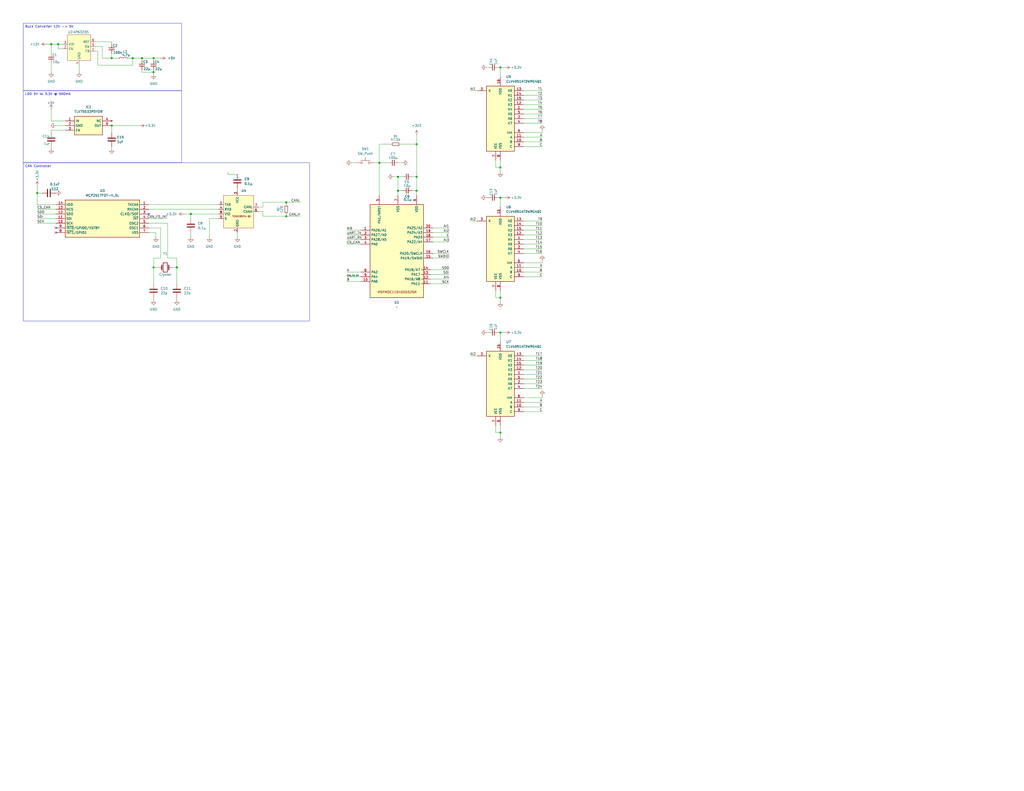
<source format=kicad_sch>
(kicad_sch
	(version 20250114)
	(generator "eeschema")
	(generator_version "9.0")
	(uuid "4ea63258-944e-425c-ba6d-e5ba207a36ee")
	(paper "C")
	(lib_symbols
		(symbol "+3.3V_1"
			(power)
			(pin_numbers
				(hide yes)
			)
			(pin_names
				(offset 0)
				(hide yes)
			)
			(exclude_from_sim no)
			(in_bom yes)
			(on_board yes)
			(property "Reference" "#PWR"
				(at 0 -3.81 0)
				(effects
					(font
						(size 1.27 1.27)
					)
					(hide yes)
				)
			)
			(property "Value" "+3.3V"
				(at 0 3.556 0)
				(effects
					(font
						(size 1.27 1.27)
					)
				)
			)
			(property "Footprint" ""
				(at 0 0 0)
				(effects
					(font
						(size 1.27 1.27)
					)
					(hide yes)
				)
			)
			(property "Datasheet" ""
				(at 0 0 0)
				(effects
					(font
						(size 1.27 1.27)
					)
					(hide yes)
				)
			)
			(property "Description" "Power symbol creates a global label with name \"+3.3V\""
				(at 0 0 0)
				(effects
					(font
						(size 1.27 1.27)
					)
					(hide yes)
				)
			)
			(property "ki_keywords" "global power"
				(at 0 0 0)
				(effects
					(font
						(size 1.27 1.27)
					)
					(hide yes)
				)
			)
			(symbol "+3.3V_1_0_1"
				(polyline
					(pts
						(xy -0.762 1.27) (xy 0 2.54)
					)
					(stroke
						(width 0)
						(type default)
					)
					(fill
						(type none)
					)
				)
				(polyline
					(pts
						(xy 0 2.54) (xy 0.762 1.27)
					)
					(stroke
						(width 0)
						(type default)
					)
					(fill
						(type none)
					)
				)
				(polyline
					(pts
						(xy 0 0) (xy 0 2.54)
					)
					(stroke
						(width 0)
						(type default)
					)
					(fill
						(type none)
					)
				)
			)
			(symbol "+3.3V_1_1_1"
				(pin power_in line
					(at 0 0 90)
					(length 0)
					(name "~"
						(effects
							(font
								(size 1.27 1.27)
							)
						)
					)
					(number "1"
						(effects
							(font
								(size 1.27 1.27)
							)
						)
					)
				)
			)
			(embedded_fonts no)
		)
		(symbol "AP63205_Buck_1"
			(exclude_from_sim no)
			(in_bom yes)
			(on_board yes)
			(property "Reference" "U"
				(at -6.096 9.144 0)
				(effects
					(font
						(size 1.27 1.27)
					)
				)
			)
			(property "Value" ""
				(at 0 0 0)
				(effects
					(font
						(size 1.27 1.27)
					)
				)
			)
			(property "Footprint" ""
				(at 0 0 0)
				(effects
					(font
						(size 1.27 1.27)
					)
					(hide yes)
				)
			)
			(property "Datasheet" ""
				(at 0 0 0)
				(effects
					(font
						(size 1.27 1.27)
					)
					(hide yes)
				)
			)
			(property "Description" ""
				(at 0 0 0)
				(effects
					(font
						(size 1.27 1.27)
					)
					(hide yes)
				)
			)
			(symbol "AP63205_Buck_1_0_0"
				(pin power_in line
					(at -8.89 2.54 0)
					(length 2.54)
					(name "VIN"
						(effects
							(font
								(size 1.27 1.27)
							)
						)
					)
					(number "3"
						(effects
							(font
								(size 1.27 1.27)
							)
						)
					)
				)
				(pin input line
					(at -8.89 0 0)
					(length 2.54)
					(name "EN"
						(effects
							(font
								(size 1.27 1.27)
							)
						)
					)
					(number "2"
						(effects
							(font
								(size 1.27 1.27)
							)
						)
					)
				)
				(pin bidirectional line
					(at 8.89 3.81 180)
					(length 2.54)
					(name "BST"
						(effects
							(font
								(size 1.27 1.27)
							)
						)
					)
					(number "6"
						(effects
							(font
								(size 1.27 1.27)
							)
						)
					)
				)
				(pin power_out line
					(at 8.89 1.27 180)
					(length 2.54)
					(name "SW"
						(effects
							(font
								(size 1.27 1.27)
							)
						)
					)
					(number "5"
						(effects
							(font
								(size 1.27 1.27)
							)
						)
					)
				)
				(pin bidirectional line
					(at 8.89 -1.27 180)
					(length 2.54)
					(name "FB"
						(effects
							(font
								(size 1.27 1.27)
							)
						)
					)
					(number "1"
						(effects
							(font
								(size 1.27 1.27)
							)
						)
					)
				)
			)
			(symbol "AP63205_Buck_1_1_0"
				(pin power_in line
					(at 0 -8.89 90)
					(length 2.54)
					(name "GND"
						(effects
							(font
								(size 1.27 1.27)
							)
						)
					)
					(number "4"
						(effects
							(font
								(size 1.27 1.27)
							)
						)
					)
				)
			)
			(symbol "AP63205_Buck_1_1_1"
				(rectangle
					(start -6.35 7.62)
					(end 6.35 -6.35)
					(stroke
						(width 0)
						(type solid)
					)
					(fill
						(type color)
						(color 255 255 194 1)
					)
				)
			)
			(embedded_fonts no)
		)
		(symbol "Device:C"
			(pin_numbers
				(hide yes)
			)
			(pin_names
				(offset 0.254)
			)
			(exclude_from_sim no)
			(in_bom yes)
			(on_board yes)
			(property "Reference" "C"
				(at 0.635 2.54 0)
				(effects
					(font
						(size 1.27 1.27)
					)
					(justify left)
				)
			)
			(property "Value" "C"
				(at 0.635 -2.54 0)
				(effects
					(font
						(size 1.27 1.27)
					)
					(justify left)
				)
			)
			(property "Footprint" ""
				(at 0.9652 -3.81 0)
				(effects
					(font
						(size 1.27 1.27)
					)
					(hide yes)
				)
			)
			(property "Datasheet" "~"
				(at 0 0 0)
				(effects
					(font
						(size 1.27 1.27)
					)
					(hide yes)
				)
			)
			(property "Description" "Unpolarized capacitor"
				(at 0 0 0)
				(effects
					(font
						(size 1.27 1.27)
					)
					(hide yes)
				)
			)
			(property "ki_keywords" "cap capacitor"
				(at 0 0 0)
				(effects
					(font
						(size 1.27 1.27)
					)
					(hide yes)
				)
			)
			(property "ki_fp_filters" "C_*"
				(at 0 0 0)
				(effects
					(font
						(size 1.27 1.27)
					)
					(hide yes)
				)
			)
			(symbol "C_0_1"
				(polyline
					(pts
						(xy -2.032 0.762) (xy 2.032 0.762)
					)
					(stroke
						(width 0.508)
						(type default)
					)
					(fill
						(type none)
					)
				)
				(polyline
					(pts
						(xy -2.032 -0.762) (xy 2.032 -0.762)
					)
					(stroke
						(width 0.508)
						(type default)
					)
					(fill
						(type none)
					)
				)
			)
			(symbol "C_1_1"
				(pin passive line
					(at 0 3.81 270)
					(length 2.794)
					(name "~"
						(effects
							(font
								(size 1.27 1.27)
							)
						)
					)
					(number "1"
						(effects
							(font
								(size 1.27 1.27)
							)
						)
					)
				)
				(pin passive line
					(at 0 -3.81 90)
					(length 2.794)
					(name "~"
						(effects
							(font
								(size 1.27 1.27)
							)
						)
					)
					(number "2"
						(effects
							(font
								(size 1.27 1.27)
							)
						)
					)
				)
			)
			(embedded_fonts no)
		)
		(symbol "Device:C_Small"
			(pin_numbers
				(hide yes)
			)
			(pin_names
				(offset 0.254)
				(hide yes)
			)
			(exclude_from_sim no)
			(in_bom yes)
			(on_board yes)
			(property "Reference" "C"
				(at 0.254 1.778 0)
				(effects
					(font
						(size 1.27 1.27)
					)
					(justify left)
				)
			)
			(property "Value" "C_Small"
				(at 0.254 -2.032 0)
				(effects
					(font
						(size 1.27 1.27)
					)
					(justify left)
				)
			)
			(property "Footprint" ""
				(at 0 0 0)
				(effects
					(font
						(size 1.27 1.27)
					)
					(hide yes)
				)
			)
			(property "Datasheet" "~"
				(at 0 0 0)
				(effects
					(font
						(size 1.27 1.27)
					)
					(hide yes)
				)
			)
			(property "Description" "Unpolarized capacitor, small symbol"
				(at 0 0 0)
				(effects
					(font
						(size 1.27 1.27)
					)
					(hide yes)
				)
			)
			(property "ki_keywords" "capacitor cap"
				(at 0 0 0)
				(effects
					(font
						(size 1.27 1.27)
					)
					(hide yes)
				)
			)
			(property "ki_fp_filters" "C_*"
				(at 0 0 0)
				(effects
					(font
						(size 1.27 1.27)
					)
					(hide yes)
				)
			)
			(symbol "C_Small_0_1"
				(polyline
					(pts
						(xy -1.524 0.508) (xy 1.524 0.508)
					)
					(stroke
						(width 0.3048)
						(type default)
					)
					(fill
						(type none)
					)
				)
				(polyline
					(pts
						(xy -1.524 -0.508) (xy 1.524 -0.508)
					)
					(stroke
						(width 0.3302)
						(type default)
					)
					(fill
						(type none)
					)
				)
			)
			(symbol "C_Small_1_1"
				(pin passive line
					(at 0 2.54 270)
					(length 2.032)
					(name "~"
						(effects
							(font
								(size 1.27 1.27)
							)
						)
					)
					(number "1"
						(effects
							(font
								(size 1.27 1.27)
							)
						)
					)
				)
				(pin passive line
					(at 0 -2.54 90)
					(length 2.032)
					(name "~"
						(effects
							(font
								(size 1.27 1.27)
							)
						)
					)
					(number "2"
						(effects
							(font
								(size 1.27 1.27)
							)
						)
					)
				)
			)
			(embedded_fonts no)
		)
		(symbol "Device:Crystal"
			(pin_numbers
				(hide yes)
			)
			(pin_names
				(offset 1.016)
				(hide yes)
			)
			(exclude_from_sim no)
			(in_bom yes)
			(on_board yes)
			(property "Reference" "Y"
				(at 0 3.81 0)
				(effects
					(font
						(size 1.27 1.27)
					)
				)
			)
			(property "Value" "Crystal"
				(at 0 -3.81 0)
				(effects
					(font
						(size 1.27 1.27)
					)
				)
			)
			(property "Footprint" ""
				(at 0 0 0)
				(effects
					(font
						(size 1.27 1.27)
					)
					(hide yes)
				)
			)
			(property "Datasheet" "~"
				(at 0 0 0)
				(effects
					(font
						(size 1.27 1.27)
					)
					(hide yes)
				)
			)
			(property "Description" "Two pin crystal"
				(at 0 0 0)
				(effects
					(font
						(size 1.27 1.27)
					)
					(hide yes)
				)
			)
			(property "ki_keywords" "quartz ceramic resonator oscillator"
				(at 0 0 0)
				(effects
					(font
						(size 1.27 1.27)
					)
					(hide yes)
				)
			)
			(property "ki_fp_filters" "Crystal*"
				(at 0 0 0)
				(effects
					(font
						(size 1.27 1.27)
					)
					(hide yes)
				)
			)
			(symbol "Crystal_0_1"
				(polyline
					(pts
						(xy -2.54 0) (xy -1.905 0)
					)
					(stroke
						(width 0)
						(type default)
					)
					(fill
						(type none)
					)
				)
				(polyline
					(pts
						(xy -1.905 -1.27) (xy -1.905 1.27)
					)
					(stroke
						(width 0.508)
						(type default)
					)
					(fill
						(type none)
					)
				)
				(rectangle
					(start -1.143 2.54)
					(end 1.143 -2.54)
					(stroke
						(width 0.3048)
						(type default)
					)
					(fill
						(type none)
					)
				)
				(polyline
					(pts
						(xy 1.905 -1.27) (xy 1.905 1.27)
					)
					(stroke
						(width 0.508)
						(type default)
					)
					(fill
						(type none)
					)
				)
				(polyline
					(pts
						(xy 2.54 0) (xy 1.905 0)
					)
					(stroke
						(width 0)
						(type default)
					)
					(fill
						(type none)
					)
				)
			)
			(symbol "Crystal_1_1"
				(pin passive line
					(at -3.81 0 0)
					(length 1.27)
					(name "1"
						(effects
							(font
								(size 1.27 1.27)
							)
						)
					)
					(number "1"
						(effects
							(font
								(size 1.27 1.27)
							)
						)
					)
				)
				(pin passive line
					(at 3.81 0 180)
					(length 1.27)
					(name "2"
						(effects
							(font
								(size 1.27 1.27)
							)
						)
					)
					(number "2"
						(effects
							(font
								(size 1.27 1.27)
							)
						)
					)
				)
			)
			(embedded_fonts no)
		)
		(symbol "Device:L_Small"
			(pin_numbers
				(hide yes)
			)
			(pin_names
				(offset 0.254)
				(hide yes)
			)
			(exclude_from_sim no)
			(in_bom yes)
			(on_board yes)
			(property "Reference" "L"
				(at 0.762 1.016 0)
				(effects
					(font
						(size 1.27 1.27)
					)
					(justify left)
				)
			)
			(property "Value" "L_Small"
				(at 0.762 -1.016 0)
				(effects
					(font
						(size 1.27 1.27)
					)
					(justify left)
				)
			)
			(property "Footprint" ""
				(at 0 0 0)
				(effects
					(font
						(size 1.27 1.27)
					)
					(hide yes)
				)
			)
			(property "Datasheet" "~"
				(at 0 0 0)
				(effects
					(font
						(size 1.27 1.27)
					)
					(hide yes)
				)
			)
			(property "Description" "Inductor, small symbol"
				(at 0 0 0)
				(effects
					(font
						(size 1.27 1.27)
					)
					(hide yes)
				)
			)
			(property "ki_keywords" "inductor choke coil reactor magnetic"
				(at 0 0 0)
				(effects
					(font
						(size 1.27 1.27)
					)
					(hide yes)
				)
			)
			(property "ki_fp_filters" "Choke_* *Coil* Inductor_* L_*"
				(at 0 0 0)
				(effects
					(font
						(size 1.27 1.27)
					)
					(hide yes)
				)
			)
			(symbol "L_Small_0_1"
				(arc
					(start 0 2.032)
					(mid 0.5058 1.524)
					(end 0 1.016)
					(stroke
						(width 0)
						(type default)
					)
					(fill
						(type none)
					)
				)
				(arc
					(start 0 1.016)
					(mid 0.5058 0.508)
					(end 0 0)
					(stroke
						(width 0)
						(type default)
					)
					(fill
						(type none)
					)
				)
				(arc
					(start 0 0)
					(mid 0.5058 -0.508)
					(end 0 -1.016)
					(stroke
						(width 0)
						(type default)
					)
					(fill
						(type none)
					)
				)
				(arc
					(start 0 -1.016)
					(mid 0.5058 -1.524)
					(end 0 -2.032)
					(stroke
						(width 0)
						(type default)
					)
					(fill
						(type none)
					)
				)
			)
			(symbol "L_Small_1_1"
				(pin passive line
					(at 0 2.54 270)
					(length 0.508)
					(name "~"
						(effects
							(font
								(size 1.27 1.27)
							)
						)
					)
					(number "1"
						(effects
							(font
								(size 1.27 1.27)
							)
						)
					)
				)
				(pin passive line
					(at 0 -2.54 90)
					(length 0.508)
					(name "~"
						(effects
							(font
								(size 1.27 1.27)
							)
						)
					)
					(number "2"
						(effects
							(font
								(size 1.27 1.27)
							)
						)
					)
				)
			)
			(embedded_fonts no)
		)
		(symbol "Device:R_Small"
			(pin_numbers
				(hide yes)
			)
			(pin_names
				(offset 0.254)
				(hide yes)
			)
			(exclude_from_sim no)
			(in_bom yes)
			(on_board yes)
			(property "Reference" "R"
				(at 0 0 90)
				(effects
					(font
						(size 1.016 1.016)
					)
				)
			)
			(property "Value" "R_Small"
				(at 1.778 0 90)
				(effects
					(font
						(size 1.27 1.27)
					)
				)
			)
			(property "Footprint" ""
				(at 0 0 0)
				(effects
					(font
						(size 1.27 1.27)
					)
					(hide yes)
				)
			)
			(property "Datasheet" "~"
				(at 0 0 0)
				(effects
					(font
						(size 1.27 1.27)
					)
					(hide yes)
				)
			)
			(property "Description" "Resistor, small symbol"
				(at 0 0 0)
				(effects
					(font
						(size 1.27 1.27)
					)
					(hide yes)
				)
			)
			(property "ki_keywords" "R resistor"
				(at 0 0 0)
				(effects
					(font
						(size 1.27 1.27)
					)
					(hide yes)
				)
			)
			(property "ki_fp_filters" "R_*"
				(at 0 0 0)
				(effects
					(font
						(size 1.27 1.27)
					)
					(hide yes)
				)
			)
			(symbol "R_Small_0_1"
				(rectangle
					(start -0.762 1.778)
					(end 0.762 -1.778)
					(stroke
						(width 0.2032)
						(type default)
					)
					(fill
						(type none)
					)
				)
			)
			(symbol "R_Small_1_1"
				(pin passive line
					(at 0 2.54 270)
					(length 0.762)
					(name "~"
						(effects
							(font
								(size 1.27 1.27)
							)
						)
					)
					(number "1"
						(effects
							(font
								(size 1.27 1.27)
							)
						)
					)
				)
				(pin passive line
					(at 0 -2.54 90)
					(length 0.762)
					(name "~"
						(effects
							(font
								(size 1.27 1.27)
							)
						)
					)
					(number "2"
						(effects
							(font
								(size 1.27 1.27)
							)
						)
					)
				)
			)
			(embedded_fonts no)
		)
		(symbol "Switch:SW_Push"
			(pin_numbers
				(hide yes)
			)
			(pin_names
				(offset 1.016)
				(hide yes)
			)
			(exclude_from_sim no)
			(in_bom yes)
			(on_board yes)
			(property "Reference" "SW"
				(at 1.27 2.54 0)
				(effects
					(font
						(size 1.27 1.27)
					)
					(justify left)
				)
			)
			(property "Value" "SW_Push"
				(at 0 -1.524 0)
				(effects
					(font
						(size 1.27 1.27)
					)
				)
			)
			(property "Footprint" ""
				(at 0 5.08 0)
				(effects
					(font
						(size 1.27 1.27)
					)
					(hide yes)
				)
			)
			(property "Datasheet" "~"
				(at 0 5.08 0)
				(effects
					(font
						(size 1.27 1.27)
					)
					(hide yes)
				)
			)
			(property "Description" "Push button switch, generic, two pins"
				(at 0 0 0)
				(effects
					(font
						(size 1.27 1.27)
					)
					(hide yes)
				)
			)
			(property "ki_keywords" "switch normally-open pushbutton push-button"
				(at 0 0 0)
				(effects
					(font
						(size 1.27 1.27)
					)
					(hide yes)
				)
			)
			(symbol "SW_Push_0_1"
				(circle
					(center -2.032 0)
					(radius 0.508)
					(stroke
						(width 0)
						(type default)
					)
					(fill
						(type none)
					)
				)
				(polyline
					(pts
						(xy 0 1.27) (xy 0 3.048)
					)
					(stroke
						(width 0)
						(type default)
					)
					(fill
						(type none)
					)
				)
				(circle
					(center 2.032 0)
					(radius 0.508)
					(stroke
						(width 0)
						(type default)
					)
					(fill
						(type none)
					)
				)
				(polyline
					(pts
						(xy 2.54 1.27) (xy -2.54 1.27)
					)
					(stroke
						(width 0)
						(type default)
					)
					(fill
						(type none)
					)
				)
				(pin passive line
					(at -5.08 0 0)
					(length 2.54)
					(name "1"
						(effects
							(font
								(size 1.27 1.27)
							)
						)
					)
					(number "1"
						(effects
							(font
								(size 1.27 1.27)
							)
						)
					)
				)
				(pin passive line
					(at 5.08 0 180)
					(length 2.54)
					(name "2"
						(effects
							(font
								(size 1.27 1.27)
							)
						)
					)
					(number "2"
						(effects
							(font
								(size 1.27 1.27)
							)
						)
					)
				)
			)
			(embedded_fonts no)
		)
		(symbol "custom_components:CLV4051ATDWRG4Q1"
			(pin_names
				(offset 1.016)
			)
			(exclude_from_sim no)
			(in_bom yes)
			(on_board yes)
			(property "Reference" "U1"
				(at -5.842 19.558 0)
				(effects
					(font
						(size 1.27 1.27)
					)
				)
			)
			(property "Value" "CLV4051ATDWRG4Q1"
				(at 10.922 19.812 0)
				(effects
					(font
						(size 1.27 1.27)
					)
				)
			)
			(property "Footprint" "Package_SO:SOIC-16W_7.5x10.3mm_P1.27mm"
				(at -102.87 24.13 0)
				(effects
					(font
						(size 1.27 1.27)
					)
					(hide yes)
				)
			)
			(property "Datasheet" "https://www.mouser.com/ProductDetail/Texas-Instruments/CLV4051ATDWRG4Q1?qs=XGzIaZb%2FFYI%2FLl1zsxbeqg%3D%3D"
				(at -65.532 22.098 0)
				(effects
					(font
						(size 1.27 1.27)
					)
					(hide yes)
				)
			)
			(property "Description" ""
				(at 0 0 0)
				(effects
					(font
						(size 1.27 1.27)
					)
				)
			)
			(property "ki_locked" ""
				(at 0 0 0)
				(effects
					(font
						(size 1.27 1.27)
					)
				)
			)
			(property "ki_keywords" "CMOS MUX MUX8"
				(at 0 0 0)
				(effects
					(font
						(size 1.27 1.27)
					)
					(hide yes)
				)
			)
			(property "ki_fp_filters" "DIP?16*"
				(at 0 0 0)
				(effects
					(font
						(size 1.27 1.27)
					)
					(hide yes)
				)
			)
			(symbol "CLV4051ATDWRG4Q1_1_0"
				(pin passive line
					(at -12.7 15.24 0)
					(length 5.08)
					(name "X0"
						(effects
							(font
								(size 1.27 1.27)
							)
						)
					)
					(number "13"
						(effects
							(font
								(size 1.27 1.27)
							)
						)
					)
				)
				(pin passive line
					(at -12.7 12.7 0)
					(length 5.08)
					(name "X1"
						(effects
							(font
								(size 1.27 1.27)
							)
						)
					)
					(number "14"
						(effects
							(font
								(size 1.27 1.27)
							)
						)
					)
				)
				(pin passive line
					(at -12.7 10.16 0)
					(length 5.08)
					(name "X2"
						(effects
							(font
								(size 1.27 1.27)
							)
						)
					)
					(number "15"
						(effects
							(font
								(size 1.27 1.27)
							)
						)
					)
				)
				(pin passive line
					(at -12.7 7.62 0)
					(length 5.08)
					(name "X3"
						(effects
							(font
								(size 1.27 1.27)
							)
						)
					)
					(number "12"
						(effects
							(font
								(size 1.27 1.27)
							)
						)
					)
				)
				(pin passive line
					(at -12.7 5.08 0)
					(length 5.08)
					(name "X4"
						(effects
							(font
								(size 1.27 1.27)
							)
						)
					)
					(number "1"
						(effects
							(font
								(size 1.27 1.27)
							)
						)
					)
				)
				(pin passive line
					(at -12.7 2.54 0)
					(length 5.08)
					(name "X5"
						(effects
							(font
								(size 1.27 1.27)
							)
						)
					)
					(number "5"
						(effects
							(font
								(size 1.27 1.27)
							)
						)
					)
				)
				(pin passive line
					(at -12.7 0 0)
					(length 5.08)
					(name "X6"
						(effects
							(font
								(size 1.27 1.27)
							)
						)
					)
					(number "2"
						(effects
							(font
								(size 1.27 1.27)
							)
						)
					)
				)
				(pin passive line
					(at -12.7 -2.54 0)
					(length 5.08)
					(name "X7"
						(effects
							(font
								(size 1.27 1.27)
							)
						)
					)
					(number "4"
						(effects
							(font
								(size 1.27 1.27)
							)
						)
					)
				)
				(pin input line
					(at -12.7 -7.62 0)
					(length 5.08)
					(name "Inh"
						(effects
							(font
								(size 1.27 1.27)
							)
						)
					)
					(number "6"
						(effects
							(font
								(size 1.27 1.27)
							)
						)
					)
				)
				(pin input line
					(at -12.7 -10.16 0)
					(length 5.08)
					(name "A"
						(effects
							(font
								(size 1.27 1.27)
							)
						)
					)
					(number "11"
						(effects
							(font
								(size 1.27 1.27)
							)
						)
					)
				)
				(pin input line
					(at -12.7 -12.7 0)
					(length 5.08)
					(name "B"
						(effects
							(font
								(size 1.27 1.27)
							)
						)
					)
					(number "10"
						(effects
							(font
								(size 1.27 1.27)
							)
						)
					)
				)
				(pin input line
					(at -12.7 -15.24 0)
					(length 5.08)
					(name "C"
						(effects
							(font
								(size 1.27 1.27)
							)
						)
					)
					(number "9"
						(effects
							(font
								(size 1.27 1.27)
							)
						)
					)
				)
				(pin power_in line
					(at 0 22.86 270)
					(length 5.08)
					(name "VDD"
						(effects
							(font
								(size 1.27 1.27)
							)
						)
					)
					(number "16"
						(effects
							(font
								(size 1.27 1.27)
							)
						)
					)
				)
				(pin power_in line
					(at 0 -22.86 90)
					(length 5.08)
					(name "VSS"
						(effects
							(font
								(size 1.27 1.27)
							)
						)
					)
					(number "8"
						(effects
							(font
								(size 1.27 1.27)
							)
						)
					)
				)
				(pin power_in line
					(at 2.54 -22.86 90)
					(length 5.08)
					(name "VEE"
						(effects
							(font
								(size 1.27 1.27)
							)
						)
					)
					(number "7"
						(effects
							(font
								(size 1.27 1.27)
							)
						)
					)
				)
				(pin passive line
					(at 12.7 15.24 180)
					(length 5.08)
					(name "X"
						(effects
							(font
								(size 1.27 1.27)
							)
						)
					)
					(number "3"
						(effects
							(font
								(size 1.27 1.27)
							)
						)
					)
				)
			)
			(symbol "CLV4051ATDWRG4Q1_1_1"
				(rectangle
					(start -7.62 17.78)
					(end 7.62 -17.78)
					(stroke
						(width 0.254)
						(type default)
					)
					(fill
						(type background)
					)
				)
			)
			(embedded_fonts no)
		)
		(symbol "custom_components:MCP2517FDT-H_SL"
			(exclude_from_sim no)
			(in_bom yes)
			(on_board yes)
			(property "Reference" "U"
				(at -4.572 13.208 0)
				(effects
					(font
						(size 1.27 1.27)
					)
				)
			)
			(property "Value" ""
				(at 0 0 0)
				(effects
					(font
						(size 1.27 1.27)
					)
				)
			)
			(property "Footprint" ""
				(at 0 0 0)
				(effects
					(font
						(size 1.27 1.27)
					)
					(hide yes)
				)
			)
			(property "Datasheet" ""
				(at 0 0 0)
				(effects
					(font
						(size 1.27 1.27)
					)
					(hide yes)
				)
			)
			(property "Description" ""
				(at 0 0 0)
				(effects
					(font
						(size 1.27 1.27)
					)
					(hide yes)
				)
			)
			(symbol "MCP2517FDT-H_SL_1_1"
				(rectangle
					(start -20.32 10.16)
					(end 20.32 -10.16)
					(stroke
						(width 0.254)
						(type default)
					)
					(fill
						(type background)
					)
				)
				(pin passive line
					(at -25.4 7.62 0)
					(length 5.08)
					(name "TXCAN"
						(effects
							(font
								(size 1.27 1.27)
							)
						)
					)
					(number "1"
						(effects
							(font
								(size 1.27 1.27)
							)
						)
					)
				)
				(pin passive line
					(at -25.4 5.08 0)
					(length 5.08)
					(name "RXCAN"
						(effects
							(font
								(size 1.27 1.27)
							)
						)
					)
					(number "2"
						(effects
							(font
								(size 1.27 1.27)
							)
						)
					)
				)
				(pin passive line
					(at -25.4 2.54 0)
					(length 5.08)
					(name "CLKO/SOF"
						(effects
							(font
								(size 1.27 1.27)
							)
						)
					)
					(number "3"
						(effects
							(font
								(size 1.27 1.27)
							)
						)
					)
				)
				(pin passive line
					(at -25.4 0 0)
					(length 5.08)
					(name "~{INT}"
						(effects
							(font
								(size 1.27 1.27)
							)
						)
					)
					(number "4"
						(effects
							(font
								(size 1.27 1.27)
							)
						)
					)
				)
				(pin passive line
					(at -25.4 -2.54 0)
					(length 5.08)
					(name "OSC2"
						(effects
							(font
								(size 1.27 1.27)
							)
						)
					)
					(number "5"
						(effects
							(font
								(size 1.27 1.27)
							)
						)
					)
				)
				(pin passive line
					(at -25.4 -5.08 0)
					(length 5.08)
					(name "OSC1"
						(effects
							(font
								(size 1.27 1.27)
							)
						)
					)
					(number "6"
						(effects
							(font
								(size 1.27 1.27)
							)
						)
					)
				)
				(pin passive line
					(at -25.4 -7.62 0)
					(length 5.08)
					(name "VSS"
						(effects
							(font
								(size 1.27 1.27)
							)
						)
					)
					(number "7"
						(effects
							(font
								(size 1.27 1.27)
							)
						)
					)
				)
				(pin passive line
					(at 25.4 7.62 180)
					(length 5.08)
					(name "VDD"
						(effects
							(font
								(size 1.27 1.27)
							)
						)
					)
					(number "14"
						(effects
							(font
								(size 1.27 1.27)
							)
						)
					)
				)
				(pin passive line
					(at 25.4 5.08 180)
					(length 5.08)
					(name "NCS"
						(effects
							(font
								(size 1.27 1.27)
							)
						)
					)
					(number "13"
						(effects
							(font
								(size 1.27 1.27)
							)
						)
					)
				)
				(pin passive line
					(at 25.4 2.54 180)
					(length 5.08)
					(name "SDO"
						(effects
							(font
								(size 1.27 1.27)
							)
						)
					)
					(number "12"
						(effects
							(font
								(size 1.27 1.27)
							)
						)
					)
				)
				(pin passive line
					(at 25.4 0 180)
					(length 5.08)
					(name "SDI"
						(effects
							(font
								(size 1.27 1.27)
							)
						)
					)
					(number "11"
						(effects
							(font
								(size 1.27 1.27)
							)
						)
					)
				)
				(pin passive line
					(at 25.4 -2.54 180)
					(length 5.08)
					(name "SCK"
						(effects
							(font
								(size 1.27 1.27)
							)
						)
					)
					(number "10"
						(effects
							(font
								(size 1.27 1.27)
							)
						)
					)
				)
				(pin passive line
					(at 25.4 -5.08 180)
					(length 5.08)
					(name "~{INT0}/GPIO0/XSTBY"
						(effects
							(font
								(size 1.27 1.27)
							)
						)
					)
					(number "9"
						(effects
							(font
								(size 1.27 1.27)
							)
						)
					)
				)
				(pin passive line
					(at 25.4 -7.62 180)
					(length 5.08)
					(name "~{INT1}/GPIO1"
						(effects
							(font
								(size 1.27 1.27)
							)
						)
					)
					(number "8"
						(effects
							(font
								(size 1.27 1.27)
							)
						)
					)
				)
			)
			(embedded_fonts no)
		)
		(symbol "custom_components:MSPM0C1104SDGS20R"
			(exclude_from_sim no)
			(in_bom yes)
			(on_board yes)
			(property "Reference" "U?"
				(at 5.08 18.796 0)
				(effects
					(font
						(size 1.27 1.27)
					)
				)
			)
			(property "Value" ""
				(at 0 0 0)
				(effects
					(font
						(size 1.27 1.27)
					)
				)
			)
			(property "Footprint" ""
				(at 0 0 0)
				(effects
					(font
						(size 1.27 1.27)
					)
					(hide yes)
				)
			)
			(property "Datasheet" ""
				(at 0 0 0)
				(effects
					(font
						(size 1.27 1.27)
					)
					(hide yes)
				)
			)
			(property "Description" ""
				(at 0 0 0)
				(effects
					(font
						(size 1.27 1.27)
					)
					(hide yes)
				)
			)
			(symbol "MSPM0C1104SDGS20R_1_1"
				(rectangle
					(start -17.78 15.24)
					(end 11.43 -35.56)
					(stroke
						(width 0.254)
						(type default)
					)
					(fill
						(type background)
					)
				)
				(text "MSPM0C1104SDGS20R"
					(at -3.048 -32.512 0)
					(effects
						(font
							(size 1.27 1.27)
						)
					)
				)
				(pin passive line
					(at -22.86 1.27 0)
					(length 5.08)
					(name "PA26/A1"
						(effects
							(font
								(size 1.27 1.27)
							)
						)
					)
					(number "1"
						(effects
							(font
								(size 1.27 1.27)
							)
						)
					)
				)
				(pin passive line
					(at -22.86 -1.27 0)
					(length 5.08)
					(name "PA27/A0"
						(effects
							(font
								(size 1.27 1.27)
							)
						)
					)
					(number "2"
						(effects
							(font
								(size 1.27 1.27)
							)
						)
					)
				)
				(pin passive line
					(at -22.86 -3.81 0)
					(length 5.08)
					(name "PA28/A5"
						(effects
							(font
								(size 1.27 1.27)
							)
						)
					)
					(number "3"
						(effects
							(font
								(size 1.27 1.27)
							)
						)
					)
				)
				(pin passive line
					(at -22.86 -6.35 0)
					(length 5.08)
					(name "PA0"
						(effects
							(font
								(size 1.27 1.27)
							)
						)
					)
					(number "4"
						(effects
							(font
								(size 1.27 1.27)
							)
						)
					)
				)
				(pin passive line
					(at -22.86 -21.59 0)
					(length 5.08)
					(name "PA2"
						(effects
							(font
								(size 1.27 1.27)
							)
						)
					)
					(number "8"
						(effects
							(font
								(size 1.27 1.27)
							)
						)
					)
				)
				(pin passive line
					(at -22.86 -24.13 0)
					(length 5.08)
					(name "PA4"
						(effects
							(font
								(size 1.27 1.27)
							)
						)
					)
					(number "9"
						(effects
							(font
								(size 1.27 1.27)
							)
						)
					)
				)
				(pin passive line
					(at -22.86 -26.67 0)
					(length 5.08)
					(name "PA6"
						(effects
							(font
								(size 1.27 1.27)
							)
						)
					)
					(number "10"
						(effects
							(font
								(size 1.27 1.27)
							)
						)
					)
				)
				(pin passive line
					(at -12.7 20.32 270)
					(length 5.08)
					(name "PA1/NRST"
						(effects
							(font
								(size 1.27 1.27)
							)
						)
					)
					(number "5"
						(effects
							(font
								(size 1.27 1.27)
							)
						)
					)
				)
				(pin power_in line
					(at -2.54 20.32 270)
					(length 5.08)
					(name "VSS"
						(effects
							(font
								(size 1.27 1.27)
							)
						)
					)
					(number "7"
						(effects
							(font
								(size 1.27 1.27)
							)
						)
					)
				)
				(pin power_in line
					(at 7.62 20.32 270)
					(length 5.08)
					(name "VDD"
						(effects
							(font
								(size 1.27 1.27)
							)
						)
					)
					(number "6"
						(effects
							(font
								(size 1.27 1.27)
							)
						)
					)
				)
				(pin passive line
					(at 15.24 -20.32 180)
					(length 5.08)
					(name "PA18/A7"
						(effects
							(font
								(size 1.27 1.27)
							)
						)
					)
					(number "14"
						(effects
							(font
								(size 1.27 1.27)
							)
						)
					)
				)
				(pin passive line
					(at 15.24 -22.86 180)
					(length 5.08)
					(name "PA17"
						(effects
							(font
								(size 1.27 1.27)
							)
						)
					)
					(number "13"
						(effects
							(font
								(size 1.27 1.27)
							)
						)
					)
				)
				(pin passive line
					(at 15.24 -25.4 180)
					(length 5.08)
					(name "PA16/A8"
						(effects
							(font
								(size 1.27 1.27)
							)
						)
					)
					(number "12"
						(effects
							(font
								(size 1.27 1.27)
							)
						)
					)
				)
				(pin passive line
					(at 15.24 -27.94 180)
					(length 5.08)
					(name "PA11"
						(effects
							(font
								(size 1.27 1.27)
							)
						)
					)
					(number "11"
						(effects
							(font
								(size 1.27 1.27)
							)
						)
					)
				)
				(pin passive line
					(at 16.51 2.54 180)
					(length 5.08)
					(name "PA25/A2"
						(effects
							(font
								(size 1.27 1.27)
							)
						)
					)
					(number "20"
						(effects
							(font
								(size 1.27 1.27)
							)
						)
					)
				)
				(pin passive line
					(at 16.51 0 180)
					(length 5.08)
					(name "PA24/A3"
						(effects
							(font
								(size 1.27 1.27)
							)
						)
					)
					(number "19"
						(effects
							(font
								(size 1.27 1.27)
							)
						)
					)
				)
				(pin passive line
					(at 16.51 -2.54 180)
					(length 5.08)
					(name "PA23"
						(effects
							(font
								(size 1.27 1.27)
							)
						)
					)
					(number "18"
						(effects
							(font
								(size 1.27 1.27)
							)
						)
					)
				)
				(pin passive line
					(at 16.51 -5.08 180)
					(length 5.08)
					(name "PA22/A4"
						(effects
							(font
								(size 1.27 1.27)
							)
						)
					)
					(number "17"
						(effects
							(font
								(size 1.27 1.27)
							)
						)
					)
				)
				(pin passive line
					(at 16.51 -11.43 180)
					(length 5.08)
					(name "PA20/SWCLK"
						(effects
							(font
								(size 1.27 1.27)
							)
						)
					)
					(number "16"
						(effects
							(font
								(size 1.27 1.27)
							)
						)
					)
				)
				(pin passive line
					(at 16.51 -13.97 180)
					(length 5.08)
					(name "PA19/SWDIO"
						(effects
							(font
								(size 1.27 1.27)
							)
						)
					)
					(number "15"
						(effects
							(font
								(size 1.27 1.27)
							)
						)
					)
				)
			)
			(embedded_fonts no)
		)
		(symbol "custom_components:TCAN1057A-Q1"
			(exclude_from_sim no)
			(in_bom yes)
			(on_board yes)
			(property "Reference" "U"
				(at -7.62 11.684 0)
				(effects
					(font
						(size 1.27 1.27)
					)
				)
			)
			(property "Value" ""
				(at 0 0 0)
				(effects
					(font
						(size 1.27 1.27)
					)
				)
			)
			(property "Footprint" ""
				(at 0 0 0)
				(effects
					(font
						(size 1.27 1.27)
					)
					(hide yes)
				)
			)
			(property "Datasheet" ""
				(at 0 0 0)
				(effects
					(font
						(size 1.27 1.27)
					)
					(hide yes)
				)
			)
			(property "Description" ""
				(at 0 0 0)
				(effects
					(font
						(size 1.27 1.27)
					)
					(hide yes)
				)
			)
			(symbol "TCAN1057A-Q1_0_0"
				(pin input line
					(at -10.16 5.08 0)
					(length 2.54)
					(name "TXD"
						(effects
							(font
								(size 1.27 1.27)
							)
						)
					)
					(number "1"
						(effects
							(font
								(size 1.27 1.27)
							)
						)
					)
				)
				(pin input line
					(at -10.16 2.54 0)
					(length 2.54)
					(name "RXD"
						(effects
							(font
								(size 1.27 1.27)
							)
						)
					)
					(number "4"
						(effects
							(font
								(size 1.27 1.27)
							)
						)
					)
				)
				(pin output line
					(at 11.43 3.81 180)
					(length 2.54)
					(name "CANL"
						(effects
							(font
								(size 1.27 1.27)
							)
						)
					)
					(number "7"
						(effects
							(font
								(size 1.27 1.27)
							)
						)
					)
				)
				(pin output line
					(at 11.43 1.27 180)
					(length 2.54)
					(name "CANH"
						(effects
							(font
								(size 1.27 1.27)
							)
						)
					)
					(number "6"
						(effects
							(font
								(size 1.27 1.27)
							)
						)
					)
				)
			)
			(symbol "TCAN1057A-Q1_1_0"
				(pin power_in line
					(at -10.16 0 0)
					(length 2.54)
					(name "VIO"
						(effects
							(font
								(size 1.27 1.27)
							)
						)
					)
					(number "8"
						(effects
							(font
								(size 1.27 1.27)
							)
						)
					)
				)
				(pin input line
					(at -10.16 -2.54 0)
					(length 2.54)
					(name "S"
						(effects
							(font
								(size 1.27 1.27)
							)
						)
					)
					(number "5"
						(effects
							(font
								(size 1.27 1.27)
							)
						)
					)
				)
				(pin power_in line
					(at 0 12.7 270)
					(length 2.54)
					(name "VCC"
						(effects
							(font
								(size 1.27 1.27)
							)
						)
					)
					(number "3"
						(effects
							(font
								(size 1.27 1.27)
							)
						)
					)
				)
				(pin power_in line
					(at 0 -10.16 90)
					(length 2.54)
					(name "GND"
						(effects
							(font
								(size 1.27 1.27)
							)
						)
					)
					(number "2"
						(effects
							(font
								(size 1.27 1.27)
							)
						)
					)
				)
			)
			(symbol "TCAN1057A-Q1_1_1"
				(rectangle
					(start -7.62 10.16)
					(end 8.89 -7.62)
					(stroke
						(width 0)
						(type solid)
					)
					(fill
						(type color)
						(color 255 255 194 1)
					)
				)
				(text " TCAN1057A-Q1"
					(at 2.032 -1.27 0)
					(effects
						(font
							(size 0.889 0.889)
						)
					)
				)
			)
			(embedded_fonts no)
		)
		(symbol "custom_components:TLV74133PDBVR"
			(exclude_from_sim no)
			(in_bom yes)
			(on_board yes)
			(property "Reference" "IC3"
				(at 12.7 7.62 0)
				(effects
					(font
						(size 1.27 1.27)
					)
				)
			)
			(property "Value" "TLV75533PDYDR"
				(at 12.7 5.08 0)
				(effects
					(font
						(size 1.27 1.27)
					)
				)
			)
			(property "Footprint" "Package_TO_SOT_SMD:SOT-23-5_HandSoldering"
				(at 21.59 -94.92 0)
				(effects
					(font
						(size 1.27 1.27)
					)
					(justify left top)
					(hide yes)
				)
			)
			(property "Datasheet" "https://www.ti.com/lit/ds/symlink/tlv755p.pdf?ts=1763996832782&ref_url=https%253A%252F%252Feu.mouser.com%252F"
				(at 21.59 -194.92 0)
				(effects
					(font
						(size 1.27 1.27)
					)
					(justify left top)
					(hide yes)
				)
			)
			(property "Description" "500mA Low-Dropout (LDO) Regulator With Foldback Current Limit for Portable Devices"
				(at 0 0 0)
				(effects
					(font
						(size 1.27 1.27)
					)
					(hide yes)
				)
			)
			(property "Height" "1.45"
				(at 21.59 -394.92 0)
				(effects
					(font
						(size 1.27 1.27)
					)
					(justify left top)
					(hide yes)
				)
			)
			(property "Mouser Part Number" ""
				(at 21.59 -494.92 0)
				(effects
					(font
						(size 1.27 1.27)
					)
					(justify left top)
					(hide yes)
				)
			)
			(property "Mouser Price/Stock" "https://www.mouser.com/ProductDetail/Texas-Instruments/TLV75533PDYDR?qs=ZcfC38r4Pou71ty1Hbi3LA%3D%3D"
				(at 21.59 -594.92 0)
				(effects
					(font
						(size 1.27 1.27)
					)
					(justify left top)
					(hide yes)
				)
			)
			(property "Manufacturer_Name" "Texas Instruments"
				(at 21.59 -694.92 0)
				(effects
					(font
						(size 1.27 1.27)
					)
					(justify left top)
					(hide yes)
				)
			)
			(property "Manufacturer_Part_Number" "TLV74133PDBVR"
				(at 21.59 -794.92 0)
				(effects
					(font
						(size 1.27 1.27)
					)
					(justify left top)
					(hide yes)
				)
			)
			(property "unit x1" ""
				(at 0 0 0)
				(effects
					(font
						(size 1.27 1.27)
					)
					(hide yes)
				)
			)
			(symbol "TLV74133PDBVR_1_1"
				(rectangle
					(start 5.08 2.54)
					(end 20.32 -7.62)
					(stroke
						(width 0.254)
						(type default)
					)
					(fill
						(type background)
					)
				)
				(pin passive line
					(at 0 0 0)
					(length 5.08)
					(name "IN"
						(effects
							(font
								(size 1.27 1.27)
							)
						)
					)
					(number "1"
						(effects
							(font
								(size 1.27 1.27)
							)
						)
					)
				)
				(pin passive line
					(at 0 -2.54 0)
					(length 5.08)
					(name "GND"
						(effects
							(font
								(size 1.27 1.27)
							)
						)
					)
					(number "2"
						(effects
							(font
								(size 1.27 1.27)
							)
						)
					)
				)
				(pin passive line
					(at 0 -5.08 0)
					(length 5.08)
					(name "EN"
						(effects
							(font
								(size 1.27 1.27)
							)
						)
					)
					(number "3"
						(effects
							(font
								(size 1.27 1.27)
							)
						)
					)
				)
				(pin no_connect line
					(at 25.4 0 180)
					(length 5.08)
					(name "NC"
						(effects
							(font
								(size 1.27 1.27)
							)
						)
					)
					(number "4"
						(effects
							(font
								(size 1.27 1.27)
							)
						)
					)
				)
				(pin passive line
					(at 25.4 -2.54 180)
					(length 5.08)
					(name "OUT"
						(effects
							(font
								(size 1.27 1.27)
							)
						)
					)
					(number "5"
						(effects
							(font
								(size 1.27 1.27)
							)
						)
					)
				)
			)
			(embedded_fonts no)
		)
		(symbol "power:+12V"
			(power)
			(pin_numbers
				(hide yes)
			)
			(pin_names
				(offset 0)
				(hide yes)
			)
			(exclude_from_sim no)
			(in_bom yes)
			(on_board yes)
			(property "Reference" "#PWR"
				(at 0 -3.81 0)
				(effects
					(font
						(size 1.27 1.27)
					)
					(hide yes)
				)
			)
			(property "Value" "+12V"
				(at 0 3.556 0)
				(effects
					(font
						(size 1.27 1.27)
					)
				)
			)
			(property "Footprint" ""
				(at 0 0 0)
				(effects
					(font
						(size 1.27 1.27)
					)
					(hide yes)
				)
			)
			(property "Datasheet" ""
				(at 0 0 0)
				(effects
					(font
						(size 1.27 1.27)
					)
					(hide yes)
				)
			)
			(property "Description" "Power symbol creates a global label with name \"+12V\""
				(at 0 0 0)
				(effects
					(font
						(size 1.27 1.27)
					)
					(hide yes)
				)
			)
			(property "ki_keywords" "global power"
				(at 0 0 0)
				(effects
					(font
						(size 1.27 1.27)
					)
					(hide yes)
				)
			)
			(symbol "+12V_0_1"
				(polyline
					(pts
						(xy -0.762 1.27) (xy 0 2.54)
					)
					(stroke
						(width 0)
						(type default)
					)
					(fill
						(type none)
					)
				)
				(polyline
					(pts
						(xy 0 2.54) (xy 0.762 1.27)
					)
					(stroke
						(width 0)
						(type default)
					)
					(fill
						(type none)
					)
				)
				(polyline
					(pts
						(xy 0 0) (xy 0 2.54)
					)
					(stroke
						(width 0)
						(type default)
					)
					(fill
						(type none)
					)
				)
			)
			(symbol "+12V_1_1"
				(pin power_in line
					(at 0 0 90)
					(length 0)
					(name "~"
						(effects
							(font
								(size 1.27 1.27)
							)
						)
					)
					(number "1"
						(effects
							(font
								(size 1.27 1.27)
							)
						)
					)
				)
			)
			(embedded_fonts no)
		)
		(symbol "power:+3.3V"
			(power)
			(pin_names
				(offset 0)
			)
			(exclude_from_sim no)
			(in_bom yes)
			(on_board yes)
			(property "Reference" "#PWR"
				(at 0 -3.81 0)
				(effects
					(font
						(size 1.27 1.27)
					)
					(hide yes)
				)
			)
			(property "Value" "+3.3V"
				(at 0 3.556 0)
				(effects
					(font
						(size 1.27 1.27)
					)
				)
			)
			(property "Footprint" ""
				(at 0 0 0)
				(effects
					(font
						(size 1.27 1.27)
					)
					(hide yes)
				)
			)
			(property "Datasheet" ""
				(at 0 0 0)
				(effects
					(font
						(size 1.27 1.27)
					)
					(hide yes)
				)
			)
			(property "Description" "Power symbol creates a global label with name \"+3.3V\""
				(at 0 0 0)
				(effects
					(font
						(size 1.27 1.27)
					)
					(hide yes)
				)
			)
			(property "ki_keywords" "global power"
				(at 0 0 0)
				(effects
					(font
						(size 1.27 1.27)
					)
					(hide yes)
				)
			)
			(symbol "+3.3V_0_1"
				(polyline
					(pts
						(xy -0.762 1.27) (xy 0 2.54)
					)
					(stroke
						(width 0)
						(type default)
					)
					(fill
						(type none)
					)
				)
				(polyline
					(pts
						(xy 0 2.54) (xy 0.762 1.27)
					)
					(stroke
						(width 0)
						(type default)
					)
					(fill
						(type none)
					)
				)
				(polyline
					(pts
						(xy 0 0) (xy 0 2.54)
					)
					(stroke
						(width 0)
						(type default)
					)
					(fill
						(type none)
					)
				)
			)
			(symbol "+3.3V_1_1"
				(pin power_in line
					(at 0 0 90)
					(length 0)
					(hide yes)
					(name "+3.3V"
						(effects
							(font
								(size 1.27 1.27)
							)
						)
					)
					(number "1"
						(effects
							(font
								(size 1.27 1.27)
							)
						)
					)
				)
			)
			(embedded_fonts no)
		)
		(symbol "power:+3V3"
			(power)
			(pin_numbers
				(hide yes)
			)
			(pin_names
				(offset 0)
				(hide yes)
			)
			(exclude_from_sim no)
			(in_bom yes)
			(on_board yes)
			(property "Reference" "#PWR"
				(at 0 -3.81 0)
				(effects
					(font
						(size 1.27 1.27)
					)
					(hide yes)
				)
			)
			(property "Value" "+3V3"
				(at 0 3.556 0)
				(effects
					(font
						(size 1.27 1.27)
					)
				)
			)
			(property "Footprint" ""
				(at 0 0 0)
				(effects
					(font
						(size 1.27 1.27)
					)
					(hide yes)
				)
			)
			(property "Datasheet" ""
				(at 0 0 0)
				(effects
					(font
						(size 1.27 1.27)
					)
					(hide yes)
				)
			)
			(property "Description" "Power symbol creates a global label with name \"+3V3\""
				(at 0 0 0)
				(effects
					(font
						(size 1.27 1.27)
					)
					(hide yes)
				)
			)
			(property "ki_keywords" "global power"
				(at 0 0 0)
				(effects
					(font
						(size 1.27 1.27)
					)
					(hide yes)
				)
			)
			(symbol "+3V3_0_1"
				(polyline
					(pts
						(xy -0.762 1.27) (xy 0 2.54)
					)
					(stroke
						(width 0)
						(type default)
					)
					(fill
						(type none)
					)
				)
				(polyline
					(pts
						(xy 0 2.54) (xy 0.762 1.27)
					)
					(stroke
						(width 0)
						(type default)
					)
					(fill
						(type none)
					)
				)
				(polyline
					(pts
						(xy 0 0) (xy 0 2.54)
					)
					(stroke
						(width 0)
						(type default)
					)
					(fill
						(type none)
					)
				)
			)
			(symbol "+3V3_1_1"
				(pin power_in line
					(at 0 0 90)
					(length 0)
					(name "~"
						(effects
							(font
								(size 1.27 1.27)
							)
						)
					)
					(number "1"
						(effects
							(font
								(size 1.27 1.27)
							)
						)
					)
				)
			)
			(embedded_fonts no)
		)
		(symbol "power:+5V"
			(power)
			(pin_numbers
				(hide yes)
			)
			(pin_names
				(offset 0)
				(hide yes)
			)
			(exclude_from_sim no)
			(in_bom yes)
			(on_board yes)
			(property "Reference" "#PWR"
				(at 0 -3.81 0)
				(effects
					(font
						(size 1.27 1.27)
					)
					(hide yes)
				)
			)
			(property "Value" "+5V"
				(at 0 3.556 0)
				(effects
					(font
						(size 1.27 1.27)
					)
				)
			)
			(property "Footprint" ""
				(at 0 0 0)
				(effects
					(font
						(size 1.27 1.27)
					)
					(hide yes)
				)
			)
			(property "Datasheet" ""
				(at 0 0 0)
				(effects
					(font
						(size 1.27 1.27)
					)
					(hide yes)
				)
			)
			(property "Description" "Power symbol creates a global label with name \"+5V\""
				(at 0 0 0)
				(effects
					(font
						(size 1.27 1.27)
					)
					(hide yes)
				)
			)
			(property "ki_keywords" "global power"
				(at 0 0 0)
				(effects
					(font
						(size 1.27 1.27)
					)
					(hide yes)
				)
			)
			(symbol "+5V_0_1"
				(polyline
					(pts
						(xy -0.762 1.27) (xy 0 2.54)
					)
					(stroke
						(width 0)
						(type default)
					)
					(fill
						(type none)
					)
				)
				(polyline
					(pts
						(xy 0 2.54) (xy 0.762 1.27)
					)
					(stroke
						(width 0)
						(type default)
					)
					(fill
						(type none)
					)
				)
				(polyline
					(pts
						(xy 0 0) (xy 0 2.54)
					)
					(stroke
						(width 0)
						(type default)
					)
					(fill
						(type none)
					)
				)
			)
			(symbol "+5V_1_1"
				(pin power_in line
					(at 0 0 90)
					(length 0)
					(name "~"
						(effects
							(font
								(size 1.27 1.27)
							)
						)
					)
					(number "1"
						(effects
							(font
								(size 1.27 1.27)
							)
						)
					)
				)
			)
			(embedded_fonts no)
		)
		(symbol "power:GND"
			(power)
			(pin_numbers
				(hide yes)
			)
			(pin_names
				(offset 0)
				(hide yes)
			)
			(exclude_from_sim no)
			(in_bom yes)
			(on_board yes)
			(property "Reference" "#PWR"
				(at 0 -6.35 0)
				(effects
					(font
						(size 1.27 1.27)
					)
					(hide yes)
				)
			)
			(property "Value" "GND"
				(at 0 -3.81 0)
				(effects
					(font
						(size 1.27 1.27)
					)
				)
			)
			(property "Footprint" ""
				(at 0 0 0)
				(effects
					(font
						(size 1.27 1.27)
					)
					(hide yes)
				)
			)
			(property "Datasheet" ""
				(at 0 0 0)
				(effects
					(font
						(size 1.27 1.27)
					)
					(hide yes)
				)
			)
			(property "Description" "Power symbol creates a global label with name \"GND\" , ground"
				(at 0 0 0)
				(effects
					(font
						(size 1.27 1.27)
					)
					(hide yes)
				)
			)
			(property "ki_keywords" "global power"
				(at 0 0 0)
				(effects
					(font
						(size 1.27 1.27)
					)
					(hide yes)
				)
			)
			(symbol "GND_0_1"
				(polyline
					(pts
						(xy 0 0) (xy 0 -1.27) (xy 1.27 -1.27) (xy 0 -2.54) (xy -1.27 -1.27) (xy 0 -1.27)
					)
					(stroke
						(width 0)
						(type default)
					)
					(fill
						(type none)
					)
				)
			)
			(symbol "GND_1_1"
				(pin power_in line
					(at 0 0 270)
					(length 0)
					(name "~"
						(effects
							(font
								(size 1.27 1.27)
							)
						)
					)
					(number "1"
						(effects
							(font
								(size 1.27 1.27)
							)
						)
					)
				)
			)
			(embedded_fonts no)
		)
	)
	(text_box "LDO 5V to 3.3V @ 500mA\n"
		(exclude_from_sim no)
		(at 12.7 49.53 0)
		(size 86.36 39.37)
		(margins 0.9525 0.9525 0.9525 0.9525)
		(stroke
			(width 0)
			(type solid)
		)
		(fill
			(type none)
		)
		(effects
			(font
				(size 1.27 1.27)
			)
			(justify left top)
		)
		(uuid "19352764-cea2-4ae9-870f-20be9e9b5231")
	)
	(text_box "Buck Converter 12V -> 5V\n"
		(exclude_from_sim no)
		(at 12.7 12.7 0)
		(size 86.36 36.83)
		(margins 0.9525 0.9525 0.9525 0.9525)
		(stroke
			(width 0)
			(type solid)
		)
		(fill
			(type none)
		)
		(effects
			(font
				(size 1.27 1.27)
			)
			(justify left top)
		)
		(uuid "b2c4c755-11ff-4765-aa39-b0431654d81e")
	)
	(text_box "CAN Controller\n"
		(exclude_from_sim no)
		(at 12.7 88.9 0)
		(size 156.21 86.36)
		(margins 0.9525 0.9525 0.9525 0.9525)
		(stroke
			(width 0)
			(type solid)
		)
		(fill
			(type none)
		)
		(effects
			(font
				(size 1.27 1.27)
			)
			(justify left top)
		)
		(uuid "d36914bd-41c5-4c1e-b71c-26f3e85b6d13")
	)
	(junction
		(at 60.96 68.58)
		(diameter 0)
		(color 0 0 0 0)
		(uuid "00c65aae-e5da-40fb-96d9-178910c4e6b4")
	)
	(junction
		(at 96.52 146.05)
		(diameter 0)
		(color 0 0 0 0)
		(uuid "025c3fca-5550-47c0-b909-369c82c51d74")
	)
	(junction
		(at 60.96 31.75)
		(diameter 0)
		(color 0 0 0 0)
		(uuid "075c78fa-49ae-4995-8359-032ef93a1992")
	)
	(junction
		(at 31.75 24.13)
		(diameter 0)
		(color 0 0 0 0)
		(uuid "143cb2ad-a1a9-411c-9ecf-059700750615")
	)
	(junction
		(at 20.32 105.41)
		(diameter 0)
		(color 0 0 0 0)
		(uuid "22570996-70ef-4d70-b529-fc5bdb5beb84")
	)
	(junction
		(at 72.39 31.75)
		(diameter 0)
		(color 0 0 0 0)
		(uuid "2d28eba6-d68b-4b64-8b0f-dc015709adf3")
	)
	(junction
		(at 273.05 236.22)
		(diameter 0)
		(color 0 0 0 0)
		(uuid "31d8a71b-3111-4533-81a9-2aba90d33015")
	)
	(junction
		(at 83.82 39.37)
		(diameter 0)
		(color 0 0 0 0)
		(uuid "3e9929ad-52fb-4756-8fe2-c353a283694c")
	)
	(junction
		(at 227.33 78.74)
		(diameter 0)
		(color 0 0 0 0)
		(uuid "4075c027-5ee2-4049-a61b-28f1564a93e7")
	)
	(junction
		(at 273.05 107.95)
		(diameter 0)
		(color 0 0 0 0)
		(uuid "51e6f4eb-8a7f-47d7-8e86-4c9642eb90ed")
	)
	(junction
		(at 27.94 24.13)
		(diameter 0)
		(color 0 0 0 0)
		(uuid "5aad2629-c06f-43f1-add7-979ab3208470")
	)
	(junction
		(at 273.05 162.56)
		(diameter 0)
		(color 0 0 0 0)
		(uuid "6a8172f9-d829-486d-a3b0-a401093952ab")
	)
	(junction
		(at 83.82 146.05)
		(diameter 0)
		(color 0 0 0 0)
		(uuid "8567e386-3fa7-41b6-91cb-b354c018b920")
	)
	(junction
		(at 227.33 104.14)
		(diameter 0)
		(color 0 0 0 0)
		(uuid "88263572-1ab2-43e5-9d8c-82c97843e29e")
	)
	(junction
		(at 273.05 91.44)
		(diameter 0)
		(color 0 0 0 0)
		(uuid "91177c5f-b94a-4421-bde4-c27c09537b1a")
	)
	(junction
		(at 83.82 31.75)
		(diameter 0)
		(color 0 0 0 0)
		(uuid "9892043e-21a0-48b1-8a4a-b29d90bb51ac")
	)
	(junction
		(at 273.05 36.83)
		(diameter 0)
		(color 0 0 0 0)
		(uuid "a1cd1ae5-666f-4660-83a1-ccac36a299f2")
	)
	(junction
		(at 156.21 118.11)
		(diameter 0)
		(color 0 0 0 0)
		(uuid "c50492ab-fa9d-4cbf-ab98-88a874daa518")
	)
	(junction
		(at 77.47 31.75)
		(diameter 0)
		(color 0 0 0 0)
		(uuid "c68cf5f6-5ce1-4676-80f2-60685d85947a")
	)
	(junction
		(at 217.17 104.14)
		(diameter 0)
		(color 0 0 0 0)
		(uuid "c861ca63-23dc-4076-8e11-82a3078c2af3")
	)
	(junction
		(at 217.17 96.52)
		(diameter 0)
		(color 0 0 0 0)
		(uuid "d065a16c-af95-4205-882c-fd02a15acc3d")
	)
	(junction
		(at 227.33 96.52)
		(diameter 0)
		(color 0 0 0 0)
		(uuid "d317a34d-49c1-4fa2-b53a-83854859d78a")
	)
	(junction
		(at 207.01 88.9)
		(diameter 0)
		(color 0 0 0 0)
		(uuid "f2b6150b-fb47-466b-a20c-21d7cc94fa6d")
	)
	(junction
		(at 273.05 181.61)
		(diameter 0)
		(color 0 0 0 0)
		(uuid "f9c475c4-4c4d-4e0b-8352-f68aafff5c5e")
	)
	(junction
		(at 156.21 110.49)
		(diameter 0)
		(color 0 0 0 0)
		(uuid "fafe8103-ece4-4323-bbcd-5191f50ef602")
	)
	(junction
		(at 104.14 116.84)
		(diameter 0)
		(color 0 0 0 0)
		(uuid "ffafe485-f1ea-46b7-ae4f-32b2e44046bd")
	)
	(no_connect
		(at 81.28 116.84)
		(uuid "213b3606-d875-44c8-9c02-2a5ceb990bae")
	)
	(no_connect
		(at 30.48 127)
		(uuid "a61ccb80-79ff-4c40-8d19-7f18bf73b870")
	)
	(no_connect
		(at 30.48 124.46)
		(uuid "d13f788e-c35a-4c6a-af4a-b5746761490b")
	)
	(wire
		(pts
			(xy 285.75 199.39) (xy 295.91 199.39)
		)
		(stroke
			(width 0)
			(type default)
		)
		(uuid "019ebe12-5cb8-4df5-b2eb-40d5a30adcf1")
	)
	(wire
		(pts
			(xy 143.51 115.57) (xy 143.51 118.11)
		)
		(stroke
			(width 0)
			(type default)
		)
		(uuid "03cbcb55-2239-4e39-bca6-4110e2c45e4f")
	)
	(wire
		(pts
			(xy 27.94 24.13) (xy 31.75 24.13)
		)
		(stroke
			(width 0)
			(type default)
		)
		(uuid "0451fb71-dd59-4243-bf9e-ac4df42a7de3")
	)
	(wire
		(pts
			(xy 273.05 93.98) (xy 273.05 91.44)
		)
		(stroke
			(width 0)
			(type default)
		)
		(uuid "05655fc5-6a90-43ee-a961-d3ec809689a7")
	)
	(wire
		(pts
			(xy 53.34 27.94) (xy 53.34 35.56)
		)
		(stroke
			(width 0)
			(type default)
		)
		(uuid "066c29ac-93b6-4b87-9b81-74a3f6f541ea")
	)
	(wire
		(pts
			(xy 217.17 96.52) (xy 219.71 96.52)
		)
		(stroke
			(width 0)
			(type default)
		)
		(uuid "06d42d98-e073-4f6f-a56e-73b997d30794")
	)
	(wire
		(pts
			(xy 31.75 24.13) (xy 34.29 24.13)
		)
		(stroke
			(width 0)
			(type default)
		)
		(uuid "0aa79247-85bf-4746-9d45-2db3f6b002d5")
	)
	(wire
		(pts
			(xy 285.75 123.19) (xy 295.91 123.19)
		)
		(stroke
			(width 0)
			(type default)
		)
		(uuid "0c49dbb2-f083-4a64-a325-ab9953ff36ac")
	)
	(wire
		(pts
			(xy 285.75 49.53) (xy 295.91 49.53)
		)
		(stroke
			(width 0)
			(type default)
		)
		(uuid "0f379007-b130-407d-8b3c-905b113bbb34")
	)
	(wire
		(pts
			(xy 83.82 162.56) (xy 83.82 163.83)
		)
		(stroke
			(width 0)
			(type default)
		)
		(uuid "10090294-6d85-4fa1-8400-9d9bef8c5810")
	)
	(wire
		(pts
			(xy 83.82 39.37) (xy 83.82 40.64)
		)
		(stroke
			(width 0)
			(type default)
		)
		(uuid "1277624d-3a84-4c8f-923c-5162484c1d66")
	)
	(wire
		(pts
			(xy 81.28 119.38) (xy 91.44 119.38)
		)
		(stroke
			(width 0)
			(type default)
		)
		(uuid "14768b63-538b-455b-8de8-4121a9eec0a3")
	)
	(wire
		(pts
			(xy 285.75 222.25) (xy 295.91 222.25)
		)
		(stroke
			(width 0)
			(type default)
		)
		(uuid "1700df1d-1d2f-4e3f-a01c-cf30c1fc21db")
	)
	(wire
		(pts
			(xy 256.54 49.53) (xy 260.35 49.53)
		)
		(stroke
			(width 0)
			(type default)
		)
		(uuid "199e522f-2244-4032-8648-611d35e3cd5b")
	)
	(wire
		(pts
			(xy 22.86 105.41) (xy 20.32 105.41)
		)
		(stroke
			(width 0)
			(type default)
		)
		(uuid "1d5a670f-5f7e-4612-9a50-5306f5cd4c2a")
	)
	(wire
		(pts
			(xy 81.28 127) (xy 85.09 127)
		)
		(stroke
			(width 0)
			(type default)
		)
		(uuid "1ed84414-1f80-4874-8e97-45a3e90b8edd")
	)
	(wire
		(pts
			(xy 236.22 127) (xy 245.11 127)
		)
		(stroke
			(width 0)
			(type default)
		)
		(uuid "1f7b9dc7-b2d2-43a7-a46e-58ac34424b62")
	)
	(wire
		(pts
			(xy 207.01 78.74) (xy 207.01 88.9)
		)
		(stroke
			(width 0)
			(type default)
		)
		(uuid "21a78893-0e7a-4aac-8322-f47aaa009b3e")
	)
	(wire
		(pts
			(xy 81.28 114.3) (xy 119.38 114.3)
		)
		(stroke
			(width 0)
			(type default)
		)
		(uuid "231be296-e159-4724-9270-8528d0af78ef")
	)
	(wire
		(pts
			(xy 236.22 129.54) (xy 245.11 129.54)
		)
		(stroke
			(width 0)
			(type default)
		)
		(uuid "24aabe9f-dd7d-4e02-9f09-f35ccccc43b7")
	)
	(wire
		(pts
			(xy 96.52 146.05) (xy 96.52 154.94)
		)
		(stroke
			(width 0)
			(type default)
		)
		(uuid "253bf11f-fbf2-4340-aaf6-3845de08fc92")
	)
	(wire
		(pts
			(xy 20.32 101.6) (xy 20.32 105.41)
		)
		(stroke
			(width 0)
			(type default)
		)
		(uuid "2562323c-4b21-4774-8524-a6990d97a5fb")
	)
	(wire
		(pts
			(xy 285.75 57.15) (xy 295.91 57.15)
		)
		(stroke
			(width 0)
			(type default)
		)
		(uuid "26e9513d-84dc-4438-99f0-b5516211c52c")
	)
	(wire
		(pts
			(xy 270.51 87.63) (xy 270.51 91.44)
		)
		(stroke
			(width 0)
			(type default)
		)
		(uuid "2802af04-1c03-445f-9695-7932725f00eb")
	)
	(wire
		(pts
			(xy 189.23 151.13) (xy 196.85 151.13)
		)
		(stroke
			(width 0)
			(type default)
		)
		(uuid "29502b21-1472-44c9-a098-f38a61a1e235")
	)
	(wire
		(pts
			(xy 295.91 143.51) (xy 285.75 143.51)
		)
		(stroke
			(width 0)
			(type default)
		)
		(uuid "2cb196ba-b44f-45f8-8413-0d2ba5293412")
	)
	(wire
		(pts
			(xy 60.96 68.58) (xy 60.96 72.39)
		)
		(stroke
			(width 0)
			(type default)
		)
		(uuid "2d03d492-0d4e-40b0-8e0c-b35e63b7b9ca")
	)
	(wire
		(pts
			(xy 275.59 107.95) (xy 273.05 107.95)
		)
		(stroke
			(width 0)
			(type default)
		)
		(uuid "2e69f7d5-c0c6-41ce-a176-0ad1397b0e8e")
	)
	(wire
		(pts
			(xy 227.33 96.52) (xy 227.33 104.14)
		)
		(stroke
			(width 0)
			(type default)
		)
		(uuid "2f54188d-0d5a-4f89-8f4b-a9509e25ea6f")
	)
	(wire
		(pts
			(xy 104.14 116.84) (xy 104.14 119.38)
		)
		(stroke
			(width 0)
			(type default)
		)
		(uuid "322f2065-c912-4e0a-8725-50db5892bfb5")
	)
	(wire
		(pts
			(xy 189.23 148.59) (xy 196.85 148.59)
		)
		(stroke
			(width 0)
			(type default)
		)
		(uuid "332a393e-1e37-4a9c-bd25-9e90d4e73def")
	)
	(wire
		(pts
			(xy 236.22 140.97) (xy 245.11 140.97)
		)
		(stroke
			(width 0)
			(type default)
		)
		(uuid "33fff4f8-fb96-4a60-a004-8388d0e68d88")
	)
	(wire
		(pts
			(xy 204.47 88.9) (xy 207.01 88.9)
		)
		(stroke
			(width 0)
			(type default)
		)
		(uuid "37da12eb-d9b1-4c1f-8847-59b319a44398")
	)
	(wire
		(pts
			(xy 285.75 212.09) (xy 295.91 212.09)
		)
		(stroke
			(width 0)
			(type default)
		)
		(uuid "387a7c74-7da5-4a6c-8527-2d5b3f3f7b4c")
	)
	(wire
		(pts
			(xy 295.91 217.17) (xy 295.91 215.9)
		)
		(stroke
			(width 0)
			(type default)
		)
		(uuid "38905daf-a0ac-45c5-900b-361a860d66eb")
	)
	(wire
		(pts
			(xy 83.82 38.1) (xy 83.82 39.37)
		)
		(stroke
			(width 0)
			(type default)
		)
		(uuid "3b0ae028-391e-456c-ac8a-a2ee3c59264e")
	)
	(wire
		(pts
			(xy 20.32 105.41) (xy 20.32 111.76)
		)
		(stroke
			(width 0)
			(type default)
		)
		(uuid "3c7e1344-ac5b-48cb-9b0f-bbae98605075")
	)
	(wire
		(pts
			(xy 100.33 116.84) (xy 104.14 116.84)
		)
		(stroke
			(width 0)
			(type default)
		)
		(uuid "3dad9a1b-b310-4adf-baa9-905329fdce3e")
	)
	(wire
		(pts
			(xy 53.34 35.56) (xy 72.39 35.56)
		)
		(stroke
			(width 0)
			(type default)
		)
		(uuid "3e494c6a-355c-4201-9b1e-17e7e2b768a5")
	)
	(wire
		(pts
			(xy 143.51 110.49) (xy 156.21 110.49)
		)
		(stroke
			(width 0)
			(type default)
		)
		(uuid "3f18064f-d3a4-44cd-bd20-f601974bd9c5")
	)
	(wire
		(pts
			(xy 31.75 26.67) (xy 31.75 24.13)
		)
		(stroke
			(width 0)
			(type default)
		)
		(uuid "40016ee1-58ad-4d8e-929f-5e79a2d38ceb")
	)
	(wire
		(pts
			(xy 114.3 119.38) (xy 114.3 129.54)
		)
		(stroke
			(width 0)
			(type default)
		)
		(uuid "407d3bed-0886-4db4-bfd6-2661ca34ca51")
	)
	(wire
		(pts
			(xy 72.39 31.75) (xy 77.47 31.75)
		)
		(stroke
			(width 0)
			(type default)
		)
		(uuid "417ba5f7-cbe9-47f4-bcbb-58f439d96e56")
	)
	(wire
		(pts
			(xy 55.88 31.75) (xy 55.88 25.4)
		)
		(stroke
			(width 0)
			(type default)
		)
		(uuid "4187c645-4b99-46be-9a69-7ec1f904c1d5")
	)
	(wire
		(pts
			(xy 265.43 36.83) (xy 266.7 36.83)
		)
		(stroke
			(width 0)
			(type default)
		)
		(uuid "41ec1b03-79f7-427c-a3e7-c19e7f66f888")
	)
	(wire
		(pts
			(xy 285.75 128.27) (xy 295.91 128.27)
		)
		(stroke
			(width 0)
			(type default)
		)
		(uuid "439c2182-1def-4f0a-8033-15829e711cb1")
	)
	(wire
		(pts
			(xy 27.94 59.69) (xy 27.94 66.04)
		)
		(stroke
			(width 0)
			(type default)
		)
		(uuid "440757a0-b337-4853-ba2c-9ea38e48e44f")
	)
	(wire
		(pts
			(xy 273.05 181.61) (xy 271.78 181.61)
		)
		(stroke
			(width 0)
			(type default)
		)
		(uuid "46821459-0606-4eba-ae69-b1c549fff8c0")
	)
	(wire
		(pts
			(xy 60.96 68.58) (xy 76.2 68.58)
		)
		(stroke
			(width 0)
			(type default)
		)
		(uuid "476ad199-a1d7-48d7-8909-685ff0121f1e")
	)
	(wire
		(pts
			(xy 236.22 138.43) (xy 245.11 138.43)
		)
		(stroke
			(width 0)
			(type default)
		)
		(uuid "47ea4185-f0df-4d39-bcfd-4eb40c2d6215")
	)
	(wire
		(pts
			(xy 27.94 71.12) (xy 35.56 71.12)
		)
		(stroke
			(width 0)
			(type default)
		)
		(uuid "483b2676-9fa1-48d5-b00b-b82eadafe54b")
	)
	(wire
		(pts
			(xy 52.07 27.94) (xy 53.34 27.94)
		)
		(stroke
			(width 0)
			(type default)
		)
		(uuid "48ec2efe-841c-4740-b197-81191ead04a3")
	)
	(wire
		(pts
			(xy 285.75 67.31) (xy 295.91 67.31)
		)
		(stroke
			(width 0)
			(type default)
		)
		(uuid "4961d8b4-7bf5-4af1-b288-cffe28909d70")
	)
	(wire
		(pts
			(xy 273.05 238.76) (xy 273.05 236.22)
		)
		(stroke
			(width 0)
			(type default)
		)
		(uuid "4b9cba28-b6e2-4e6d-bfee-7fa0e2efad2b")
	)
	(wire
		(pts
			(xy 140.97 113.03) (xy 143.51 113.03)
		)
		(stroke
			(width 0)
			(type default)
		)
		(uuid "4bd07900-33ba-4086-bbb6-a0d1060006b5")
	)
	(wire
		(pts
			(xy 285.75 52.07) (xy 295.91 52.07)
		)
		(stroke
			(width 0)
			(type default)
		)
		(uuid "4bd4b777-753f-4a5b-9960-1312d3b00199")
	)
	(wire
		(pts
			(xy 156.21 110.49) (xy 163.83 110.49)
		)
		(stroke
			(width 0)
			(type default)
		)
		(uuid "4c1bc8e6-d41d-4988-9813-27151f287737")
	)
	(wire
		(pts
			(xy 27.94 72.39) (xy 27.94 71.12)
		)
		(stroke
			(width 0)
			(type default)
		)
		(uuid "4c62b815-484e-4c3a-a754-7dc89d749374")
	)
	(wire
		(pts
			(xy 60.96 31.75) (xy 55.88 31.75)
		)
		(stroke
			(width 0)
			(type default)
		)
		(uuid "4cea48ab-0b5b-4315-b591-ca9e357ccfee")
	)
	(wire
		(pts
			(xy 119.38 116.84) (xy 104.14 116.84)
		)
		(stroke
			(width 0)
			(type default)
		)
		(uuid "4e210bbd-54e9-4472-9a5f-670ad64b872e")
	)
	(wire
		(pts
			(xy 234.95 147.32) (xy 245.11 147.32)
		)
		(stroke
			(width 0)
			(type default)
		)
		(uuid "4e2589b6-913b-4367-bc22-c74f9b0da32b")
	)
	(wire
		(pts
			(xy 52.07 22.86) (xy 60.96 22.86)
		)
		(stroke
			(width 0)
			(type default)
		)
		(uuid "50cd53f8-15f8-4b9b-8a71-c10dce16a100")
	)
	(wire
		(pts
			(xy 83.82 31.75) (xy 77.47 31.75)
		)
		(stroke
			(width 0)
			(type default)
		)
		(uuid "50e198d4-39b1-4132-a822-08f50c067ad0")
	)
	(wire
		(pts
			(xy 270.51 232.41) (xy 270.51 236.22)
		)
		(stroke
			(width 0)
			(type default)
		)
		(uuid "5431a212-39ce-4acb-bbf5-fc6187521441")
	)
	(wire
		(pts
			(xy 140.97 115.57) (xy 143.51 115.57)
		)
		(stroke
			(width 0)
			(type default)
		)
		(uuid "5490f283-3ce8-4377-a222-8adb543c9fea")
	)
	(wire
		(pts
			(xy 20.32 116.84) (xy 30.48 116.84)
		)
		(stroke
			(width 0)
			(type default)
		)
		(uuid "54959c1d-1e51-4df4-aef3-86a8adb6cc82")
	)
	(wire
		(pts
			(xy 224.79 96.52) (xy 227.33 96.52)
		)
		(stroke
			(width 0)
			(type default)
		)
		(uuid "553838f1-8917-434a-9757-ed2a2436f070")
	)
	(wire
		(pts
			(xy 83.82 33.02) (xy 83.82 31.75)
		)
		(stroke
			(width 0)
			(type default)
		)
		(uuid "561953b4-2503-4f6b-86aa-b530acda22f9")
	)
	(wire
		(pts
			(xy 285.75 146.05) (xy 295.91 146.05)
		)
		(stroke
			(width 0)
			(type default)
		)
		(uuid "563728e9-94a1-4632-a5f6-023aceae6430")
	)
	(wire
		(pts
			(xy 87.63 140.97) (xy 83.82 140.97)
		)
		(stroke
			(width 0)
			(type default)
		)
		(uuid "5989a7b9-c02a-4147-84bc-5a70f91a2e24")
	)
	(wire
		(pts
			(xy 273.05 107.95) (xy 273.05 113.03)
		)
		(stroke
			(width 0)
			(type default)
		)
		(uuid "5abd8e81-44c1-46b0-a071-5d40fdc4b289")
	)
	(wire
		(pts
			(xy 285.75 80.01) (xy 295.91 80.01)
		)
		(stroke
			(width 0)
			(type default)
		)
		(uuid "5c45e64b-008a-4f6e-88c5-cfb16087b7a2")
	)
	(wire
		(pts
			(xy 214.63 96.52) (xy 217.17 96.52)
		)
		(stroke
			(width 0)
			(type default)
		)
		(uuid "5cadd2ff-9c85-489e-a770-c435e8f48c50")
	)
	(wire
		(pts
			(xy 156.21 118.11) (xy 163.83 118.11)
		)
		(stroke
			(width 0)
			(type default)
		)
		(uuid "5da526ec-b678-475f-a144-1076a84420ec")
	)
	(wire
		(pts
			(xy 273.05 107.95) (xy 271.78 107.95)
		)
		(stroke
			(width 0)
			(type default)
		)
		(uuid "5f2ee7a5-6d17-4ffe-a774-8c834513b40f")
	)
	(wire
		(pts
			(xy 189.23 153.67) (xy 196.85 153.67)
		)
		(stroke
			(width 0)
			(type default)
		)
		(uuid "62a2316b-aa71-4168-8e58-618ac0e63135")
	)
	(wire
		(pts
			(xy 236.22 124.46) (xy 245.11 124.46)
		)
		(stroke
			(width 0)
			(type default)
		)
		(uuid "670e8c30-66e0-4132-87ab-4ea87672b5d6")
	)
	(wire
		(pts
			(xy 285.75 130.81) (xy 295.91 130.81)
		)
		(stroke
			(width 0)
			(type default)
		)
		(uuid "6c5d3d1d-00ff-4eb9-8d1e-28e6da04a697")
	)
	(wire
		(pts
			(xy 217.17 104.14) (xy 217.17 106.68)
		)
		(stroke
			(width 0)
			(type default)
		)
		(uuid "6c7043f4-20bc-4398-9cc5-d8c75ff9cfcf")
	)
	(wire
		(pts
			(xy 124.46 93.98) (xy 124.46 95.25)
		)
		(stroke
			(width 0)
			(type default)
		)
		(uuid "6cfc614d-12eb-4cf0-92fd-b797b5096caa")
	)
	(wire
		(pts
			(xy 273.05 232.41) (xy 273.05 236.22)
		)
		(stroke
			(width 0)
			(type default)
		)
		(uuid "6f387322-278f-4216-9b82-de15d24f916a")
	)
	(wire
		(pts
			(xy 285.75 74.93) (xy 295.91 74.93)
		)
		(stroke
			(width 0)
			(type default)
		)
		(uuid "700488a0-d150-47e5-9d8f-76a539ca13e6")
	)
	(wire
		(pts
			(xy 83.82 146.05) (xy 83.82 154.94)
		)
		(stroke
			(width 0)
			(type default)
		)
		(uuid "71755c37-079a-4905-acea-658a15a0d901")
	)
	(wire
		(pts
			(xy 285.75 204.47) (xy 295.91 204.47)
		)
		(stroke
			(width 0)
			(type default)
		)
		(uuid "726ae2c4-b6f0-4842-bfdd-25384b01855c")
	)
	(wire
		(pts
			(xy 30.48 111.76) (xy 20.32 111.76)
		)
		(stroke
			(width 0)
			(type default)
		)
		(uuid "72837821-491d-4a8f-8975-defb209cb11f")
	)
	(wire
		(pts
			(xy 189.23 125.73) (xy 196.85 125.73)
		)
		(stroke
			(width 0)
			(type default)
		)
		(uuid "7444b717-e250-4643-8bf1-94d4cf820951")
	)
	(wire
		(pts
			(xy 285.75 133.35) (xy 295.91 133.35)
		)
		(stroke
			(width 0)
			(type default)
		)
		(uuid "7908ce99-4338-40b4-956a-df1565fe382a")
	)
	(wire
		(pts
			(xy 81.28 124.46) (xy 87.63 124.46)
		)
		(stroke
			(width 0)
			(type default)
		)
		(uuid "7952a615-0009-49d6-8405-baaa95b62267")
	)
	(wire
		(pts
			(xy 285.75 54.61) (xy 295.91 54.61)
		)
		(stroke
			(width 0)
			(type default)
		)
		(uuid "79698c4a-80ce-4e25-b975-86ffef279636")
	)
	(wire
		(pts
			(xy 285.75 148.59) (xy 295.91 148.59)
		)
		(stroke
			(width 0)
			(type default)
		)
		(uuid "7a492a31-7a13-4cfe-9e79-94db951ca62d")
	)
	(wire
		(pts
			(xy 285.75 77.47) (xy 295.91 77.47)
		)
		(stroke
			(width 0)
			(type default)
		)
		(uuid "7b134b80-d2c2-4f38-94a8-619897c37887")
	)
	(wire
		(pts
			(xy 20.32 121.92) (xy 30.48 121.92)
		)
		(stroke
			(width 0)
			(type default)
		)
		(uuid "7bf8b024-460a-42ed-bae5-2aadc899daaa")
	)
	(wire
		(pts
			(xy 60.96 80.01) (xy 60.96 81.28)
		)
		(stroke
			(width 0)
			(type default)
		)
		(uuid "7d5bb123-92c4-44a8-9c56-5b9bdaa99503")
	)
	(wire
		(pts
			(xy 60.96 22.86) (xy 60.96 24.13)
		)
		(stroke
			(width 0)
			(type default)
		)
		(uuid "7dadf15f-b763-493f-a58e-bc8e73265fc0")
	)
	(wire
		(pts
			(xy 87.63 124.46) (xy 87.63 140.97)
		)
		(stroke
			(width 0)
			(type default)
		)
		(uuid "7df8951e-20f5-4a1c-bb01-1086d6e870d2")
	)
	(wire
		(pts
			(xy 27.94 39.37) (xy 27.94 34.29)
		)
		(stroke
			(width 0)
			(type default)
		)
		(uuid "7fb42e49-6cf2-43fc-987e-639758165917")
	)
	(wire
		(pts
			(xy 273.05 36.83) (xy 271.78 36.83)
		)
		(stroke
			(width 0)
			(type default)
		)
		(uuid "7fef8909-d4e9-4e3b-93ef-fdfb38f31a1f")
	)
	(wire
		(pts
			(xy 227.33 78.74) (xy 227.33 96.52)
		)
		(stroke
			(width 0)
			(type default)
		)
		(uuid "806d5660-be0d-4ac8-9c56-d570af185dc9")
	)
	(wire
		(pts
			(xy 156.21 116.84) (xy 156.21 118.11)
		)
		(stroke
			(width 0)
			(type default)
		)
		(uuid "80e0c303-b94a-435e-9ebb-5c133fb54a85")
	)
	(wire
		(pts
			(xy 285.75 59.69) (xy 295.91 59.69)
		)
		(stroke
			(width 0)
			(type default)
		)
		(uuid "88086c7e-baa7-47a4-a918-416842a3ef79")
	)
	(wire
		(pts
			(xy 285.75 138.43) (xy 295.91 138.43)
		)
		(stroke
			(width 0)
			(type default)
		)
		(uuid "88a092f7-59c1-48ba-812e-dda485891353")
	)
	(wire
		(pts
			(xy 224.79 104.14) (xy 227.33 104.14)
		)
		(stroke
			(width 0)
			(type default)
		)
		(uuid "8bebb12c-341e-4ed4-bd96-1165e29b4a59")
	)
	(wire
		(pts
			(xy 20.32 119.38) (xy 30.48 119.38)
		)
		(stroke
			(width 0)
			(type default)
		)
		(uuid "8c681145-5a56-45ea-ace7-9fdfde0ad00c")
	)
	(wire
		(pts
			(xy 96.52 140.97) (xy 96.52 146.05)
		)
		(stroke
			(width 0)
			(type default)
		)
		(uuid "8cbd0e15-ee4c-4f97-9463-3c0fc301c2f9")
	)
	(wire
		(pts
			(xy 25.4 24.13) (xy 27.94 24.13)
		)
		(stroke
			(width 0)
			(type default)
		)
		(uuid "8e300605-7640-413b-a1af-583a43a316c4")
	)
	(wire
		(pts
			(xy 91.44 140.97) (xy 96.52 140.97)
		)
		(stroke
			(width 0)
			(type default)
		)
		(uuid "8e748d56-753b-4a22-b768-d30253b3ea64")
	)
	(wire
		(pts
			(xy 91.44 121.92) (xy 91.44 140.97)
		)
		(stroke
			(width 0)
			(type default)
		)
		(uuid "8fe934dd-abbd-4585-8fb2-51c30172f4e6")
	)
	(wire
		(pts
			(xy 27.94 66.04) (xy 35.56 66.04)
		)
		(stroke
			(width 0)
			(type default)
		)
		(uuid "903ded7a-8593-465b-9dd2-ea5ac1024938")
	)
	(wire
		(pts
			(xy 285.75 64.77) (xy 295.91 64.77)
		)
		(stroke
			(width 0)
			(type default)
		)
		(uuid "92125142-d238-437b-9aeb-f28bad65a7e5")
	)
	(wire
		(pts
			(xy 234.95 149.86) (xy 245.11 149.86)
		)
		(stroke
			(width 0)
			(type default)
		)
		(uuid "93ebf3ab-5d19-4fe2-8c66-0711e57fbcb5")
	)
	(wire
		(pts
			(xy 85.09 127) (xy 85.09 129.54)
		)
		(stroke
			(width 0)
			(type default)
		)
		(uuid "963da25c-cc6f-4a7e-81dd-9324d1c9a022")
	)
	(wire
		(pts
			(xy 217.17 96.52) (xy 217.17 104.14)
		)
		(stroke
			(width 0)
			(type default)
		)
		(uuid "9a8c7a33-a44c-480d-9f42-f2e03841fa36")
	)
	(wire
		(pts
			(xy 265.43 181.61) (xy 266.7 181.61)
		)
		(stroke
			(width 0)
			(type default)
		)
		(uuid "9b288bb1-2828-40bb-8d46-e5b9739902fb")
	)
	(wire
		(pts
			(xy 189.23 128.27) (xy 196.85 128.27)
		)
		(stroke
			(width 0)
			(type default)
		)
		(uuid "9bc13919-1c06-4986-bccd-25de2ad5a389")
	)
	(wire
		(pts
			(xy 273.05 181.61) (xy 273.05 186.69)
		)
		(stroke
			(width 0)
			(type default)
		)
		(uuid "9c058e4e-0e0a-40f0-9d74-17792928bcc3")
	)
	(wire
		(pts
			(xy 83.82 140.97) (xy 83.82 146.05)
		)
		(stroke
			(width 0)
			(type default)
		)
		(uuid "9de9be14-7fdd-40a3-aac4-69dcffcad60f")
	)
	(wire
		(pts
			(xy 285.75 209.55) (xy 295.91 209.55)
		)
		(stroke
			(width 0)
			(type default)
		)
		(uuid "9e1ee22e-5737-4d8b-8558-f2e8a999b20c")
	)
	(wire
		(pts
			(xy 129.54 102.87) (xy 129.54 104.14)
		)
		(stroke
			(width 0)
			(type default)
		)
		(uuid "a1b0553d-84dd-4091-84ab-9b8838cc5935")
	)
	(wire
		(pts
			(xy 114.3 119.38) (xy 119.38 119.38)
		)
		(stroke
			(width 0)
			(type default)
		)
		(uuid "a2f85071-7645-4c68-85fb-514278d0e7c5")
	)
	(wire
		(pts
			(xy 273.05 162.56) (xy 270.51 162.56)
		)
		(stroke
			(width 0)
			(type default)
		)
		(uuid "a9b77734-94a1-4ed0-9312-d117b79cc7c8")
	)
	(wire
		(pts
			(xy 55.88 25.4) (xy 52.07 25.4)
		)
		(stroke
			(width 0)
			(type default)
		)
		(uuid "aa4bc0cb-e560-479a-a139-cfc521a0a842")
	)
	(wire
		(pts
			(xy 43.18 35.56) (xy 43.18 39.37)
		)
		(stroke
			(width 0)
			(type default)
		)
		(uuid "aaaf87d6-49fd-4b03-9a92-18fc2b501144")
	)
	(wire
		(pts
			(xy 27.94 80.01) (xy 27.94 81.28)
		)
		(stroke
			(width 0)
			(type default)
		)
		(uuid "aac51881-5e80-4b23-b861-fb81de0346d2")
	)
	(wire
		(pts
			(xy 295.91 217.17) (xy 285.75 217.17)
		)
		(stroke
			(width 0)
			(type default)
		)
		(uuid "aaddfd60-b5c1-45d6-8f85-3d3c45222a03")
	)
	(wire
		(pts
			(xy 273.05 36.83) (xy 273.05 41.91)
		)
		(stroke
			(width 0)
			(type default)
		)
		(uuid "ac4660ad-3e1a-4abe-9d39-696c0f03d036")
	)
	(wire
		(pts
			(xy 273.05 158.75) (xy 273.05 162.56)
		)
		(stroke
			(width 0)
			(type default)
		)
		(uuid "ae583da0-a883-4c8c-98a4-7d70d9709bc2")
	)
	(wire
		(pts
			(xy 285.75 151.13) (xy 295.91 151.13)
		)
		(stroke
			(width 0)
			(type default)
		)
		(uuid "aef8816b-a1fb-42cb-b428-6cb61bd3968a")
	)
	(wire
		(pts
			(xy 72.39 35.56) (xy 72.39 31.75)
		)
		(stroke
			(width 0)
			(type default)
		)
		(uuid "b0f2009b-5964-471d-a485-1a033beacbe4")
	)
	(wire
		(pts
			(xy 273.05 236.22) (xy 270.51 236.22)
		)
		(stroke
			(width 0)
			(type default)
		)
		(uuid "b31f8c5d-cf10-4438-8635-b8628ec58620")
	)
	(wire
		(pts
			(xy 20.32 114.3) (xy 30.48 114.3)
		)
		(stroke
			(width 0)
			(type default)
		)
		(uuid "b39bb1af-d835-4884-9515-22b22deea21b")
	)
	(wire
		(pts
			(xy 156.21 110.49) (xy 156.21 111.76)
		)
		(stroke
			(width 0)
			(type default)
		)
		(uuid "b4ca9c60-0d18-4cb4-b854-f83a42084ce4")
	)
	(wire
		(pts
			(xy 96.52 162.56) (xy 96.52 163.83)
		)
		(stroke
			(width 0)
			(type default)
		)
		(uuid "b53bcbb8-a852-4ab6-8c98-abf10de46510")
	)
	(wire
		(pts
			(xy 207.01 78.74) (xy 213.36 78.74)
		)
		(stroke
			(width 0)
			(type default)
		)
		(uuid "b66bb45e-8417-444e-8e37-395051524fb9")
	)
	(wire
		(pts
			(xy 285.75 207.01) (xy 295.91 207.01)
		)
		(stroke
			(width 0)
			(type default)
		)
		(uuid "b849022e-0b9f-4013-bc6b-1041a8efe382")
	)
	(wire
		(pts
			(xy 275.59 36.83) (xy 273.05 36.83)
		)
		(stroke
			(width 0)
			(type default)
		)
		(uuid "bacc3975-06ab-41f0-aa77-6a68290b33bf")
	)
	(wire
		(pts
			(xy 273.05 87.63) (xy 273.05 91.44)
		)
		(stroke
			(width 0)
			(type default)
		)
		(uuid "bc25ebec-7ce6-473d-b0eb-618623881993")
	)
	(wire
		(pts
			(xy 218.44 78.74) (xy 227.33 78.74)
		)
		(stroke
			(width 0)
			(type default)
		)
		(uuid "bc573364-5e12-45c6-833e-a91517d6112f")
	)
	(wire
		(pts
			(xy 295.91 143.51) (xy 295.91 142.24)
		)
		(stroke
			(width 0)
			(type default)
		)
		(uuid "bdaaf29e-d804-4534-b004-203e43260644")
	)
	(wire
		(pts
			(xy 256.54 120.65) (xy 260.35 120.65)
		)
		(stroke
			(width 0)
			(type default)
		)
		(uuid "be32fc12-50bd-49fb-875f-d29cf782b206")
	)
	(wire
		(pts
			(xy 217.17 104.14) (xy 219.71 104.14)
		)
		(stroke
			(width 0)
			(type default)
		)
		(uuid "bec358ac-7389-4c94-ae53-fdb59a930b0f")
	)
	(wire
		(pts
			(xy 234.95 154.94) (xy 245.11 154.94)
		)
		(stroke
			(width 0)
			(type default)
		)
		(uuid "bf20c61c-84ad-4331-a37c-0f362b61a63a")
	)
	(wire
		(pts
			(xy 34.29 26.67) (xy 31.75 26.67)
		)
		(stroke
			(width 0)
			(type default)
		)
		(uuid "c0d8fc0a-d9fb-410b-bf55-cbda198222bf")
	)
	(wire
		(pts
			(xy 189.23 133.35) (xy 196.85 133.35)
		)
		(stroke
			(width 0)
			(type default)
		)
		(uuid "c112e262-c610-44ec-b020-5c0a6f3e1422")
	)
	(wire
		(pts
			(xy 295.91 72.39) (xy 295.91 71.12)
		)
		(stroke
			(width 0)
			(type default)
		)
		(uuid "c1dcb179-36b1-4ce5-b1df-955bf66c975e")
	)
	(wire
		(pts
			(xy 30.48 68.58) (xy 35.56 68.58)
		)
		(stroke
			(width 0)
			(type default)
		)
		(uuid "c3514280-a5d6-43bd-89e8-0b377ae2377b")
	)
	(wire
		(pts
			(xy 270.51 158.75) (xy 270.51 162.56)
		)
		(stroke
			(width 0)
			(type default)
		)
		(uuid "c3a7261b-8f9a-4f04-a01a-ef8d4fcfe8d5")
	)
	(wire
		(pts
			(xy 273.05 91.44) (xy 270.51 91.44)
		)
		(stroke
			(width 0)
			(type default)
		)
		(uuid "c5fc87d2-9397-4126-a3a7-e717647cd19e")
	)
	(wire
		(pts
			(xy 124.46 95.25) (xy 129.54 95.25)
		)
		(stroke
			(width 0)
			(type default)
		)
		(uuid "c689fd11-d31a-43ae-9b83-13302125daea")
	)
	(wire
		(pts
			(xy 227.33 73.66) (xy 227.33 78.74)
		)
		(stroke
			(width 0)
			(type default)
		)
		(uuid "c81a5035-5012-4100-b225-00b98e5f5442")
	)
	(wire
		(pts
			(xy 285.75 62.23) (xy 295.91 62.23)
		)
		(stroke
			(width 0)
			(type default)
		)
		(uuid "c8530048-3025-4d4f-9969-aecb76544e53")
	)
	(wire
		(pts
			(xy 234.95 152.4) (xy 245.11 152.4)
		)
		(stroke
			(width 0)
			(type default)
		)
		(uuid "c87052ed-0bf1-4343-887c-1a6108ad3f76")
	)
	(wire
		(pts
			(xy 285.75 219.71) (xy 295.91 219.71)
		)
		(stroke
			(width 0)
			(type default)
		)
		(uuid "c8bb61dc-39fe-4f56-9ddc-48c1194e30ff")
	)
	(wire
		(pts
			(xy 285.75 120.65) (xy 295.91 120.65)
		)
		(stroke
			(width 0)
			(type default)
		)
		(uuid "c980ed92-d070-4951-ad61-d457422396dc")
	)
	(wire
		(pts
			(xy 207.01 88.9) (xy 207.01 106.68)
		)
		(stroke
			(width 0)
			(type default)
		)
		(uuid "cabd7ce6-47f9-4baa-88a6-e1bb47ed1b9d")
	)
	(wire
		(pts
			(xy 285.75 224.79) (xy 295.91 224.79)
		)
		(stroke
			(width 0)
			(type default)
		)
		(uuid "ccc02d61-5361-490f-9f61-46c1576af9cf")
	)
	(wire
		(pts
			(xy 83.82 31.75) (xy 87.63 31.75)
		)
		(stroke
			(width 0)
			(type default)
		)
		(uuid "cdd05d82-c918-4da4-b511-2725108af3bb")
	)
	(wire
		(pts
			(xy 217.17 88.9) (xy 219.71 88.9)
		)
		(stroke
			(width 0)
			(type default)
		)
		(uuid "d0b2d76d-4acb-40f8-9b72-72581536033c")
	)
	(wire
		(pts
			(xy 275.59 181.61) (xy 273.05 181.61)
		)
		(stroke
			(width 0)
			(type default)
		)
		(uuid "d2cdf491-d70a-4fdd-91b3-d2024d2caa36")
	)
	(wire
		(pts
			(xy 143.51 118.11) (xy 156.21 118.11)
		)
		(stroke
			(width 0)
			(type default)
		)
		(uuid "d4132d32-0b0d-450d-94e9-85e39c3cad05")
	)
	(wire
		(pts
			(xy 27.94 24.13) (xy 27.94 29.21)
		)
		(stroke
			(width 0)
			(type default)
		)
		(uuid "d5791ffb-ceca-495f-8088-3fc5094d1c5d")
	)
	(wire
		(pts
			(xy 83.82 39.37) (xy 77.47 39.37)
		)
		(stroke
			(width 0)
			(type default)
		)
		(uuid "d62b1085-c103-4219-a1f8-12e70b7eb2fc")
	)
	(wire
		(pts
			(xy 285.75 125.73) (xy 295.91 125.73)
		)
		(stroke
			(width 0)
			(type default)
		)
		(uuid "d6d0f497-57d7-4e37-a556-032114035c26")
	)
	(wire
		(pts
			(xy 227.33 104.14) (xy 227.33 106.68)
		)
		(stroke
			(width 0)
			(type default)
		)
		(uuid "d8060b41-7a69-4106-b2b1-912aef9a4bb0")
	)
	(wire
		(pts
			(xy 273.05 165.1) (xy 273.05 162.56)
		)
		(stroke
			(width 0)
			(type default)
		)
		(uuid "d9020e1b-3718-49ab-9b3a-a0c72549db93")
	)
	(wire
		(pts
			(xy 207.01 88.9) (xy 212.09 88.9)
		)
		(stroke
			(width 0)
			(type default)
		)
		(uuid "df5b2bd0-538e-4e1b-9786-e449ea5ebb25")
	)
	(wire
		(pts
			(xy 81.28 121.92) (xy 91.44 121.92)
		)
		(stroke
			(width 0)
			(type default)
		)
		(uuid "dfbd7327-5164-4bed-81a5-88b0ce4b98cc")
	)
	(wire
		(pts
			(xy 104.14 127) (xy 104.14 129.54)
		)
		(stroke
			(width 0)
			(type default)
		)
		(uuid "e29e5500-c3e3-411d-9282-862175b492ba")
	)
	(wire
		(pts
			(xy 81.28 111.76) (xy 119.38 111.76)
		)
		(stroke
			(width 0)
			(type default)
		)
		(uuid "e3b16241-38fa-414a-b29b-5733689b51ab")
	)
	(wire
		(pts
			(xy 285.75 201.93) (xy 295.91 201.93)
		)
		(stroke
			(width 0)
			(type default)
		)
		(uuid "e3de63d7-1c0d-418a-8de9-085f7f99dc47")
	)
	(wire
		(pts
			(xy 295.91 72.39) (xy 285.75 72.39)
		)
		(stroke
			(width 0)
			(type default)
		)
		(uuid "e664a539-4979-4657-9bfb-781a33b1008b")
	)
	(wire
		(pts
			(xy 129.54 127) (xy 129.54 129.54)
		)
		(stroke
			(width 0)
			(type default)
		)
		(uuid "e71a0b53-3dac-4cec-91a2-50e77ace71b4")
	)
	(wire
		(pts
			(xy 77.47 38.1) (xy 77.47 39.37)
		)
		(stroke
			(width 0)
			(type default)
		)
		(uuid "e9ed12d0-17fb-42a0-bb09-41c4edc3d8a4")
	)
	(wire
		(pts
			(xy 191.77 88.9) (xy 194.31 88.9)
		)
		(stroke
			(width 0)
			(type default)
		)
		(uuid "ec2fd9b4-adaf-4b87-81c6-66a0fd3e997a")
	)
	(wire
		(pts
			(xy 189.23 130.81) (xy 196.85 130.81)
		)
		(stroke
			(width 0)
			(type default)
		)
		(uuid "efc15762-c018-4f00-ba65-d5d6315d4d86")
	)
	(wire
		(pts
			(xy 285.75 196.85) (xy 295.91 196.85)
		)
		(stroke
			(width 0)
			(type default)
		)
		(uuid "f0c5408d-6d7a-4533-9231-e64badb8d919")
	)
	(wire
		(pts
			(xy 256.54 194.31) (xy 260.35 194.31)
		)
		(stroke
			(width 0)
			(type default)
		)
		(uuid "f161b412-cbed-40fe-89e3-ae5680dece7c")
	)
	(wire
		(pts
			(xy 60.96 29.21) (xy 60.96 31.75)
		)
		(stroke
			(width 0)
			(type default)
		)
		(uuid "f2b7cd91-baa9-437d-90f5-6d6fde6876fb")
	)
	(wire
		(pts
			(xy 236.22 132.08) (xy 245.11 132.08)
		)
		(stroke
			(width 0)
			(type default)
		)
		(uuid "f44f8803-93cb-42f0-949b-c90ce7b27fd5")
	)
	(wire
		(pts
			(xy 77.47 31.75) (xy 77.47 33.02)
		)
		(stroke
			(width 0)
			(type default)
		)
		(uuid "f54982cf-75b7-48d0-8771-fc626c51151b")
	)
	(wire
		(pts
			(xy 285.75 194.31) (xy 295.91 194.31)
		)
		(stroke
			(width 0)
			(type default)
		)
		(uuid "f68e37c1-ca52-494c-85da-690296dc1ad0")
	)
	(wire
		(pts
			(xy 72.39 31.75) (xy 69.85 31.75)
		)
		(stroke
			(width 0)
			(type default)
		)
		(uuid "f74cc518-abf3-4015-a112-4cbb765d2bb2")
	)
	(wire
		(pts
			(xy 83.82 146.05) (xy 86.36 146.05)
		)
		(stroke
			(width 0)
			(type default)
		)
		(uuid "f77c75b8-c6b8-4280-bc20-40402436282f")
	)
	(wire
		(pts
			(xy 60.96 31.75) (xy 64.77 31.75)
		)
		(stroke
			(width 0)
			(type default)
		)
		(uuid "f864c306-59d5-4f0e-8346-2e04949c791e")
	)
	(wire
		(pts
			(xy 143.51 113.03) (xy 143.51 110.49)
		)
		(stroke
			(width 0)
			(type default)
		)
		(uuid "fb39687b-af4a-4382-a8ce-b3b2d96bf971")
	)
	(wire
		(pts
			(xy 265.43 107.95) (xy 266.7 107.95)
		)
		(stroke
			(width 0)
			(type default)
		)
		(uuid "fbb2ad55-f3ac-4c45-9cd0-97b9397f79d8")
	)
	(wire
		(pts
			(xy 93.98 146.05) (xy 96.52 146.05)
		)
		(stroke
			(width 0)
			(type default)
		)
		(uuid "feaa10d4-d508-401c-9204-c2a0f822956f")
	)
	(wire
		(pts
			(xy 285.75 135.89) (xy 295.91 135.89)
		)
		(stroke
			(width 0)
			(type default)
		)
		(uuid "fff40d5d-a227-4367-b0df-8949d3e37e76")
	)
	(label "B"
		(at 295.91 148.59 180)
		(effects
			(font
				(size 1.27 1.27)
			)
			(justify right bottom)
		)
		(uuid "02d0a5d9-7677-4b80-8497-6a7b1fa276cd")
	)
	(label "SDO"
		(at 20.32 116.84 0)
		(effects
			(font
				(size 1.27 1.27)
			)
			(justify left bottom)
		)
		(uuid "06376159-4661-4fc4-bfe8-34d3bfbcb55c")
	)
	(label "B"
		(at 295.91 77.47 180)
		(effects
			(font
				(size 1.27 1.27)
			)
			(justify right bottom)
		)
		(uuid "11d624f0-ff4c-48b2-b7b6-ba5f05227c92")
	)
	(label "SDI"
		(at 20.32 119.38 0)
		(effects
			(font
				(size 1.27 1.27)
			)
			(justify left bottom)
		)
		(uuid "164c81fc-60f5-4ed5-91c9-e6c177bdc330")
	)
	(label "CS_CAN"
		(at 189.23 133.35 0)
		(effects
			(font
				(size 1.27 1.27)
			)
			(justify left bottom)
		)
		(uuid "16aee133-d78d-4d4b-a008-28a766d1595c")
	)
	(label "C"
		(at 295.91 151.13 180)
		(effects
			(font
				(size 1.27 1.27)
			)
			(justify right bottom)
		)
		(uuid "20f1baa3-9b67-4f3b-acc0-d4e10ee4fd61")
	)
	(label "AI5"
		(at 189.23 125.73 0)
		(effects
			(font
				(size 1.27 1.27)
			)
			(justify left bottom)
		)
		(uuid "21390521-938c-4136-a1dd-f72ba2e93641")
	)
	(label "T10"
		(at 295.91 123.19 180)
		(effects
			(font
				(size 1.27 1.27)
			)
			(justify right bottom)
		)
		(uuid "24865ba9-d586-4a55-a7ce-32857c179c28")
	)
	(label "T19"
		(at 295.91 199.39 180)
		(effects
			(font
				(size 1.27 1.27)
			)
			(justify right bottom)
		)
		(uuid "256adc8e-02b2-4def-b752-9b408fdb2be6")
	)
	(label "T14"
		(at 295.91 133.35 180)
		(effects
			(font
				(size 1.27 1.27)
			)
			(justify right bottom)
		)
		(uuid "28404397-e934-4feb-b888-95961a188053")
	)
	(label "T2"
		(at 295.91 52.07 180)
		(effects
			(font
				(size 1.27 1.27)
			)
			(justify right bottom)
		)
		(uuid "29a23a23-430c-43e2-a7b8-d767196bba7c")
	)
	(label "T16"
		(at 295.91 138.43 180)
		(effects
			(font
				(size 1.27 1.27)
			)
			(justify right bottom)
		)
		(uuid "29d8da75-0220-4563-9dde-e315a6e910db")
	)
	(label "T6"
		(at 295.91 62.23 180)
		(effects
			(font
				(size 1.27 1.27)
			)
			(justify right bottom)
		)
		(uuid "2b9ebabb-7738-4abb-a76f-5ed1fa1b08ba")
	)
	(label "T9"
		(at 295.91 120.65 180)
		(effects
			(font
				(size 1.27 1.27)
			)
			(justify right bottom)
		)
		(uuid "2da0d16f-0532-47c9-b96e-66583e2a22f0")
	)
	(label "A"
		(at 295.91 219.71 180)
		(effects
			(font
				(size 1.27 1.27)
			)
			(justify right bottom)
		)
		(uuid "33c07645-a471-4c62-adbd-dfe67c37978e")
	)
	(label "AI1"
		(at 256.54 49.53 0)
		(effects
			(font
				(size 1.27 1.27)
			)
			(justify left bottom)
		)
		(uuid "3a855b9d-b6e8-4281-95fa-81890071ba22")
	)
	(label "SDO"
		(at 245.11 147.32 180)
		(effects
			(font
				(size 1.27 1.27)
			)
			(justify right bottom)
		)
		(uuid "457f16f2-25cc-4e5f-82c7-36013751557f")
	)
	(label "SDI"
		(at 245.11 149.86 180)
		(effects
			(font
				(size 1.27 1.27)
			)
			(justify right bottom)
		)
		(uuid "49ca56d1-8241-498a-88fa-658f01a76ab8")
	)
	(label "T8"
		(at 295.91 67.31 180)
		(effects
			(font
				(size 1.27 1.27)
			)
			(justify right bottom)
		)
		(uuid "513e7968-6197-48e9-a84f-451ebf3262e3")
	)
	(label "CANL"
		(at 163.83 110.49 180)
		(effects
			(font
				(size 1.27 1.27)
			)
			(justify right bottom)
		)
		(uuid "5719483f-fdde-464a-9ecc-ca88c62e3db4")
	)
	(label "A"
		(at 295.91 146.05 180)
		(effects
			(font
				(size 1.27 1.27)
			)
			(justify right bottom)
		)
		(uuid "5ae74235-8474-454a-9a69-b91fb93eaa88")
	)
	(label "UART_TX"
		(at 189.23 128.27 0)
		(effects
			(font
				(size 1.27 1.27)
			)
			(justify left bottom)
		)
		(uuid "60bbe7a1-8b48-48cb-9c8f-809866a5f4ba")
	)
	(label "T21"
		(at 295.91 204.47 180)
		(effects
			(font
				(size 1.27 1.27)
			)
			(justify right bottom)
		)
		(uuid "6158badc-d684-4fca-85b6-9354fc649ca4")
	)
	(label "T4"
		(at 295.91 57.15 180)
		(effects
			(font
				(size 1.27 1.27)
			)
			(justify right bottom)
		)
		(uuid "62b431ef-7f78-45ed-96a6-b5676c99f191")
	)
	(label "SCK"
		(at 245.11 154.94 180)
		(effects
			(font
				(size 1.27 1.27)
			)
			(justify right bottom)
		)
		(uuid "6785d913-edea-44ed-8f86-73ab068e952b")
	)
	(label "T24"
		(at 295.91 212.09 180)
		(effects
			(font
				(size 1.27 1.27)
			)
			(justify right bottom)
		)
		(uuid "6a50bc19-e5c1-4207-848c-48d1a84fe70c")
	)
	(label "T18"
		(at 295.91 196.85 180)
		(effects
			(font
				(size 1.27 1.27)
			)
			(justify right bottom)
		)
		(uuid "6c9abc9f-8aac-4967-81da-c13b0983d0d4")
	)
	(label "CAN_FD_INT"
		(at 189.23 151.13 0)
		(effects
			(font
				(size 0.762 0.762)
			)
			(justify left bottom)
		)
		(uuid "6eceea4d-4916-41b8-a92d-ee99220a3cff")
	)
	(label "T12"
		(at 295.91 128.27 180)
		(effects
			(font
				(size 1.27 1.27)
			)
			(justify right bottom)
		)
		(uuid "719830e5-bccb-4fc2-8bb3-0bf283c99714")
	)
	(label "CAN_H"
		(at 163.83 118.11 180)
		(effects
			(font
				(size 1.27 1.27)
			)
			(justify right bottom)
		)
		(uuid "766fde9b-d555-488c-ac3b-26bf3f57681a")
	)
	(label "AI2"
		(at 256.54 120.65 0)
		(effects
			(font
				(size 1.27 1.27)
			)
			(justify left bottom)
		)
		(uuid "856e6ae4-8339-421b-9819-5f0ee8baded3")
	)
	(label "SWCLK"
		(at 245.11 138.43 180)
		(effects
			(font
				(size 1.27 1.27)
			)
			(justify right bottom)
		)
		(uuid "8f1b9dfa-43f5-4303-ba66-4210e51aaa8b")
	)
	(label "C"
		(at 295.91 80.01 180)
		(effects
			(font
				(size 1.27 1.27)
			)
			(justify right bottom)
		)
		(uuid "97554a03-e108-41ab-a0f3-d39672ca34ac")
	)
	(label "CAN_FD_INT"
		(at 91.44 119.38 180)
		(effects
			(font
				(size 1.27 1.27)
			)
			(justify right bottom)
		)
		(uuid "9eceef3c-8aa9-4bd4-b183-96eade537552")
	)
	(label "AI4"
		(at 245.11 152.4 180)
		(effects
			(font
				(size 1.27 1.27)
			)
			(justify right bottom)
		)
		(uuid "a1f4c1d5-0db5-460a-8149-170f1b77692c")
	)
	(label "T23"
		(at 295.91 209.55 180)
		(effects
			(font
				(size 1.27 1.27)
			)
			(justify right bottom)
		)
		(uuid "a61d8542-124e-41cd-b821-66ae0afd8815")
	)
	(label "A"
		(at 295.91 74.93 180)
		(effects
			(font
				(size 1.27 1.27)
			)
			(justify right bottom)
		)
		(uuid "a649d156-0dcf-4d01-a3db-e724ffdd485b")
	)
	(label "T22"
		(at 295.91 207.01 180)
		(effects
			(font
				(size 1.27 1.27)
			)
			(justify right bottom)
		)
		(uuid "adb1ce02-9006-4cbf-8dac-09261e5fd1cd")
	)
	(label "B"
		(at 295.91 222.25 180)
		(effects
			(font
				(size 1.27 1.27)
			)
			(justify right bottom)
		)
		(uuid "b5a6cb07-2db9-49b3-978f-206a931b1eac")
	)
	(label "T3"
		(at 295.91 54.61 180)
		(effects
			(font
				(size 1.27 1.27)
			)
			(justify right bottom)
		)
		(uuid "b75b4b6c-de7e-4a2a-9955-d95d4231bdcb")
	)
	(label ""
		(at 245.11 140.97 180)
		(effects
			(font
				(size 1.27 1.27)
			)
			(justify right bottom)
		)
		(uuid "bec753f7-eef4-407f-ade1-6e25d629502c")
	)
	(label "T11"
		(at 295.91 125.73 180)
		(effects
			(font
				(size 1.27 1.27)
			)
			(justify right bottom)
		)
		(uuid "c4ff94dd-9283-40f1-afcb-fc361bcd8473")
	)
	(label "C"
		(at 245.11 129.54 180)
		(effects
			(font
				(size 1.27 1.27)
			)
			(justify right bottom)
		)
		(uuid "c6237677-d79a-474b-865e-d601b4a6afed")
	)
	(label "UART_RX"
		(at 189.23 130.81 0)
		(effects
			(font
				(size 1.27 1.27)
			)
			(justify left bottom)
		)
		(uuid "c99bffe9-0e82-43a0-b7a6-380377b853a5")
	)
	(label "CS_CAN"
		(at 20.32 114.3 0)
		(effects
			(font
				(size 1.27 1.27)
			)
			(justify left bottom)
		)
		(uuid "ca324f6d-85cf-4a8e-81f9-860a2f0447f1")
	)
	(label "T5"
		(at 295.91 59.69 180)
		(effects
			(font
				(size 1.27 1.27)
			)
			(justify right bottom)
		)
		(uuid "ca49d0f2-2600-4800-ac6e-9efb9020f9a3")
	)
	(label "T15"
		(at 295.91 135.89 180)
		(effects
			(font
				(size 1.27 1.27)
			)
			(justify right bottom)
		)
		(uuid "d3a75571-fc0d-4357-bb4d-b2920bcf44fb")
	)
	(label "T13"
		(at 295.91 130.81 180)
		(effects
			(font
				(size 1.27 1.27)
			)
			(justify right bottom)
		)
		(uuid "d54b81bc-3b7a-4710-8f50-5c1a6516c804")
	)
	(label "AI1"
		(at 245.11 124.46 180)
		(effects
			(font
				(size 1.27 1.27)
			)
			(justify right bottom)
		)
		(uuid "d567d3b4-2ecb-4b0d-898b-be3de2562bf6")
	)
	(label "AI2"
		(at 256.54 194.31 0)
		(effects
			(font
				(size 1.27 1.27)
			)
			(justify left bottom)
		)
		(uuid "d67e87c9-5d65-41d8-a068-1c91411e2866")
	)
	(label "SCK"
		(at 20.32 121.92 0)
		(effects
			(font
				(size 1.27 1.27)
			)
			(justify left bottom)
		)
		(uuid "d6a87587-5a27-4277-9c48-04cde289d6e8")
	)
	(label "T20"
		(at 295.91 201.93 180)
		(effects
			(font
				(size 1.27 1.27)
			)
			(justify right bottom)
		)
		(uuid "d755c404-36c1-4d10-a6cc-f6a66faed0d0")
	)
	(label "C"
		(at 295.91 224.79 180)
		(effects
			(font
				(size 1.27 1.27)
			)
			(justify right bottom)
		)
		(uuid "e0fd1eb0-e14f-4219-ad9c-5184f57e66b4")
	)
	(label "A"
		(at 189.23 148.59 0)
		(effects
			(font
				(size 1.27 1.27)
			)
			(justify left bottom)
		)
		(uuid "e207f2e3-e320-4a88-bdee-f4cfe5332e32")
	)
	(label "AI2"
		(at 245.11 127 180)
		(effects
			(font
				(size 1.27 1.27)
			)
			(justify right bottom)
		)
		(uuid "e7d9353b-358c-4a5a-9acf-14e794192c87")
	)
	(label "AI3"
		(at 245.11 132.08 180)
		(effects
			(font
				(size 1.27 1.27)
			)
			(justify right bottom)
		)
		(uuid "e880d806-29eb-42c8-8d89-b1c6b6994906")
	)
	(label "SWDIO"
		(at 245.11 140.97 180)
		(effects
			(font
				(size 1.27 1.27)
			)
			(justify right bottom)
		)
		(uuid "edec8161-f8d7-499f-bf5a-b53a6be3c74e")
	)
	(label "T1"
		(at 295.91 49.53 180)
		(effects
			(font
				(size 1.27 1.27)
			)
			(justify right bottom)
		)
		(uuid "eee8e516-0ca5-4152-bb04-50ac2552eab3")
	)
	(label "T7"
		(at 295.91 64.77 180)
		(effects
			(font
				(size 1.27 1.27)
			)
			(justify right bottom)
		)
		(uuid "ef091a6e-d012-4fac-9540-36fc1dd9b527")
	)
	(label "B"
		(at 189.23 153.67 0)
		(effects
			(font
				(size 1.27 1.27)
			)
			(justify left bottom)
		)
		(uuid "f841660b-10ef-400b-81a5-0f4f0ef4a441")
	)
	(label "T17"
		(at 295.91 194.31 180)
		(effects
			(font
				(size 1.27 1.27)
			)
			(justify right bottom)
		)
		(uuid "f973efae-8dbd-4fdc-bd97-fa93435d93c3")
	)
	(symbol
		(lib_id "Device:C")
		(at 26.67 105.41 270)
		(unit 1)
		(exclude_from_sim no)
		(in_bom yes)
		(on_board yes)
		(dnp no)
		(uuid "02be1767-de55-4032-bc3c-cc32dc117442")
		(property "Reference" "C12"
			(at 29.972 103.124 90)
			(effects
				(font
					(size 1.27 1.27)
				)
			)
		)
		(property "Value" "0.1uF"
			(at 29.972 100.584 90)
			(effects
				(font
					(size 1.27 1.27)
				)
			)
		)
		(property "Footprint" "Capacitor_SMD:C_1206_3216Metric_Pad1.33x1.80mm_HandSolder"
			(at 22.86 106.3752 0)
			(effects
				(font
					(size 1.27 1.27)
				)
				(hide yes)
			)
		)
		(property "Datasheet" "~"
			(at 26.67 105.41 0)
			(effects
				(font
					(size 1.27 1.27)
				)
				(hide yes)
			)
		)
		(property "Description" "Unpolarized capacitor"
			(at 26.67 105.41 0)
			(effects
				(font
					(size 1.27 1.27)
				)
				(hide yes)
			)
		)
		(property "mouser" "https://www.mouser.com/ProductDetail/Samsung-Electro-Mechanics/CL31B104KBCNNNL?qs=X6jEic%2FHinAI9RcO34zApw%3D%3D"
			(at 26.67 105.41 90)
			(effects
				(font
					(size 1.27 1.27)
				)
				(hide yes)
			)
		)
		(property "unit x1" ""
			(at 26.67 105.41 90)
			(effects
				(font
					(size 1.27 1.27)
				)
				(hide yes)
			)
		)
		(pin "1"
			(uuid "78f86a59-6f31-4f83-9e27-79caddd8958d")
		)
		(pin "2"
			(uuid "79df67d3-0ae1-4051-b252-e4facca1e550")
		)
		(instances
			(project "temp_sense_redesign"
				(path "/4ea63258-944e-425c-ba6d-e5ba207a36ee"
					(reference "C12")
					(unit 1)
				)
			)
		)
	)
	(symbol
		(lib_id "power:GND")
		(at 273.05 165.1 0)
		(mirror y)
		(unit 1)
		(exclude_from_sim no)
		(in_bom yes)
		(on_board yes)
		(dnp no)
		(fields_autoplaced yes)
		(uuid "0b2aca16-8f9c-4bba-a864-6442f18cb3fa")
		(property "Reference" "#PWR020"
			(at 273.05 171.45 0)
			(effects
				(font
					(size 1.27 1.27)
				)
				(hide yes)
			)
		)
		(property "Value" "GND"
			(at 273.05 168.275 90)
			(effects
				(font
					(size 1.27 1.27)
				)
				(justify right)
				(hide yes)
			)
		)
		(property "Footprint" ""
			(at 273.05 165.1 0)
			(effects
				(font
					(size 1.27 1.27)
				)
				(hide yes)
			)
		)
		(property "Datasheet" ""
			(at 273.05 165.1 0)
			(effects
				(font
					(size 1.27 1.27)
				)
				(hide yes)
			)
		)
		(property "Description" ""
			(at 273.05 165.1 0)
			(effects
				(font
					(size 1.27 1.27)
				)
			)
		)
		(pin "1"
			(uuid "28bdb9ce-b61d-40a4-92e9-0a44fdcbec80")
		)
		(instances
			(project "temp_sense_redesign"
				(path "/4ea63258-944e-425c-ba6d-e5ba207a36ee"
					(reference "#PWR020")
					(unit 1)
				)
			)
		)
	)
	(symbol
		(lib_id "power:+3V3")
		(at 76.2 68.58 270)
		(unit 1)
		(exclude_from_sim no)
		(in_bom yes)
		(on_board yes)
		(dnp no)
		(uuid "0f29896c-278e-41b8-8cd3-3afd3b9e24ee")
		(property "Reference" "#PWR049"
			(at 72.39 68.58 0)
			(effects
				(font
					(size 1.27 1.27)
				)
				(hide yes)
			)
		)
		(property "Value" "+3.3V"
			(at 78.994 68.58 90)
			(effects
				(font
					(size 1.27 1.27)
				)
				(justify left)
			)
		)
		(property "Footprint" ""
			(at 76.2 68.58 0)
			(effects
				(font
					(size 1.27 1.27)
				)
				(hide yes)
			)
		)
		(property "Datasheet" ""
			(at 76.2 68.58 0)
			(effects
				(font
					(size 1.27 1.27)
				)
				(hide yes)
			)
		)
		(property "Description" "Power symbol creates a global label with name \"+3V3\""
			(at 76.2 68.58 0)
			(effects
				(font
					(size 1.27 1.27)
				)
				(hide yes)
			)
		)
		(pin "1"
			(uuid "0c7ab5a2-8463-48f9-819b-cef2538c5355")
		)
		(instances
			(project "temp_sense_redesign"
				(path "/4ea63258-944e-425c-ba6d-e5ba207a36ee"
					(reference "#PWR049")
					(unit 1)
				)
			)
		)
	)
	(symbol
		(lib_id "Device:C_Small")
		(at 77.47 35.56 0)
		(unit 1)
		(exclude_from_sim no)
		(in_bom yes)
		(on_board yes)
		(dnp no)
		(uuid "0faadf09-e2bb-4078-8a85-1d31dee0a800")
		(property "Reference" "C3"
			(at 77.978 33.782 0)
			(effects
				(font
					(size 1.27 1.27)
				)
				(justify left)
			)
		)
		(property "Value" "22μ"
			(at 78.232 37.592 0)
			(effects
				(font
					(size 1.27 1.27)
				)
				(justify left)
			)
		)
		(property "Footprint" ""
			(at 77.47 35.56 0)
			(effects
				(font
					(size 1.27 1.27)
				)
				(hide yes)
			)
		)
		(property "Datasheet" "~"
			(at 77.47 35.56 0)
			(effects
				(font
					(size 1.27 1.27)
				)
				(hide yes)
			)
		)
		(property "Description" "Unpolarized capacitor, small symbol"
			(at 77.47 35.56 0)
			(effects
				(font
					(size 1.27 1.27)
				)
				(hide yes)
			)
		)
		(pin "2"
			(uuid "747a90fd-04da-4cfb-9c4a-21cd0ba96439")
		)
		(pin "1"
			(uuid "ed33ed71-27c2-4e8b-890c-2f9a3ad26f81")
		)
		(instances
			(project "temp_sense_redesign"
				(path "/4ea63258-944e-425c-ba6d-e5ba207a36ee"
					(reference "C3")
					(unit 1)
				)
			)
		)
	)
	(symbol
		(lib_id "Device:C")
		(at 83.82 158.75 0)
		(unit 1)
		(exclude_from_sim no)
		(in_bom yes)
		(on_board yes)
		(dnp no)
		(fields_autoplaced yes)
		(uuid "1348c99b-8f87-46d0-9a1f-f4716d9ec3ac")
		(property "Reference" "C10"
			(at 87.63 157.4799 0)
			(effects
				(font
					(size 1.27 1.27)
				)
				(justify left)
			)
		)
		(property "Value" "22p"
			(at 87.63 160.0199 0)
			(effects
				(font
					(size 1.27 1.27)
				)
				(justify left)
			)
		)
		(property "Footprint" "Capacitor_SMD:C_1206_3216Metric_Pad1.33x1.80mm_HandSolder"
			(at 84.7852 162.56 0)
			(effects
				(font
					(size 1.27 1.27)
				)
				(hide yes)
			)
		)
		(property "Datasheet" "~"
			(at 83.82 158.75 0)
			(effects
				(font
					(size 1.27 1.27)
				)
				(hide yes)
			)
		)
		(property "Description" "Unpolarized capacitor"
			(at 83.82 158.75 0)
			(effects
				(font
					(size 1.27 1.27)
				)
				(hide yes)
			)
		)
		(property "unit x1" ""
			(at 83.82 158.75 0)
			(effects
				(font
					(size 1.27 1.27)
				)
				(hide yes)
			)
		)
		(pin "2"
			(uuid "792a97ad-39c6-4981-aaf8-017adf26bb8f")
		)
		(pin "1"
			(uuid "e53dda90-65c7-4214-a930-08c08b11fbba")
		)
		(instances
			(project "temp_sense_redesign"
				(path "/4ea63258-944e-425c-ba6d-e5ba207a36ee"
					(reference "C10")
					(unit 1)
				)
			)
		)
	)
	(symbol
		(lib_name "AP63205_Buck_1")
		(lib_id "custom_components:AP63205_Buck")
		(at 43.18 26.67 0)
		(unit 1)
		(exclude_from_sim no)
		(in_bom yes)
		(on_board yes)
		(dnp no)
		(uuid "166d0ff1-8416-48e3-81d8-2edcdda591e2")
		(property "Reference" "U2"
			(at 38.354 17.526 0)
			(effects
				(font
					(size 1.27 1.27)
				)
			)
		)
		(property "Value" "AP63205"
			(at 44.196 17.526 0)
			(effects
				(font
					(size 1.27 1.27)
				)
			)
		)
		(property "Footprint" "Package_TO_SOT_SMD:TSOT-23-6"
			(at 43.18 26.67 0)
			(effects
				(font
					(size 1.27 1.27)
				)
				(hide yes)
			)
		)
		(property "Datasheet" ""
			(at 43.18 26.67 0)
			(effects
				(font
					(size 1.27 1.27)
				)
				(hide yes)
			)
		)
		(property "Description" ""
			(at 43.18 26.67 0)
			(effects
				(font
					(size 1.27 1.27)
				)
				(hide yes)
			)
		)
		(pin "3"
			(uuid "b2bd8a79-c624-4877-b0a8-51b4fc7c2ad8")
		)
		(pin "1"
			(uuid "7123b8a3-19f5-4e21-884b-60edabc16255")
		)
		(pin "6"
			(uuid "0737c021-f206-4439-a34a-b1c6e1cb5a7f")
		)
		(pin "4"
			(uuid "f3fa32d3-173b-4e86-99aa-e0c281da225d")
		)
		(pin "5"
			(uuid "72572e8c-bdb8-437b-8d84-1168537b9ea3")
		)
		(pin "2"
			(uuid "77201540-4999-41a4-bc15-dd4457964ef8")
		)
		(instances
			(project ""
				(path "/4ea63258-944e-425c-ba6d-e5ba207a36ee"
					(reference "U2")
					(unit 1)
				)
			)
		)
	)
	(symbol
		(lib_id "power:GND")
		(at 295.91 215.9 180)
		(unit 1)
		(exclude_from_sim no)
		(in_bom yes)
		(on_board yes)
		(dnp no)
		(fields_autoplaced yes)
		(uuid "172730e5-97a4-4b19-978d-19f76a1d4cef")
		(property "Reference" "#PWR026"
			(at 295.91 209.55 0)
			(effects
				(font
					(size 1.27 1.27)
				)
				(hide yes)
			)
		)
		(property "Value" "GND"
			(at 295.9099 212.09 90)
			(effects
				(font
					(size 1.27 1.27)
				)
				(justify right)
				(hide yes)
			)
		)
		(property "Footprint" ""
			(at 295.91 215.9 0)
			(effects
				(font
					(size 1.27 1.27)
				)
				(hide yes)
			)
		)
		(property "Datasheet" ""
			(at 295.91 215.9 0)
			(effects
				(font
					(size 1.27 1.27)
				)
				(hide yes)
			)
		)
		(property "Description" "Power symbol creates a global label with name \"GND\" , ground"
			(at 295.91 215.9 0)
			(effects
				(font
					(size 1.27 1.27)
				)
				(hide yes)
			)
		)
		(pin "1"
			(uuid "9c47ce77-d62e-44bb-aef2-801d4d9830e8")
		)
		(instances
			(project "temp_sense_redesign"
				(path "/4ea63258-944e-425c-ba6d-e5ba207a36ee"
					(reference "#PWR026")
					(unit 1)
				)
			)
		)
	)
	(symbol
		(lib_name "+3.3V_1")
		(lib_id "power:+3.3V")
		(at 100.33 116.84 90)
		(unit 1)
		(exclude_from_sim no)
		(in_bom yes)
		(on_board yes)
		(dnp no)
		(fields_autoplaced yes)
		(uuid "1aad45b2-07bc-4f62-a0d4-e4539628b0b1")
		(property "Reference" "#PWR0116"
			(at 104.14 116.84 0)
			(effects
				(font
					(size 1.27 1.27)
				)
				(hide yes)
			)
		)
		(property "Value" "+3.3V"
			(at 96.52 116.8399 90)
			(effects
				(font
					(size 1.27 1.27)
				)
				(justify left)
			)
		)
		(property "Footprint" ""
			(at 100.33 116.84 0)
			(effects
				(font
					(size 1.27 1.27)
				)
				(hide yes)
			)
		)
		(property "Datasheet" ""
			(at 100.33 116.84 0)
			(effects
				(font
					(size 1.27 1.27)
				)
				(hide yes)
			)
		)
		(property "Description" "Power symbol creates a global label with name \"+3.3V\""
			(at 100.33 116.84 0)
			(effects
				(font
					(size 1.27 1.27)
				)
				(hide yes)
			)
		)
		(pin "1"
			(uuid "b7f9ce2d-740e-4029-8c57-7a80b14e6232")
		)
		(instances
			(project ""
				(path "/4ea63258-944e-425c-ba6d-e5ba207a36ee"
					(reference "#PWR0116")
					(unit 1)
				)
			)
		)
	)
	(symbol
		(lib_id "power:GND")
		(at 265.43 107.95 270)
		(mirror x)
		(unit 1)
		(exclude_from_sim no)
		(in_bom yes)
		(on_board yes)
		(dnp no)
		(fields_autoplaced yes)
		(uuid "20116b68-a79d-4007-a15c-17cefad096c0")
		(property "Reference" "#PWR012"
			(at 259.08 107.95 0)
			(effects
				(font
					(size 1.27 1.27)
				)
				(hide yes)
			)
		)
		(property "Value" "GND"
			(at 262.255 107.95 90)
			(effects
				(font
					(size 1.27 1.27)
				)
				(justify right)
				(hide yes)
			)
		)
		(property "Footprint" ""
			(at 265.43 107.95 0)
			(effects
				(font
					(size 1.27 1.27)
				)
				(hide yes)
			)
		)
		(property "Datasheet" ""
			(at 265.43 107.95 0)
			(effects
				(font
					(size 1.27 1.27)
				)
				(hide yes)
			)
		)
		(property "Description" ""
			(at 265.43 107.95 0)
			(effects
				(font
					(size 1.27 1.27)
				)
			)
		)
		(pin "1"
			(uuid "ecbc695e-1402-4d1d-a3b8-26501a0dc999")
		)
		(instances
			(project "temp_sense_redesign"
				(path "/4ea63258-944e-425c-ba6d-e5ba207a36ee"
					(reference "#PWR012")
					(unit 1)
				)
			)
		)
	)
	(symbol
		(lib_id "custom_components:CLV4051ATDWRG4Q1")
		(at 273.05 209.55 0)
		(mirror y)
		(unit 1)
		(exclude_from_sim no)
		(in_bom yes)
		(on_board yes)
		(dnp no)
		(uuid "21278503-98b2-4f47-9580-c93f7b08096b")
		(property "Reference" "U7"
			(at 276.1681 186.69 0)
			(effects
				(font
					(size 1.27 1.27)
				)
				(justify right)
			)
		)
		(property "Value" "CLV4051ATDWRG4Q1"
			(at 276.1681 189.23 0)
			(effects
				(font
					(size 1.27 1.27)
				)
				(justify right)
			)
		)
		(property "Footprint" "Package_SO:SOIC-16W_7.5x10.3mm_P1.27mm"
			(at 375.92 185.42 0)
			(effects
				(font
					(size 1.27 1.27)
				)
				(hide yes)
			)
		)
		(property "Datasheet" "https://www.mouser.com/ProductDetail/Texas-Instruments/CLV4051ATDWRG4Q1?qs=XGzIaZb%2FFYI%2FLl1zsxbeqg%3D%3D"
			(at 338.582 187.452 0)
			(effects
				(font
					(size 1.27 1.27)
				)
				(hide yes)
			)
		)
		(property "Description" ""
			(at 273.05 209.55 0)
			(effects
				(font
					(size 1.27 1.27)
				)
			)
		)
		(pin "14"
			(uuid "91360bfe-c80d-4bd6-a04d-c98130bdc476")
		)
		(pin "12"
			(uuid "d1d8e8c8-8005-42a9-8fe2-db4bcb8135fe")
		)
		(pin "2"
			(uuid "1b35a4f1-81dc-4c35-8d30-45981872fd52")
		)
		(pin "13"
			(uuid "633f76bc-22b0-4458-a6cc-1e35460ac702")
		)
		(pin "15"
			(uuid "6b5300bf-ddaa-4175-9299-6efea388b634")
		)
		(pin "1"
			(uuid "f8c188e1-1258-490a-b6ae-2163ef46acb0")
		)
		(pin "5"
			(uuid "65196a47-0f51-420f-b972-052eb350a5f9")
		)
		(pin "8"
			(uuid "b949c6c0-19f1-4d54-a15a-5577e90a4ead")
		)
		(pin "10"
			(uuid "2b3dd3aa-fe8f-4646-a789-cc2ced33f7e4")
		)
		(pin "11"
			(uuid "8303d41f-57ff-4f1a-bb1e-0a8fc0a9af91")
		)
		(pin "7"
			(uuid "e6d235a1-4bb0-44ad-802e-c92fc28801c7")
		)
		(pin "16"
			(uuid "a09b63d9-4d27-41c0-9ccd-4f569247cd85")
		)
		(pin "9"
			(uuid "80e18c5b-14c0-4e07-89f5-05bfa3902cc3")
		)
		(pin "4"
			(uuid "567978df-68a3-4cc1-bb6d-1813bae55f3d")
		)
		(pin "6"
			(uuid "8c91130f-ecbb-45ef-b6a5-cd78f9d2b7a0")
		)
		(pin "3"
			(uuid "cda8f35e-b278-41b8-995c-b38be536e7a7")
		)
		(instances
			(project "temp_sense_redesign"
				(path "/4ea63258-944e-425c-ba6d-e5ba207a36ee"
					(reference "U7")
					(unit 1)
				)
			)
		)
	)
	(symbol
		(lib_id "custom_components:MCP2517FDT-H_SL")
		(at 55.88 119.38 0)
		(mirror y)
		(unit 1)
		(exclude_from_sim no)
		(in_bom yes)
		(on_board yes)
		(dnp no)
		(uuid "21be0508-eb5c-41a9-93b8-3f14f87e9f61")
		(property "Reference" "U3"
			(at 55.88 104.14 0)
			(effects
				(font
					(size 1.27 1.27)
				)
			)
		)
		(property "Value" "MCP2517FDT-H_SL"
			(at 55.88 106.68 0)
			(effects
				(font
					(size 1.27 1.27)
				)
			)
		)
		(property "Footprint" ""
			(at 55.88 119.38 0)
			(effects
				(font
					(size 1.27 1.27)
				)
				(hide yes)
			)
		)
		(property "Datasheet" ""
			(at 55.88 119.38 0)
			(effects
				(font
					(size 1.27 1.27)
				)
				(hide yes)
			)
		)
		(property "Description" ""
			(at 55.88 119.38 0)
			(effects
				(font
					(size 1.27 1.27)
				)
				(hide yes)
			)
		)
		(pin "5"
			(uuid "4eb1cf3e-8925-4778-bf98-3159f9ed5a15")
		)
		(pin "3"
			(uuid "9123e616-c3a1-42bb-97c9-151852c171d8")
		)
		(pin "4"
			(uuid "ada61ece-8efd-4948-b5de-00ab84040195")
		)
		(pin "13"
			(uuid "d09b7dcc-0f91-4e53-b320-11f248ebb08c")
		)
		(pin "11"
			(uuid "1476a5d2-d3c7-4322-8f98-6facc486b35a")
		)
		(pin "9"
			(uuid "87ef18cd-5798-4c6c-befe-53d0343703db")
		)
		(pin "1"
			(uuid "efef11f1-66cd-4d4d-858d-b5143adddd90")
		)
		(pin "2"
			(uuid "db2883c4-33da-4be3-9176-d53ac40733a4")
		)
		(pin "6"
			(uuid "74302c18-9f69-46bf-bca3-13ecee65d145")
		)
		(pin "14"
			(uuid "08d65113-3559-4124-9b03-f9aae5e2f198")
		)
		(pin "7"
			(uuid "c78603ea-6529-417d-8f68-bae22ffa603f")
		)
		(pin "12"
			(uuid "319c790a-f3d2-4e23-bdcb-82d7af595183")
		)
		(pin "10"
			(uuid "b6e1b76f-7462-4cbf-9fd0-c38089d2da89")
		)
		(pin "8"
			(uuid "3af1d183-3151-4748-b771-b6dfbbb8465e")
		)
		(instances
			(project ""
				(path "/4ea63258-944e-425c-ba6d-e5ba207a36ee"
					(reference "U3")
					(unit 1)
				)
			)
		)
	)
	(symbol
		(lib_id "power:GND")
		(at 27.94 81.28 0)
		(unit 1)
		(exclude_from_sim no)
		(in_bom yes)
		(on_board yes)
		(dnp no)
		(fields_autoplaced yes)
		(uuid "2767971f-ba25-49df-bb89-4121158bc7d3")
		(property "Reference" "#PWR028"
			(at 27.94 87.63 0)
			(effects
				(font
					(size 1.27 1.27)
				)
				(hide yes)
			)
		)
		(property "Value" "GND"
			(at 27.9399 85.09 90)
			(effects
				(font
					(size 1.27 1.27)
				)
				(justify right)
				(hide yes)
			)
		)
		(property "Footprint" ""
			(at 27.94 81.28 0)
			(effects
				(font
					(size 1.27 1.27)
				)
				(hide yes)
			)
		)
		(property "Datasheet" ""
			(at 27.94 81.28 0)
			(effects
				(font
					(size 1.27 1.27)
				)
				(hide yes)
			)
		)
		(property "Description" "Power symbol creates a global label with name \"GND\" , ground"
			(at 27.94 81.28 0)
			(effects
				(font
					(size 1.27 1.27)
				)
				(hide yes)
			)
		)
		(pin "1"
			(uuid "4cbc5a2c-2a00-4922-a3e6-8968539cc1e3")
		)
		(instances
			(project "temp_sense_redesign"
				(path "/4ea63258-944e-425c-ba6d-e5ba207a36ee"
					(reference "#PWR028")
					(unit 1)
				)
			)
		)
	)
	(symbol
		(lib_id "Device:C_Small")
		(at 269.24 36.83 270)
		(unit 1)
		(exclude_from_sim no)
		(in_bom yes)
		(on_board yes)
		(dnp no)
		(uuid "2df5008c-ea0e-4a81-9678-efca58fa1ebe")
		(property "Reference" "C44"
			(at 267.97 31.75 0)
			(effects
				(font
					(size 1.27 1.27)
				)
				(justify left)
			)
		)
		(property "Value" "1uF"
			(at 270.51 31.75 0)
			(effects
				(font
					(size 1.27 1.27)
				)
				(justify left)
			)
		)
		(property "Footprint" "Capacitor_SMD:C_0603_1608Metric"
			(at 269.24 36.83 0)
			(effects
				(font
					(size 1.27 1.27)
				)
				(hide yes)
			)
		)
		(property "Datasheet" "~"
			(at 269.24 36.83 0)
			(effects
				(font
					(size 1.27 1.27)
				)
				(hide yes)
			)
		)
		(property "Description" ""
			(at 269.24 36.83 0)
			(effects
				(font
					(size 1.27 1.27)
				)
			)
		)
		(pin "1"
			(uuid "946fc337-cdfa-4331-b2bc-c0247f4382b3")
		)
		(pin "2"
			(uuid "3a38f032-0cde-42ca-9b77-4d84d5a1cd89")
		)
		(instances
			(project "temp_sense_redesign"
				(path "/4ea63258-944e-425c-ba6d-e5ba207a36ee"
					(reference "C44")
					(unit 1)
				)
			)
		)
	)
	(symbol
		(lib_id "power:+5V")
		(at 27.94 59.69 0)
		(unit 1)
		(exclude_from_sim no)
		(in_bom yes)
		(on_board yes)
		(dnp no)
		(uuid "2e3837a3-937d-47ac-aff1-fb911b965c27")
		(property "Reference" "#PWR08"
			(at 27.94 63.5 0)
			(effects
				(font
					(size 1.27 1.27)
				)
				(hide yes)
			)
		)
		(property "Value" "+5V"
			(at 25.654 56.134 0)
			(effects
				(font
					(size 1.27 1.27)
				)
				(justify left)
			)
		)
		(property "Footprint" ""
			(at 27.94 59.69 0)
			(effects
				(font
					(size 1.27 1.27)
				)
				(hide yes)
			)
		)
		(property "Datasheet" ""
			(at 27.94 59.69 0)
			(effects
				(font
					(size 1.27 1.27)
				)
				(hide yes)
			)
		)
		(property "Description" "Power symbol creates a global label with name \"+5V\""
			(at 27.94 59.69 0)
			(effects
				(font
					(size 1.27 1.27)
				)
				(hide yes)
			)
		)
		(pin "1"
			(uuid "e31280ea-7a5f-45c9-9ac6-aae77274b4e3")
		)
		(instances
			(project "temp_sense_redesign"
				(path "/4ea63258-944e-425c-ba6d-e5ba207a36ee"
					(reference "#PWR08")
					(unit 1)
				)
			)
		)
	)
	(symbol
		(lib_id "power:GND")
		(at 273.05 238.76 0)
		(mirror y)
		(unit 1)
		(exclude_from_sim no)
		(in_bom yes)
		(on_board yes)
		(dnp no)
		(fields_autoplaced yes)
		(uuid "2ee9ff01-2022-493e-8617-9fe6ba0d9ae3")
		(property "Reference" "#PWR023"
			(at 273.05 245.11 0)
			(effects
				(font
					(size 1.27 1.27)
				)
				(hide yes)
			)
		)
		(property "Value" "GND"
			(at 273.05 241.935 90)
			(effects
				(font
					(size 1.27 1.27)
				)
				(justify right)
				(hide yes)
			)
		)
		(property "Footprint" ""
			(at 273.05 238.76 0)
			(effects
				(font
					(size 1.27 1.27)
				)
				(hide yes)
			)
		)
		(property "Datasheet" ""
			(at 273.05 238.76 0)
			(effects
				(font
					(size 1.27 1.27)
				)
				(hide yes)
			)
		)
		(property "Description" ""
			(at 273.05 238.76 0)
			(effects
				(font
					(size 1.27 1.27)
				)
			)
		)
		(pin "1"
			(uuid "b3475623-9245-4b93-82b3-7a6bf71367ed")
		)
		(instances
			(project "temp_sense_redesign"
				(path "/4ea63258-944e-425c-ba6d-e5ba207a36ee"
					(reference "#PWR023")
					(unit 1)
				)
			)
		)
	)
	(symbol
		(lib_id "Device:R_Small")
		(at 156.21 114.3 180)
		(unit 1)
		(exclude_from_sim no)
		(in_bom yes)
		(on_board yes)
		(dnp no)
		(uuid "3439d819-9e4c-4791-9881-ba80b60265ae")
		(property "Reference" "R2"
			(at 151.892 114.3 90)
			(effects
				(font
					(size 1.016 1.016)
				)
			)
		)
		(property "Value" "120"
			(at 153.67 114.3 90)
			(effects
				(font
					(size 1.27 1.27)
				)
			)
		)
		(property "Footprint" ""
			(at 156.21 114.3 0)
			(effects
				(font
					(size 1.27 1.27)
				)
				(hide yes)
			)
		)
		(property "Datasheet" "~"
			(at 156.21 114.3 0)
			(effects
				(font
					(size 1.27 1.27)
				)
				(hide yes)
			)
		)
		(property "Description" "Resistor, small symbol"
			(at 156.21 114.3 0)
			(effects
				(font
					(size 1.27 1.27)
				)
				(hide yes)
			)
		)
		(pin "1"
			(uuid "14330c3c-00da-4250-b9e2-4f0f4f5c530d")
		)
		(pin "2"
			(uuid "3d8aba8c-84ee-48c6-9ef3-00326673fc51")
		)
		(instances
			(project "temp_sense_redesign"
				(path "/4ea63258-944e-425c-ba6d-e5ba207a36ee"
					(reference "R2")
					(unit 1)
				)
			)
		)
	)
	(symbol
		(lib_id "custom_components:TCAN1057A-Q1")
		(at 129.54 116.84 0)
		(unit 1)
		(exclude_from_sim no)
		(in_bom yes)
		(on_board yes)
		(dnp no)
		(fields_autoplaced yes)
		(uuid "35fe6822-1642-4c89-a1b8-8baf2a8bf5f7")
		(property "Reference" "U4"
			(at 131.6833 104.14 0)
			(effects
				(font
					(size 1.27 1.27)
				)
				(justify left)
			)
		)
		(property "Value" "~"
			(at 131.6833 104.14 0)
			(effects
				(font
					(size 1.27 1.27)
				)
				(justify left)
				(hide yes)
			)
		)
		(property "Footprint" ""
			(at 129.54 116.84 0)
			(effects
				(font
					(size 1.27 1.27)
				)
				(hide yes)
			)
		)
		(property "Datasheet" ""
			(at 129.54 116.84 0)
			(effects
				(font
					(size 1.27 1.27)
				)
				(hide yes)
			)
		)
		(property "Description" ""
			(at 129.54 116.84 0)
			(effects
				(font
					(size 1.27 1.27)
				)
				(hide yes)
			)
		)
		(pin "7"
			(uuid "7f2542da-7e26-4e78-a46a-6ee0f60accb2")
		)
		(pin "5"
			(uuid "7482855f-6100-4236-933a-623d19446158")
		)
		(pin "2"
			(uuid "6ff6b9aa-d3ba-45d3-a04d-0ec0ff40b2b5")
		)
		(pin "1"
			(uuid "817553d2-7240-4bf2-b198-328a9ccbb237")
		)
		(pin "4"
			(uuid "4fc7decd-ffd4-4b71-93fe-b3b720e5b107")
		)
		(pin "6"
			(uuid "b10576a2-f973-48b0-8eea-a9244bed925f")
		)
		(pin "8"
			(uuid "77cedbda-7cc7-44be-827a-6627a6020c95")
		)
		(pin "3"
			(uuid "133d6e37-5b1a-407a-9c62-41a5e0cafa96")
		)
		(instances
			(project ""
				(path "/4ea63258-944e-425c-ba6d-e5ba207a36ee"
					(reference "U4")
					(unit 1)
				)
			)
		)
	)
	(symbol
		(lib_id "power:GND")
		(at 30.48 68.58 270)
		(unit 1)
		(exclude_from_sim no)
		(in_bom yes)
		(on_board yes)
		(dnp no)
		(fields_autoplaced yes)
		(uuid "381fb7ae-c3ed-4130-b137-2e46e7f665ce")
		(property "Reference" "#PWR09"
			(at 24.13 68.58 0)
			(effects
				(font
					(size 1.27 1.27)
				)
				(hide yes)
			)
		)
		(property "Value" "GND"
			(at 26.67 68.5799 90)
			(effects
				(font
					(size 1.27 1.27)
				)
				(justify right)
				(hide yes)
			)
		)
		(property "Footprint" ""
			(at 30.48 68.58 0)
			(effects
				(font
					(size 1.27 1.27)
				)
				(hide yes)
			)
		)
		(property "Datasheet" ""
			(at 30.48 68.58 0)
			(effects
				(font
					(size 1.27 1.27)
				)
				(hide yes)
			)
		)
		(property "Description" "Power symbol creates a global label with name \"GND\" , ground"
			(at 30.48 68.58 0)
			(effects
				(font
					(size 1.27 1.27)
				)
				(hide yes)
			)
		)
		(pin "1"
			(uuid "7384abb0-cc68-430e-9c91-454fa9f198ac")
		)
		(instances
			(project "temp_sense_redesign"
				(path "/4ea63258-944e-425c-ba6d-e5ba207a36ee"
					(reference "#PWR09")
					(unit 1)
				)
			)
		)
	)
	(symbol
		(lib_id "custom_components:TLV74133PDBVR")
		(at 35.56 66.04 0)
		(unit 1)
		(exclude_from_sim no)
		(in_bom yes)
		(on_board yes)
		(dnp no)
		(fields_autoplaced yes)
		(uuid "384a207e-0ee2-491b-9644-029ea2f0e274")
		(property "Reference" "IC1"
			(at 48.26 58.42 0)
			(effects
				(font
					(size 1.27 1.27)
				)
			)
		)
		(property "Value" "TLV75533PDYDR"
			(at 48.26 60.96 0)
			(effects
				(font
					(size 1.27 1.27)
				)
			)
		)
		(property "Footprint" "Package_TO_SOT_SMD:SOT-23-5_HandSoldering"
			(at 57.15 160.96 0)
			(effects
				(font
					(size 1.27 1.27)
				)
				(justify left top)
				(hide yes)
			)
		)
		(property "Datasheet" "https://www.ti.com/lit/ds/symlink/tlv755p.pdf?ts=1763996832782&ref_url=https%253A%252F%252Feu.mouser.com%252F"
			(at 57.15 260.96 0)
			(effects
				(font
					(size 1.27 1.27)
				)
				(justify left top)
				(hide yes)
			)
		)
		(property "Description" "500mA Low-Dropout (LDO) Regulator With Foldback Current Limit for Portable Devices"
			(at 35.56 66.04 0)
			(effects
				(font
					(size 1.27 1.27)
				)
				(hide yes)
			)
		)
		(property "Height" "1.45"
			(at 57.15 460.96 0)
			(effects
				(font
					(size 1.27 1.27)
				)
				(justify left top)
				(hide yes)
			)
		)
		(property "Mouser Part Number" ""
			(at 57.15 560.96 0)
			(effects
				(font
					(size 1.27 1.27)
				)
				(justify left top)
				(hide yes)
			)
		)
		(property "Mouser Price/Stock" "https://www.mouser.com/ProductDetail/Texas-Instruments/TLV75533PDYDR?qs=ZcfC38r4Pou71ty1Hbi3LA%3D%3D"
			(at 57.15 660.96 0)
			(effects
				(font
					(size 1.27 1.27)
				)
				(justify left top)
				(hide yes)
			)
		)
		(property "Manufacturer_Name" "Texas Instruments"
			(at 57.15 760.96 0)
			(effects
				(font
					(size 1.27 1.27)
				)
				(justify left top)
				(hide yes)
			)
		)
		(property "Manufacturer_Part_Number" "TLV74133PDBVR"
			(at 57.15 860.96 0)
			(effects
				(font
					(size 1.27 1.27)
				)
				(justify left top)
				(hide yes)
			)
		)
		(property "unit x1" ""
			(at 35.56 66.04 0)
			(effects
				(font
					(size 1.27 1.27)
				)
				(hide yes)
			)
		)
		(pin "2"
			(uuid "a4780e01-5eed-4dd8-96e2-51c8ba238091")
		)
		(pin "5"
			(uuid "a77054bd-1554-48d6-b68b-3e87939d6533")
		)
		(pin "1"
			(uuid "924f358c-ec60-485b-a1bc-2e01bb388808")
		)
		(pin "4"
			(uuid "37d7f026-b1a5-4535-b1a9-d5a78d8be3e2")
		)
		(pin "3"
			(uuid "4e610eda-5224-45d5-92d3-6fdbcb9dfd1b")
		)
		(instances
			(project ""
				(path "/4ea63258-944e-425c-ba6d-e5ba207a36ee"
					(reference "IC1")
					(unit 1)
				)
			)
		)
	)
	(symbol
		(lib_id "Device:C")
		(at 27.94 76.2 0)
		(unit 1)
		(exclude_from_sim no)
		(in_bom yes)
		(on_board yes)
		(dnp no)
		(uuid "39e69b83-b16b-4f38-8358-b39d4dc784ce")
		(property "Reference" "C14"
			(at 23.114 74.422 0)
			(effects
				(font
					(size 1.27 1.27)
				)
				(justify left)
			)
		)
		(property "Value" "1uF"
			(at 23.876 78.486 0)
			(effects
				(font
					(size 1.27 1.27)
				)
				(justify left)
			)
		)
		(property "Footprint" "Capacitor_SMD:C_1206_3216Metric_Pad1.33x1.80mm_HandSolder"
			(at 28.9052 80.01 0)
			(effects
				(font
					(size 1.27 1.27)
				)
				(hide yes)
			)
		)
		(property "Datasheet" "~"
			(at 27.94 76.2 0)
			(effects
				(font
					(size 1.27 1.27)
				)
				(hide yes)
			)
		)
		(property "Description" "Unpolarized capacitor"
			(at 27.94 76.2 0)
			(effects
				(font
					(size 1.27 1.27)
				)
				(hide yes)
			)
		)
		(property "unit x1" ""
			(at 27.94 76.2 0)
			(effects
				(font
					(size 1.27 1.27)
				)
				(hide yes)
			)
		)
		(pin "1"
			(uuid "9c4435ee-eebd-480c-9a3e-8c14110a3b4f")
		)
		(pin "2"
			(uuid "bb706afe-4f13-47ec-ab46-eed610c4c4ae")
		)
		(instances
			(project "temp_sense_redesign"
				(path "/4ea63258-944e-425c-ba6d-e5ba207a36ee"
					(reference "C14")
					(unit 1)
				)
			)
		)
	)
	(symbol
		(lib_id "Device:C_Small")
		(at 60.96 26.67 0)
		(unit 1)
		(exclude_from_sim no)
		(in_bom yes)
		(on_board yes)
		(dnp no)
		(uuid "42ce730f-e5ae-49a6-87c8-f47a4aaeb8cc")
		(property "Reference" "C2"
			(at 61.468 24.892 0)
			(effects
				(font
					(size 1.27 1.27)
				)
				(justify left)
			)
		)
		(property "Value" "100n"
			(at 61.722 28.702 0)
			(effects
				(font
					(size 1.27 1.27)
				)
				(justify left)
			)
		)
		(property "Footprint" ""
			(at 60.96 26.67 0)
			(effects
				(font
					(size 1.27 1.27)
				)
				(hide yes)
			)
		)
		(property "Datasheet" "~"
			(at 60.96 26.67 0)
			(effects
				(font
					(size 1.27 1.27)
				)
				(hide yes)
			)
		)
		(property "Description" "Unpolarized capacitor, small symbol"
			(at 60.96 26.67 0)
			(effects
				(font
					(size 1.27 1.27)
				)
				(hide yes)
			)
		)
		(pin "2"
			(uuid "c6bf0cfd-7593-4c1e-a477-fe9877993ea5")
		)
		(pin "1"
			(uuid "45c7fad5-9931-4cd9-88f8-d92cdccd7094")
		)
		(instances
			(project "temp_sense_redesign"
				(path "/4ea63258-944e-425c-ba6d-e5ba207a36ee"
					(reference "C2")
					(unit 1)
				)
			)
		)
	)
	(symbol
		(lib_id "power:GND")
		(at 295.91 142.24 180)
		(unit 1)
		(exclude_from_sim no)
		(in_bom yes)
		(on_board yes)
		(dnp no)
		(fields_autoplaced yes)
		(uuid "445e1406-cd56-4046-ae0e-ad5089c65233")
		(property "Reference" "#PWR025"
			(at 295.91 135.89 0)
			(effects
				(font
					(size 1.27 1.27)
				)
				(hide yes)
			)
		)
		(property "Value" "GND"
			(at 295.9099 138.43 90)
			(effects
				(font
					(size 1.27 1.27)
				)
				(justify right)
				(hide yes)
			)
		)
		(property "Footprint" ""
			(at 295.91 142.24 0)
			(effects
				(font
					(size 1.27 1.27)
				)
				(hide yes)
			)
		)
		(property "Datasheet" ""
			(at 295.91 142.24 0)
			(effects
				(font
					(size 1.27 1.27)
				)
				(hide yes)
			)
		)
		(property "Description" "Power symbol creates a global label with name \"GND\" , ground"
			(at 295.91 142.24 0)
			(effects
				(font
					(size 1.27 1.27)
				)
				(hide yes)
			)
		)
		(pin "1"
			(uuid "15268d64-d9b6-4001-ac82-21e712e373ed")
		)
		(instances
			(project ""
				(path "/4ea63258-944e-425c-ba6d-e5ba207a36ee"
					(reference "#PWR025")
					(unit 1)
				)
			)
		)
	)
	(symbol
		(lib_id "Device:C_Small")
		(at 269.24 107.95 270)
		(unit 1)
		(exclude_from_sim no)
		(in_bom yes)
		(on_board yes)
		(dnp no)
		(uuid "447b0d70-21ab-4a42-812f-116a95fd0ef3")
		(property "Reference" "C13"
			(at 267.97 102.87 0)
			(effects
				(font
					(size 1.27 1.27)
				)
				(justify left)
			)
		)
		(property "Value" "1uF"
			(at 270.51 102.87 0)
			(effects
				(font
					(size 1.27 1.27)
				)
				(justify left)
			)
		)
		(property "Footprint" "Capacitor_SMD:C_0603_1608Metric"
			(at 269.24 107.95 0)
			(effects
				(font
					(size 1.27 1.27)
				)
				(hide yes)
			)
		)
		(property "Datasheet" "~"
			(at 269.24 107.95 0)
			(effects
				(font
					(size 1.27 1.27)
				)
				(hide yes)
			)
		)
		(property "Description" ""
			(at 269.24 107.95 0)
			(effects
				(font
					(size 1.27 1.27)
				)
			)
		)
		(pin "1"
			(uuid "89c83c8e-5f36-46fe-9edd-7de0a7edcf42")
		)
		(pin "2"
			(uuid "68febfe7-1b1a-4bbd-8be3-49abbf0b6ab3")
		)
		(instances
			(project "temp_sense_redesign"
				(path "/4ea63258-944e-425c-ba6d-e5ba207a36ee"
					(reference "C13")
					(unit 1)
				)
			)
		)
	)
	(symbol
		(lib_id "Device:C")
		(at 104.14 123.19 0)
		(unit 1)
		(exclude_from_sim no)
		(in_bom yes)
		(on_board yes)
		(dnp no)
		(fields_autoplaced yes)
		(uuid "46a9b38a-7c39-42ba-a5d0-6998cd89e18a")
		(property "Reference" "C8"
			(at 107.95 121.9199 0)
			(effects
				(font
					(size 1.27 1.27)
				)
				(justify left)
			)
		)
		(property "Value" "0.1µ"
			(at 107.95 124.4599 0)
			(effects
				(font
					(size 1.27 1.27)
				)
				(justify left)
			)
		)
		(property "Footprint" "Capacitor_SMD:C_1206_3216Metric_Pad1.33x1.80mm_HandSolder"
			(at 105.1052 127 0)
			(effects
				(font
					(size 1.27 1.27)
				)
				(hide yes)
			)
		)
		(property "Datasheet" "~"
			(at 104.14 123.19 0)
			(effects
				(font
					(size 1.27 1.27)
				)
				(hide yes)
			)
		)
		(property "Description" "Unpolarized capacitor"
			(at 104.14 123.19 0)
			(effects
				(font
					(size 1.27 1.27)
				)
				(hide yes)
			)
		)
		(property "unit x1" ""
			(at 104.14 123.19 0)
			(effects
				(font
					(size 1.27 1.27)
				)
				(hide yes)
			)
		)
		(pin "2"
			(uuid "add2f478-da7e-4bae-abb6-d2e0f0b4be2c")
		)
		(pin "1"
			(uuid "2fc664ba-ae7f-4049-80f1-100233e215ad")
		)
		(instances
			(project "temp_sense_redesign"
				(path "/4ea63258-944e-425c-ba6d-e5ba207a36ee"
					(reference "C8")
					(unit 1)
				)
			)
		)
	)
	(symbol
		(lib_id "custom_components:MSPM0C1104SDGS20R")
		(at 219.71 127 0)
		(unit 1)
		(exclude_from_sim no)
		(in_bom yes)
		(on_board yes)
		(dnp no)
		(fields_autoplaced yes)
		(uuid "48ad79a4-1869-4824-b52c-1f023b50ab57")
		(property "Reference" "U1"
			(at 216.535 165.1 0)
			(effects
				(font
					(size 1.27 1.27)
				)
			)
		)
		(property "Value" "~"
			(at 216.535 167.64 0)
			(effects
				(font
					(size 1.27 1.27)
				)
			)
		)
		(property "Footprint" ""
			(at 219.71 127 0)
			(effects
				(font
					(size 1.27 1.27)
				)
				(hide yes)
			)
		)
		(property "Datasheet" ""
			(at 219.71 127 0)
			(effects
				(font
					(size 1.27 1.27)
				)
				(hide yes)
			)
		)
		(property "Description" ""
			(at 219.71 127 0)
			(effects
				(font
					(size 1.27 1.27)
				)
				(hide yes)
			)
		)
		(pin "6"
			(uuid "8350c387-1102-42f6-b695-4569062a8a13")
		)
		(pin "18"
			(uuid "bc13a826-9dcb-47b3-bd6f-b1c5be14fccf")
		)
		(pin "16"
			(uuid "f46d46ca-2e13-472c-8536-1ba52d01cf7a")
		)
		(pin "1"
			(uuid "e7ff8d74-abbd-4050-8708-3b04f829a91d")
		)
		(pin "8"
			(uuid "db842300-2aa4-4252-ba34-b1706a36b809")
		)
		(pin "15"
			(uuid "c6a3501d-454d-46ea-bfa1-7515e3e60b08")
		)
		(pin "2"
			(uuid "1aef2ea9-cb84-4a6d-bc1f-bd08a0aff2f6")
		)
		(pin "10"
			(uuid "d6e4aa33-e477-46a6-a3eb-dfb0d8384186")
		)
		(pin "3"
			(uuid "ab8804cf-4944-4a85-84e8-fe4c1053443b")
		)
		(pin "4"
			(uuid "74599e97-24e8-4412-828d-6fcdb12165d7")
		)
		(pin "9"
			(uuid "f6d393c1-059d-44ae-b82b-c8825717cabc")
		)
		(pin "5"
			(uuid "85b64faa-db97-4b43-86e2-a5c595590c1d")
		)
		(pin "7"
			(uuid "cc2a12b5-3b57-4450-bbfb-3ec93a9d2480")
		)
		(pin "13"
			(uuid "2b3a5568-c177-45fa-9191-2396bc6f76a1")
		)
		(pin "12"
			(uuid "c25e2146-f9c9-44c4-89e2-aeed67b2e368")
		)
		(pin "11"
			(uuid "a9c9677e-ea7e-463c-a0d4-3c5f4d388353")
		)
		(pin "20"
			(uuid "faddad72-4675-4a28-83a5-027aad74ae0f")
		)
		(pin "19"
			(uuid "39c9108a-061a-4f5b-a51a-0f7e817b4f78")
		)
		(pin "14"
			(uuid "a5703e17-7732-4411-81de-b91ea4b65483")
		)
		(pin "17"
			(uuid "34bcad54-4d26-4b9b-b6f2-919ca2c0717d")
		)
		(instances
			(project ""
				(path "/4ea63258-944e-425c-ba6d-e5ba207a36ee"
					(reference "U1")
					(unit 1)
				)
			)
		)
	)
	(symbol
		(lib_id "power:GND")
		(at 83.82 40.64 0)
		(unit 1)
		(exclude_from_sim no)
		(in_bom yes)
		(on_board yes)
		(dnp no)
		(fields_autoplaced yes)
		(uuid "497ed4b5-fbb1-41fc-bc1f-90729f319ff6")
		(property "Reference" "#PWR03"
			(at 83.82 46.99 0)
			(effects
				(font
					(size 1.27 1.27)
				)
				(hide yes)
			)
		)
		(property "Value" "GND"
			(at 83.82 45.72 0)
			(effects
				(font
					(size 1.27 1.27)
				)
			)
		)
		(property "Footprint" ""
			(at 83.82 40.64 0)
			(effects
				(font
					(size 1.27 1.27)
				)
				(hide yes)
			)
		)
		(property "Datasheet" ""
			(at 83.82 40.64 0)
			(effects
				(font
					(size 1.27 1.27)
				)
				(hide yes)
			)
		)
		(property "Description" "Power symbol creates a global label with name \"GND\" , ground"
			(at 83.82 40.64 0)
			(effects
				(font
					(size 1.27 1.27)
				)
				(hide yes)
			)
		)
		(pin "1"
			(uuid "ca5842e1-a860-4e8e-8888-c8ed9d683eb5")
		)
		(instances
			(project ""
				(path "/4ea63258-944e-425c-ba6d-e5ba207a36ee"
					(reference "#PWR03")
					(unit 1)
				)
			)
		)
	)
	(symbol
		(lib_id "power:GND")
		(at 219.71 88.9 90)
		(unit 1)
		(exclude_from_sim no)
		(in_bom yes)
		(on_board yes)
		(dnp no)
		(uuid "499bf7f1-9ac2-4720-849f-ef016e256830")
		(property "Reference" "#PWR010"
			(at 226.06 88.9 0)
			(effects
				(font
					(size 1.27 1.27)
				)
				(hide yes)
			)
		)
		(property "Value" "GND"
			(at 219.456 86.106 90)
			(effects
				(font
					(size 1.27 1.27)
				)
				(justify right)
				(hide yes)
			)
		)
		(property "Footprint" ""
			(at 219.71 88.9 0)
			(effects
				(font
					(size 1.27 1.27)
				)
				(hide yes)
			)
		)
		(property "Datasheet" ""
			(at 219.71 88.9 0)
			(effects
				(font
					(size 1.27 1.27)
				)
				(hide yes)
			)
		)
		(property "Description" "Power symbol creates a global label with name \"GND\" , ground"
			(at 219.71 88.9 0)
			(effects
				(font
					(size 1.27 1.27)
				)
				(hide yes)
			)
		)
		(pin "1"
			(uuid "10e4f881-e934-48b5-96a0-c11d298f7c7e")
		)
		(instances
			(project "temp_sense_redesign"
				(path "/4ea63258-944e-425c-ba6d-e5ba207a36ee"
					(reference "#PWR010")
					(unit 1)
				)
			)
		)
	)
	(symbol
		(lib_id "power:GND")
		(at 104.14 129.54 0)
		(unit 1)
		(exclude_from_sim no)
		(in_bom yes)
		(on_board yes)
		(dnp no)
		(fields_autoplaced yes)
		(uuid "4c7ac08b-87a1-4929-9acd-8c92de429128")
		(property "Reference" "#PWR011"
			(at 104.14 135.89 0)
			(effects
				(font
					(size 1.27 1.27)
				)
				(hide yes)
			)
		)
		(property "Value" "GND"
			(at 104.14 134.62 0)
			(effects
				(font
					(size 1.27 1.27)
				)
			)
		)
		(property "Footprint" ""
			(at 104.14 129.54 0)
			(effects
				(font
					(size 1.27 1.27)
				)
				(hide yes)
			)
		)
		(property "Datasheet" ""
			(at 104.14 129.54 0)
			(effects
				(font
					(size 1.27 1.27)
				)
				(hide yes)
			)
		)
		(property "Description" "Power symbol creates a global label with name \"GND\" , ground"
			(at 104.14 129.54 0)
			(effects
				(font
					(size 1.27 1.27)
				)
				(hide yes)
			)
		)
		(pin "1"
			(uuid "e115ce75-7a2e-4281-a11a-638544a5d3c9")
		)
		(instances
			(project "temp_sense_redesign"
				(path "/4ea63258-944e-425c-ba6d-e5ba207a36ee"
					(reference "#PWR011")
					(unit 1)
				)
			)
		)
	)
	(symbol
		(lib_id "power:GND")
		(at 191.77 88.9 270)
		(unit 1)
		(exclude_from_sim no)
		(in_bom yes)
		(on_board yes)
		(dnp no)
		(uuid "5eb99597-3fae-457b-8262-457e2f1d89ad")
		(property "Reference" "#PWR07"
			(at 185.42 88.9 0)
			(effects
				(font
					(size 1.27 1.27)
				)
				(hide yes)
			)
		)
		(property "Value" "GND"
			(at 192.024 91.694 90)
			(effects
				(font
					(size 1.27 1.27)
				)
				(justify right)
				(hide yes)
			)
		)
		(property "Footprint" ""
			(at 191.77 88.9 0)
			(effects
				(font
					(size 1.27 1.27)
				)
				(hide yes)
			)
		)
		(property "Datasheet" ""
			(at 191.77 88.9 0)
			(effects
				(font
					(size 1.27 1.27)
				)
				(hide yes)
			)
		)
		(property "Description" "Power symbol creates a global label with name \"GND\" , ground"
			(at 191.77 88.9 0)
			(effects
				(font
					(size 1.27 1.27)
				)
				(hide yes)
			)
		)
		(pin "1"
			(uuid "e3ac6731-761a-4f31-ad93-3f3c14eeb442")
		)
		(instances
			(project "temp_sense_redesign"
				(path "/4ea63258-944e-425c-ba6d-e5ba207a36ee"
					(reference "#PWR07")
					(unit 1)
				)
			)
		)
	)
	(symbol
		(lib_id "power:GND")
		(at 30.48 105.41 90)
		(unit 1)
		(exclude_from_sim no)
		(in_bom yes)
		(on_board yes)
		(dnp no)
		(fields_autoplaced yes)
		(uuid "60170a94-801e-4966-831a-35d084e0791e")
		(property "Reference" "#PWR019"
			(at 36.83 105.41 0)
			(effects
				(font
					(size 1.27 1.27)
				)
				(hide yes)
			)
		)
		(property "Value" "GND"
			(at 31.7501 107.95 0)
			(effects
				(font
					(size 1.27 1.27)
				)
				(justify right)
				(hide yes)
			)
		)
		(property "Footprint" ""
			(at 30.48 105.41 0)
			(effects
				(font
					(size 1.27 1.27)
				)
				(hide yes)
			)
		)
		(property "Datasheet" ""
			(at 30.48 105.41 0)
			(effects
				(font
					(size 1.27 1.27)
				)
				(hide yes)
			)
		)
		(property "Description" "Power symbol creates a global label with name \"GND\" , ground"
			(at 30.48 105.41 0)
			(effects
				(font
					(size 1.27 1.27)
				)
				(hide yes)
			)
		)
		(pin "1"
			(uuid "10bdafde-c447-4e39-a603-a709f0da2738")
		)
		(instances
			(project "temp_sense_redesign"
				(path "/4ea63258-944e-425c-ba6d-e5ba207a36ee"
					(reference "#PWR019")
					(unit 1)
				)
			)
		)
	)
	(symbol
		(lib_id "power:+3.3V")
		(at 275.59 107.95 270)
		(mirror x)
		(unit 1)
		(exclude_from_sim no)
		(in_bom yes)
		(on_board yes)
		(dnp no)
		(uuid "6258f5a7-7922-4429-a0a0-8b6d3060bb72")
		(property "Reference" "#PWR021"
			(at 271.78 107.95 0)
			(effects
				(font
					(size 1.27 1.27)
				)
				(hide yes)
			)
		)
		(property "Value" "+3.3V"
			(at 278.765 107.95 90)
			(effects
				(font
					(size 1.27 1.27)
				)
				(justify left)
			)
		)
		(property "Footprint" ""
			(at 275.59 107.95 0)
			(effects
				(font
					(size 1.27 1.27)
				)
				(hide yes)
			)
		)
		(property "Datasheet" ""
			(at 275.59 107.95 0)
			(effects
				(font
					(size 1.27 1.27)
				)
				(hide yes)
			)
		)
		(property "Description" ""
			(at 275.59 107.95 0)
			(effects
				(font
					(size 1.27 1.27)
				)
			)
		)
		(pin "1"
			(uuid "bd733853-4583-43f8-9a1d-adc2a5f670d8")
		)
		(instances
			(project "temp_sense_redesign"
				(path "/4ea63258-944e-425c-ba6d-e5ba207a36ee"
					(reference "#PWR021")
					(unit 1)
				)
			)
		)
	)
	(symbol
		(lib_id "Device:C_Small")
		(at 214.63 88.9 90)
		(unit 1)
		(exclude_from_sim no)
		(in_bom yes)
		(on_board yes)
		(dnp no)
		(uuid "6bb1840a-1f9d-4c8e-8f2e-1c16a84b6ec3")
		(property "Reference" "C7"
			(at 214.376 84.074 90)
			(effects
				(font
					(size 1.27 1.27)
				)
			)
		)
		(property "Value" "100µ"
			(at 214.63 86.106 90)
			(effects
				(font
					(size 1.27 1.27)
				)
			)
		)
		(property "Footprint" ""
			(at 214.63 88.9 0)
			(effects
				(font
					(size 1.27 1.27)
				)
				(hide yes)
			)
		)
		(property "Datasheet" "~"
			(at 214.63 88.9 0)
			(effects
				(font
					(size 1.27 1.27)
				)
				(hide yes)
			)
		)
		(property "Description" "Unpolarized capacitor, small symbol"
			(at 214.63 88.9 0)
			(effects
				(font
					(size 1.27 1.27)
				)
				(hide yes)
			)
		)
		(pin "2"
			(uuid "42fa64d3-7efd-45a1-8f5e-64d18788005b")
		)
		(pin "1"
			(uuid "23c62808-c13f-42fb-b020-c91f5202995c")
		)
		(instances
			(project "temp_sense_redesign"
				(path "/4ea63258-944e-425c-ba6d-e5ba207a36ee"
					(reference "C7")
					(unit 1)
				)
			)
		)
	)
	(symbol
		(lib_id "Device:R_Small")
		(at 215.9 78.74 90)
		(unit 1)
		(exclude_from_sim no)
		(in_bom yes)
		(on_board yes)
		(dnp no)
		(uuid "6c885a5c-e3d6-4991-a7a4-c6a3bb955382")
		(property "Reference" "R1"
			(at 215.9 74.422 90)
			(effects
				(font
					(size 1.016 1.016)
				)
			)
		)
		(property "Value" "47.5k"
			(at 215.9 76.2 90)
			(effects
				(font
					(size 1.27 1.27)
				)
			)
		)
		(property "Footprint" ""
			(at 215.9 78.74 0)
			(effects
				(font
					(size 1.27 1.27)
				)
				(hide yes)
			)
		)
		(property "Datasheet" "~"
			(at 215.9 78.74 0)
			(effects
				(font
					(size 1.27 1.27)
				)
				(hide yes)
			)
		)
		(property "Description" "Resistor, small symbol"
			(at 215.9 78.74 0)
			(effects
				(font
					(size 1.27 1.27)
				)
				(hide yes)
			)
		)
		(pin "1"
			(uuid "9cfcb8f8-f243-4420-a89f-70e5fc1f671a")
		)
		(pin "2"
			(uuid "630ff9fa-c388-4737-88af-141051f739ec")
		)
		(instances
			(project ""
				(path "/4ea63258-944e-425c-ba6d-e5ba207a36ee"
					(reference "R1")
					(unit 1)
				)
			)
		)
	)
	(symbol
		(lib_id "Device:C")
		(at 96.52 158.75 0)
		(unit 1)
		(exclude_from_sim no)
		(in_bom yes)
		(on_board yes)
		(dnp no)
		(fields_autoplaced yes)
		(uuid "6ff0c11d-e661-464f-b530-bf4eb0cee743")
		(property "Reference" "C11"
			(at 100.33 157.4799 0)
			(effects
				(font
					(size 1.27 1.27)
				)
				(justify left)
			)
		)
		(property "Value" "22p"
			(at 100.33 160.0199 0)
			(effects
				(font
					(size 1.27 1.27)
				)
				(justify left)
			)
		)
		(property "Footprint" "Capacitor_SMD:C_1206_3216Metric_Pad1.33x1.80mm_HandSolder"
			(at 97.4852 162.56 0)
			(effects
				(font
					(size 1.27 1.27)
				)
				(hide yes)
			)
		)
		(property "Datasheet" "~"
			(at 96.52 158.75 0)
			(effects
				(font
					(size 1.27 1.27)
				)
				(hide yes)
			)
		)
		(property "Description" "Unpolarized capacitor"
			(at 96.52 158.75 0)
			(effects
				(font
					(size 1.27 1.27)
				)
				(hide yes)
			)
		)
		(property "unit x1" ""
			(at 96.52 158.75 0)
			(effects
				(font
					(size 1.27 1.27)
				)
				(hide yes)
			)
		)
		(pin "2"
			(uuid "3efc4153-fe58-4261-96da-3d3c1e4a9ac1")
		)
		(pin "1"
			(uuid "c107d0e7-2b50-4de1-8f96-00262794b100")
		)
		(instances
			(project "temp_sense_redesign"
				(path "/4ea63258-944e-425c-ba6d-e5ba207a36ee"
					(reference "C11")
					(unit 1)
				)
			)
		)
	)
	(symbol
		(lib_id "power:GND")
		(at 43.18 39.37 0)
		(unit 1)
		(exclude_from_sim no)
		(in_bom yes)
		(on_board yes)
		(dnp no)
		(fields_autoplaced yes)
		(uuid "728264c4-5f1c-4f70-8d11-ae649cdd620b")
		(property "Reference" "#PWR032"
			(at 43.18 45.72 0)
			(effects
				(font
					(size 1.27 1.27)
				)
				(hide yes)
			)
		)
		(property "Value" "GND"
			(at 43.18 44.45 0)
			(effects
				(font
					(size 1.27 1.27)
				)
			)
		)
		(property "Footprint" ""
			(at 43.18 39.37 0)
			(effects
				(font
					(size 1.27 1.27)
				)
				(hide yes)
			)
		)
		(property "Datasheet" ""
			(at 43.18 39.37 0)
			(effects
				(font
					(size 1.27 1.27)
				)
				(hide yes)
			)
		)
		(property "Description" "Power symbol creates a global label with name \"GND\" , ground"
			(at 43.18 39.37 0)
			(effects
				(font
					(size 1.27 1.27)
				)
				(hide yes)
			)
		)
		(pin "1"
			(uuid "7ac210a2-ad0e-4536-ab40-a1a9192d18e8")
		)
		(instances
			(project "temp_sense_redesign"
				(path "/4ea63258-944e-425c-ba6d-e5ba207a36ee"
					(reference "#PWR032")
					(unit 1)
				)
			)
		)
	)
	(symbol
		(lib_id "power:GND")
		(at 214.63 96.52 270)
		(unit 1)
		(exclude_from_sim no)
		(in_bom yes)
		(on_board yes)
		(dnp no)
		(uuid "7763df5d-1157-4583-a922-b5fafa57f348")
		(property "Reference" "#PWR06"
			(at 208.28 96.52 0)
			(effects
				(font
					(size 1.27 1.27)
				)
				(hide yes)
			)
		)
		(property "Value" "GND"
			(at 214.884 99.314 90)
			(effects
				(font
					(size 1.27 1.27)
				)
				(justify right)
				(hide yes)
			)
		)
		(property "Footprint" ""
			(at 214.63 96.52 0)
			(effects
				(font
					(size 1.27 1.27)
				)
				(hide yes)
			)
		)
		(property "Datasheet" ""
			(at 214.63 96.52 0)
			(effects
				(font
					(size 1.27 1.27)
				)
				(hide yes)
			)
		)
		(property "Description" "Power symbol creates a global label with name \"GND\" , ground"
			(at 214.63 96.52 0)
			(effects
				(font
					(size 1.27 1.27)
				)
				(hide yes)
			)
		)
		(pin "1"
			(uuid "a0433d53-2a95-4a27-bbe7-6c15714d03db")
		)
		(instances
			(project ""
				(path "/4ea63258-944e-425c-ba6d-e5ba207a36ee"
					(reference "#PWR06")
					(unit 1)
				)
			)
		)
	)
	(symbol
		(lib_id "Device:C_Small")
		(at 83.82 35.56 0)
		(unit 1)
		(exclude_from_sim no)
		(in_bom yes)
		(on_board yes)
		(dnp no)
		(uuid "7d8a075b-ed70-42de-8caa-f82a03b8a362")
		(property "Reference" "C4"
			(at 84.328 33.782 0)
			(effects
				(font
					(size 1.27 1.27)
				)
				(justify left)
			)
		)
		(property "Value" "22μ"
			(at 84.582 37.592 0)
			(effects
				(font
					(size 1.27 1.27)
				)
				(justify left)
			)
		)
		(property "Footprint" ""
			(at 83.82 35.56 0)
			(effects
				(font
					(size 1.27 1.27)
				)
				(hide yes)
			)
		)
		(property "Datasheet" "~"
			(at 83.82 35.56 0)
			(effects
				(font
					(size 1.27 1.27)
				)
				(hide yes)
			)
		)
		(property "Description" "Unpolarized capacitor, small symbol"
			(at 83.82 35.56 0)
			(effects
				(font
					(size 1.27 1.27)
				)
				(hide yes)
			)
		)
		(pin "2"
			(uuid "105f3b52-4804-459f-a76e-5c1b25bf10cc")
		)
		(pin "1"
			(uuid "18b1335a-55b2-493b-92bc-9fe48c55f7dd")
		)
		(instances
			(project "temp_sense_redesign"
				(path "/4ea63258-944e-425c-ba6d-e5ba207a36ee"
					(reference "C4")
					(unit 1)
				)
			)
		)
	)
	(symbol
		(lib_id "power:GND")
		(at 265.43 36.83 270)
		(mirror x)
		(unit 1)
		(exclude_from_sim no)
		(in_bom yes)
		(on_board yes)
		(dnp no)
		(fields_autoplaced yes)
		(uuid "7efba132-5c59-47be-be53-ec4d539639ef")
		(property "Reference" "#PWR0113"
			(at 259.08 36.83 0)
			(effects
				(font
					(size 1.27 1.27)
				)
				(hide yes)
			)
		)
		(property "Value" "GND"
			(at 262.255 36.83 90)
			(effects
				(font
					(size 1.27 1.27)
				)
				(justify right)
				(hide yes)
			)
		)
		(property "Footprint" ""
			(at 265.43 36.83 0)
			(effects
				(font
					(size 1.27 1.27)
				)
				(hide yes)
			)
		)
		(property "Datasheet" ""
			(at 265.43 36.83 0)
			(effects
				(font
					(size 1.27 1.27)
				)
				(hide yes)
			)
		)
		(property "Description" ""
			(at 265.43 36.83 0)
			(effects
				(font
					(size 1.27 1.27)
				)
			)
		)
		(pin "1"
			(uuid "458bf896-cfd6-42d9-a06d-3db90c92b55b")
		)
		(instances
			(project "temp_sense_redesign"
				(path "/4ea63258-944e-425c-ba6d-e5ba207a36ee"
					(reference "#PWR0113")
					(unit 1)
				)
			)
		)
	)
	(symbol
		(lib_id "custom_components:CLV4051ATDWRG4Q1")
		(at 273.05 64.77 0)
		(mirror y)
		(unit 1)
		(exclude_from_sim no)
		(in_bom yes)
		(on_board yes)
		(dnp no)
		(uuid "81034597-59ef-40ba-845a-550390e7d7fb")
		(property "Reference" "U5"
			(at 276.1681 41.91 0)
			(effects
				(font
					(size 1.27 1.27)
				)
				(justify right)
			)
		)
		(property "Value" "CLV4051ATDWRG4Q1"
			(at 276.1681 44.45 0)
			(effects
				(font
					(size 1.27 1.27)
				)
				(justify right)
			)
		)
		(property "Footprint" "Package_SO:SOIC-16W_7.5x10.3mm_P1.27mm"
			(at 375.92 40.64 0)
			(effects
				(font
					(size 1.27 1.27)
				)
				(hide yes)
			)
		)
		(property "Datasheet" "https://www.mouser.com/ProductDetail/Texas-Instruments/CLV4051ATDWRG4Q1?qs=XGzIaZb%2FFYI%2FLl1zsxbeqg%3D%3D"
			(at 338.582 42.672 0)
			(effects
				(font
					(size 1.27 1.27)
				)
				(hide yes)
			)
		)
		(property "Description" ""
			(at 273.05 64.77 0)
			(effects
				(font
					(size 1.27 1.27)
				)
			)
		)
		(pin "14"
			(uuid "9eee3d40-249d-4492-8ad6-f917b81d28e6")
		)
		(pin "12"
			(uuid "3d7a63b4-f8ca-43c6-bfd1-c92833cad2dc")
		)
		(pin "2"
			(uuid "27dc4625-7147-4790-9eb1-5a7ba17817f4")
		)
		(pin "13"
			(uuid "af3c23ad-fee5-4643-a2fa-0f6900f3617f")
		)
		(pin "15"
			(uuid "4f2c43a1-e0fd-4c3b-8dc9-da6403e05a06")
		)
		(pin "1"
			(uuid "edf53a6b-8cd6-4b72-ab92-9b599b7d4036")
		)
		(pin "5"
			(uuid "09c08dd2-2fa0-4c37-84b2-6f74f232d44e")
		)
		(pin "8"
			(uuid "ccf97aad-1884-433e-9b62-2334f662755f")
		)
		(pin "10"
			(uuid "63a7888b-2106-4264-aef8-9c60e4f48188")
		)
		(pin "11"
			(uuid "3700d6ff-9d96-46da-a17b-9cc9d12e05cb")
		)
		(pin "7"
			(uuid "67c79119-07de-4d02-880e-5faeeb721c7d")
		)
		(pin "16"
			(uuid "4bc2d08c-d255-4d3f-9419-8f42d859b8b2")
		)
		(pin "9"
			(uuid "442016e9-5a86-41ae-8b8a-65b0ca1e256d")
		)
		(pin "4"
			(uuid "c0018f5c-7ae9-4fee-a5b1-89b4ae330453")
		)
		(pin "6"
			(uuid "0b3ed551-b4fd-46b2-a417-29cab45fd9f0")
		)
		(pin "3"
			(uuid "18242786-8f6f-4afb-9454-835b34d00f7f")
		)
		(instances
			(project ""
				(path "/4ea63258-944e-425c-ba6d-e5ba207a36ee"
					(reference "U5")
					(unit 1)
				)
			)
		)
	)
	(symbol
		(lib_id "Device:C_Small")
		(at 27.94 31.75 0)
		(unit 1)
		(exclude_from_sim no)
		(in_bom yes)
		(on_board yes)
		(dnp no)
		(uuid "8436f04f-df97-4949-9169-0ae3a474b172")
		(property "Reference" "C1"
			(at 28.448 29.972 0)
			(effects
				(font
					(size 1.27 1.27)
				)
				(justify left)
			)
		)
		(property "Value" "10μ"
			(at 28.702 33.782 0)
			(effects
				(font
					(size 1.27 1.27)
				)
				(justify left)
			)
		)
		(property "Footprint" ""
			(at 27.94 31.75 0)
			(effects
				(font
					(size 1.27 1.27)
				)
				(hide yes)
			)
		)
		(property "Datasheet" "~"
			(at 27.94 31.75 0)
			(effects
				(font
					(size 1.27 1.27)
				)
				(hide yes)
			)
		)
		(property "Description" "Unpolarized capacitor, small symbol"
			(at 27.94 31.75 0)
			(effects
				(font
					(size 1.27 1.27)
				)
				(hide yes)
			)
		)
		(pin "2"
			(uuid "01758042-ff19-4f67-b602-44b68f07975b")
		)
		(pin "1"
			(uuid "8483363b-5336-4140-842e-1766c02168b3")
		)
		(instances
			(project ""
				(path "/4ea63258-944e-425c-ba6d-e5ba207a36ee"
					(reference "C1")
					(unit 1)
				)
			)
		)
	)
	(symbol
		(lib_id "Switch:SW_Push")
		(at 199.39 88.9 0)
		(unit 1)
		(exclude_from_sim no)
		(in_bom yes)
		(on_board yes)
		(dnp no)
		(fields_autoplaced yes)
		(uuid "844d979b-a8c2-488a-9ad9-8c23c1295874")
		(property "Reference" "SW1"
			(at 199.39 81.28 0)
			(effects
				(font
					(size 1.27 1.27)
				)
			)
		)
		(property "Value" "SW_Push"
			(at 199.39 83.82 0)
			(effects
				(font
					(size 1.27 1.27)
				)
			)
		)
		(property "Footprint" ""
			(at 199.39 83.82 0)
			(effects
				(font
					(size 1.27 1.27)
				)
				(hide yes)
			)
		)
		(property "Datasheet" "~"
			(at 199.39 83.82 0)
			(effects
				(font
					(size 1.27 1.27)
				)
				(hide yes)
			)
		)
		(property "Description" "Push button switch, generic, two pins"
			(at 199.39 88.9 0)
			(effects
				(font
					(size 1.27 1.27)
				)
				(hide yes)
			)
		)
		(pin "1"
			(uuid "5ece4a04-8ecf-4aad-8795-1a0ac80b371e")
		)
		(pin "2"
			(uuid "cda862dc-551b-41a7-8af7-d4beba3d0065")
		)
		(instances
			(project ""
				(path "/4ea63258-944e-425c-ba6d-e5ba207a36ee"
					(reference "SW1")
					(unit 1)
				)
			)
		)
	)
	(symbol
		(lib_id "Device:C_Small")
		(at 269.24 181.61 270)
		(unit 1)
		(exclude_from_sim no)
		(in_bom yes)
		(on_board yes)
		(dnp no)
		(uuid "84a3b1f9-7e16-462b-beec-8bc19195e564")
		(property "Reference" "C16"
			(at 267.97 176.53 0)
			(effects
				(font
					(size 1.27 1.27)
				)
				(justify left)
			)
		)
		(property "Value" "1uF"
			(at 270.51 176.53 0)
			(effects
				(font
					(size 1.27 1.27)
				)
				(justify left)
			)
		)
		(property "Footprint" "Capacitor_SMD:C_0603_1608Metric"
			(at 269.24 181.61 0)
			(effects
				(font
					(size 1.27 1.27)
				)
				(hide yes)
			)
		)
		(property "Datasheet" "~"
			(at 269.24 181.61 0)
			(effects
				(font
					(size 1.27 1.27)
				)
				(hide yes)
			)
		)
		(property "Description" ""
			(at 269.24 181.61 0)
			(effects
				(font
					(size 1.27 1.27)
				)
			)
		)
		(pin "1"
			(uuid "f86e30ab-91b8-4051-acb2-4292c117eadc")
		)
		(pin "2"
			(uuid "b95675bd-d030-42fa-90f1-3f10a7a760a3")
		)
		(instances
			(project "temp_sense_redesign"
				(path "/4ea63258-944e-425c-ba6d-e5ba207a36ee"
					(reference "C16")
					(unit 1)
				)
			)
		)
	)
	(symbol
		(lib_id "power:+5V")
		(at 87.63 31.75 270)
		(unit 1)
		(exclude_from_sim no)
		(in_bom yes)
		(on_board yes)
		(dnp no)
		(fields_autoplaced yes)
		(uuid "87a393dd-e960-42bf-941e-a741a9a52eb3")
		(property "Reference" "#PWR04"
			(at 83.82 31.75 0)
			(effects
				(font
					(size 1.27 1.27)
				)
				(hide yes)
			)
		)
		(property "Value" "+5V"
			(at 91.44 31.7499 90)
			(effects
				(font
					(size 1.27 1.27)
				)
				(justify left)
			)
		)
		(property "Footprint" ""
			(at 87.63 31.75 0)
			(effects
				(font
					(size 1.27 1.27)
				)
				(hide yes)
			)
		)
		(property "Datasheet" ""
			(at 87.63 31.75 0)
			(effects
				(font
					(size 1.27 1.27)
				)
				(hide yes)
			)
		)
		(property "Description" "Power symbol creates a global label with name \"+5V\""
			(at 87.63 31.75 0)
			(effects
				(font
					(size 1.27 1.27)
				)
				(hide yes)
			)
		)
		(pin "1"
			(uuid "69420032-ce90-4ece-9865-dae2baa64b8c")
		)
		(instances
			(project ""
				(path "/4ea63258-944e-425c-ba6d-e5ba207a36ee"
					(reference "#PWR04")
					(unit 1)
				)
			)
		)
	)
	(symbol
		(lib_id "power:+3V3")
		(at 20.32 101.6 0)
		(unit 1)
		(exclude_from_sim no)
		(in_bom yes)
		(on_board yes)
		(dnp no)
		(uuid "893c8da9-5b04-4e88-a9ef-94ed2deccbab")
		(property "Reference" "#PWR018"
			(at 20.32 105.41 0)
			(effects
				(font
					(size 1.27 1.27)
				)
				(hide yes)
			)
		)
		(property "Value" "+3.3V"
			(at 20.32 98.806 90)
			(effects
				(font
					(size 1.27 1.27)
				)
				(justify left)
			)
		)
		(property "Footprint" ""
			(at 20.32 101.6 0)
			(effects
				(font
					(size 1.27 1.27)
				)
				(hide yes)
			)
		)
		(property "Datasheet" ""
			(at 20.32 101.6 0)
			(effects
				(font
					(size 1.27 1.27)
				)
				(hide yes)
			)
		)
		(property "Description" "Power symbol creates a global label with name \"+3V3\""
			(at 20.32 101.6 0)
			(effects
				(font
					(size 1.27 1.27)
				)
				(hide yes)
			)
		)
		(pin "1"
			(uuid "dbff7d04-9466-4c79-be19-4c588fba8014")
		)
		(instances
			(project "temp_sense_redesign"
				(path "/4ea63258-944e-425c-ba6d-e5ba207a36ee"
					(reference "#PWR018")
					(unit 1)
				)
			)
		)
	)
	(symbol
		(lib_id "Device:L_Small")
		(at 67.31 31.75 90)
		(unit 1)
		(exclude_from_sim no)
		(in_bom yes)
		(on_board yes)
		(dnp no)
		(uuid "8e8a6e32-37fa-434e-92bb-8e88c6f08d58")
		(property "Reference" "L1"
			(at 68.326 28.194 90)
			(effects
				(font
					(size 1.27 1.27)
				)
			)
		)
		(property "Value" "4.7μ"
			(at 68.834 29.972 90)
			(effects
				(font
					(size 1.27 1.27)
				)
			)
		)
		(property "Footprint" ""
			(at 67.31 31.75 0)
			(effects
				(font
					(size 1.27 1.27)
				)
				(hide yes)
			)
		)
		(property "Datasheet" "~"
			(at 67.31 31.75 0)
			(effects
				(font
					(size 1.27 1.27)
				)
				(hide yes)
			)
		)
		(property "Description" "Inductor, small symbol"
			(at 67.31 31.75 0)
			(effects
				(font
					(size 1.27 1.27)
				)
				(hide yes)
			)
		)
		(pin "2"
			(uuid "63e6b739-e5a1-474f-a876-f1a71434d210")
		)
		(pin "1"
			(uuid "84a80951-4fb8-43af-81e3-e755abe07c0f")
		)
		(instances
			(project ""
				(path "/4ea63258-944e-425c-ba6d-e5ba207a36ee"
					(reference "L1")
					(unit 1)
				)
			)
		)
	)
	(symbol
		(lib_id "Device:C")
		(at 60.96 76.2 0)
		(unit 1)
		(exclude_from_sim no)
		(in_bom yes)
		(on_board yes)
		(dnp no)
		(uuid "8ea54243-de63-48d8-b14b-919c4a205024")
		(property "Reference" "C15"
			(at 63.754 74.93 0)
			(effects
				(font
					(size 1.27 1.27)
				)
				(justify left)
			)
		)
		(property "Value" "1uF"
			(at 63.754 77.47 0)
			(effects
				(font
					(size 1.27 1.27)
				)
				(justify left)
			)
		)
		(property "Footprint" "Capacitor_SMD:C_1206_3216Metric_Pad1.33x1.80mm_HandSolder"
			(at 61.9252 80.01 0)
			(effects
				(font
					(size 1.27 1.27)
				)
				(hide yes)
			)
		)
		(property "Datasheet" "~"
			(at 60.96 76.2 0)
			(effects
				(font
					(size 1.27 1.27)
				)
				(hide yes)
			)
		)
		(property "Description" "Unpolarized capacitor"
			(at 60.96 76.2 0)
			(effects
				(font
					(size 1.27 1.27)
				)
				(hide yes)
			)
		)
		(property "unit x1" ""
			(at 60.96 76.2 0)
			(effects
				(font
					(size 1.27 1.27)
				)
				(hide yes)
			)
		)
		(pin "2"
			(uuid "44eae141-468e-47e2-aede-940d77510ee0")
		)
		(pin "1"
			(uuid "526d12ec-ecd5-4b1a-b81c-6d6bba5a7a70")
		)
		(instances
			(project "temp_sense_redesign"
				(path "/4ea63258-944e-425c-ba6d-e5ba207a36ee"
					(reference "C15")
					(unit 1)
				)
			)
		)
	)
	(symbol
		(lib_id "power:+3.3V")
		(at 275.59 181.61 270)
		(mirror x)
		(unit 1)
		(exclude_from_sim no)
		(in_bom yes)
		(on_board yes)
		(dnp no)
		(uuid "935f830c-b99c-4979-8b8f-7cc66fa6ba6c")
		(property "Reference" "#PWR024"
			(at 271.78 181.61 0)
			(effects
				(font
					(size 1.27 1.27)
				)
				(hide yes)
			)
		)
		(property "Value" "+3.3V"
			(at 278.765 181.61 90)
			(effects
				(font
					(size 1.27 1.27)
				)
				(justify left)
			)
		)
		(property "Footprint" ""
			(at 275.59 181.61 0)
			(effects
				(font
					(size 1.27 1.27)
				)
				(hide yes)
			)
		)
		(property "Datasheet" ""
			(at 275.59 181.61 0)
			(effects
				(font
					(size 1.27 1.27)
				)
				(hide yes)
			)
		)
		(property "Description" ""
			(at 275.59 181.61 0)
			(effects
				(font
					(size 1.27 1.27)
				)
			)
		)
		(pin "1"
			(uuid "b848765b-847e-4128-8e52-a20ca293d98b")
		)
		(instances
			(project "temp_sense_redesign"
				(path "/4ea63258-944e-425c-ba6d-e5ba207a36ee"
					(reference "#PWR024")
					(unit 1)
				)
			)
		)
	)
	(symbol
		(lib_id "power:+3V3")
		(at 227.33 73.66 0)
		(unit 1)
		(exclude_from_sim no)
		(in_bom yes)
		(on_board yes)
		(dnp no)
		(fields_autoplaced yes)
		(uuid "a4174ecd-28be-4b20-9f06-ea100b4512ef")
		(property "Reference" "#PWR05"
			(at 227.33 77.47 0)
			(effects
				(font
					(size 1.27 1.27)
				)
				(hide yes)
			)
		)
		(property "Value" "+3V3"
			(at 227.33 68.58 0)
			(effects
				(font
					(size 1.27 1.27)
				)
			)
		)
		(property "Footprint" ""
			(at 227.33 73.66 0)
			(effects
				(font
					(size 1.27 1.27)
				)
				(hide yes)
			)
		)
		(property "Datasheet" ""
			(at 227.33 73.66 0)
			(effects
				(font
					(size 1.27 1.27)
				)
				(hide yes)
			)
		)
		(property "Description" "Power symbol creates a global label with name \"+3V3\""
			(at 227.33 73.66 0)
			(effects
				(font
					(size 1.27 1.27)
				)
				(hide yes)
			)
		)
		(pin "1"
			(uuid "aa135a63-a143-4732-a3e1-131e3ca121a6")
		)
		(instances
			(project ""
				(path "/4ea63258-944e-425c-ba6d-e5ba207a36ee"
					(reference "#PWR05")
					(unit 1)
				)
			)
		)
	)
	(symbol
		(lib_id "power:GND")
		(at 114.3 129.54 0)
		(unit 1)
		(exclude_from_sim no)
		(in_bom yes)
		(on_board yes)
		(dnp no)
		(fields_autoplaced yes)
		(uuid "a8547216-9a0c-43b5-9300-833141c29f12")
		(property "Reference" "#PWR014"
			(at 114.3 135.89 0)
			(effects
				(font
					(size 1.27 1.27)
				)
				(hide yes)
			)
		)
		(property "Value" "GND"
			(at 114.3 134.62 0)
			(effects
				(font
					(size 1.27 1.27)
				)
			)
		)
		(property "Footprint" ""
			(at 114.3 129.54 0)
			(effects
				(font
					(size 1.27 1.27)
				)
				(hide yes)
			)
		)
		(property "Datasheet" ""
			(at 114.3 129.54 0)
			(effects
				(font
					(size 1.27 1.27)
				)
				(hide yes)
			)
		)
		(property "Description" "Power symbol creates a global label with name \"GND\" , ground"
			(at 114.3 129.54 0)
			(effects
				(font
					(size 1.27 1.27)
				)
				(hide yes)
			)
		)
		(pin "1"
			(uuid "e5518a6b-db7a-4150-a416-4613aea10003")
		)
		(instances
			(project "temp_sense_redesign"
				(path "/4ea63258-944e-425c-ba6d-e5ba207a36ee"
					(reference "#PWR014")
					(unit 1)
				)
			)
		)
	)
	(symbol
		(lib_id "power:+3.3V")
		(at 275.59 36.83 270)
		(mirror x)
		(unit 1)
		(exclude_from_sim no)
		(in_bom yes)
		(on_board yes)
		(dnp no)
		(uuid "adc20fff-0956-4d86-b44d-f33f75b913f8")
		(property "Reference" "#PWR029"
			(at 271.78 36.83 0)
			(effects
				(font
					(size 1.27 1.27)
				)
				(hide yes)
			)
		)
		(property "Value" "+3.3V"
			(at 278.765 36.83 90)
			(effects
				(font
					(size 1.27 1.27)
				)
				(justify left)
			)
		)
		(property "Footprint" ""
			(at 275.59 36.83 0)
			(effects
				(font
					(size 1.27 1.27)
				)
				(hide yes)
			)
		)
		(property "Datasheet" ""
			(at 275.59 36.83 0)
			(effects
				(font
					(size 1.27 1.27)
				)
				(hide yes)
			)
		)
		(property "Description" ""
			(at 275.59 36.83 0)
			(effects
				(font
					(size 1.27 1.27)
				)
			)
		)
		(pin "1"
			(uuid "686b4bd5-5473-4e92-9db6-4bcc7243c590")
		)
		(instances
			(project "temp_sense_redesign"
				(path "/4ea63258-944e-425c-ba6d-e5ba207a36ee"
					(reference "#PWR029")
					(unit 1)
				)
			)
		)
	)
	(symbol
		(lib_id "Device:C_Small")
		(at 222.25 104.14 90)
		(unit 1)
		(exclude_from_sim no)
		(in_bom yes)
		(on_board yes)
		(dnp no)
		(uuid "b142be1d-0b1e-43db-a16a-5697c4dbc0d5")
		(property "Reference" "C6"
			(at 222.25 107.188 90)
			(effects
				(font
					(size 1.27 1.27)
				)
			)
		)
		(property "Value" "0.1µ"
			(at 222.504 108.966 90)
			(effects
				(font
					(size 1.27 1.27)
				)
			)
		)
		(property "Footprint" ""
			(at 222.25 104.14 0)
			(effects
				(font
					(size 1.27 1.27)
				)
				(hide yes)
			)
		)
		(property "Datasheet" "~"
			(at 222.25 104.14 0)
			(effects
				(font
					(size 1.27 1.27)
				)
				(hide yes)
			)
		)
		(property "Description" "Unpolarized capacitor, small symbol"
			(at 222.25 104.14 0)
			(effects
				(font
					(size 1.27 1.27)
				)
				(hide yes)
			)
		)
		(pin "2"
			(uuid "620cbee9-31c5-41d1-ab2b-fecbb07602b0")
		)
		(pin "1"
			(uuid "7099cba4-a4a7-49ef-ba75-a727e571610a")
		)
		(instances
			(project "temp_sense_redesign"
				(path "/4ea63258-944e-425c-ba6d-e5ba207a36ee"
					(reference "C6")
					(unit 1)
				)
			)
		)
	)
	(symbol
		(lib_id "Device:C")
		(at 129.54 99.06 180)
		(unit 1)
		(exclude_from_sim no)
		(in_bom yes)
		(on_board yes)
		(dnp no)
		(fields_autoplaced yes)
		(uuid "bc3beea7-0cd5-4d84-a963-e876d56edfdb")
		(property "Reference" "C9"
			(at 133.35 97.7899 0)
			(effects
				(font
					(size 1.27 1.27)
				)
				(justify right)
			)
		)
		(property "Value" "0.1µ"
			(at 133.35 100.3299 0)
			(effects
				(font
					(size 1.27 1.27)
				)
				(justify right)
			)
		)
		(property "Footprint" "Capacitor_SMD:C_1206_3216Metric_Pad1.33x1.80mm_HandSolder"
			(at 128.5748 95.25 0)
			(effects
				(font
					(size 1.27 1.27)
				)
				(hide yes)
			)
		)
		(property "Datasheet" "~"
			(at 129.54 99.06 0)
			(effects
				(font
					(size 1.27 1.27)
				)
				(hide yes)
			)
		)
		(property "Description" "Unpolarized capacitor"
			(at 129.54 99.06 0)
			(effects
				(font
					(size 1.27 1.27)
				)
				(hide yes)
			)
		)
		(property "unit x1" ""
			(at 129.54 99.06 0)
			(effects
				(font
					(size 1.27 1.27)
				)
				(hide yes)
			)
		)
		(pin "2"
			(uuid "1729848b-8764-4c1d-9327-5b45df44a8d5")
		)
		(pin "1"
			(uuid "78f0bf42-c2b4-492e-ae4e-9e813eb0af52")
		)
		(instances
			(project "temp_sense_redesign"
				(path "/4ea63258-944e-425c-ba6d-e5ba207a36ee"
					(reference "C9")
					(unit 1)
				)
			)
		)
	)
	(symbol
		(lib_id "power:GND")
		(at 85.09 129.54 0)
		(unit 1)
		(exclude_from_sim no)
		(in_bom yes)
		(on_board yes)
		(dnp no)
		(fields_autoplaced yes)
		(uuid "c458a942-4dee-4f68-acee-1f30d8fa3b70")
		(property "Reference" "#PWR015"
			(at 85.09 135.89 0)
			(effects
				(font
					(size 1.27 1.27)
				)
				(hide yes)
			)
		)
		(property "Value" "GND"
			(at 85.09 134.62 0)
			(effects
				(font
					(size 1.27 1.27)
				)
			)
		)
		(property "Footprint" ""
			(at 85.09 129.54 0)
			(effects
				(font
					(size 1.27 1.27)
				)
				(hide yes)
			)
		)
		(property "Datasheet" ""
			(at 85.09 129.54 0)
			(effects
				(font
					(size 1.27 1.27)
				)
				(hide yes)
			)
		)
		(property "Description" "Power symbol creates a global label with name \"GND\" , ground"
			(at 85.09 129.54 0)
			(effects
				(font
					(size 1.27 1.27)
				)
				(hide yes)
			)
		)
		(pin "1"
			(uuid "cd91cd35-d2da-42f8-a086-3e592c0c8948")
		)
		(instances
			(project "temp_sense_redesign"
				(path "/4ea63258-944e-425c-ba6d-e5ba207a36ee"
					(reference "#PWR015")
					(unit 1)
				)
			)
		)
	)
	(symbol
		(lib_id "power:GND")
		(at 265.43 181.61 270)
		(mirror x)
		(unit 1)
		(exclude_from_sim no)
		(in_bom yes)
		(on_board yes)
		(dnp no)
		(fields_autoplaced yes)
		(uuid "c789f8e2-96d0-4c99-b092-61a0ef144996")
		(property "Reference" "#PWR022"
			(at 259.08 181.61 0)
			(effects
				(font
					(size 1.27 1.27)
				)
				(hide yes)
			)
		)
		(property "Value" "GND"
			(at 262.255 181.61 90)
			(effects
				(font
					(size 1.27 1.27)
				)
				(justify right)
				(hide yes)
			)
		)
		(property "Footprint" ""
			(at 265.43 181.61 0)
			(effects
				(font
					(size 1.27 1.27)
				)
				(hide yes)
			)
		)
		(property "Datasheet" ""
			(at 265.43 181.61 0)
			(effects
				(font
					(size 1.27 1.27)
				)
				(hide yes)
			)
		)
		(property "Description" ""
			(at 265.43 181.61 0)
			(effects
				(font
					(size 1.27 1.27)
				)
			)
		)
		(pin "1"
			(uuid "fe084745-c2c0-47fa-9265-91d1d14235b8")
		)
		(instances
			(project "temp_sense_redesign"
				(path "/4ea63258-944e-425c-ba6d-e5ba207a36ee"
					(reference "#PWR022")
					(unit 1)
				)
			)
		)
	)
	(symbol
		(lib_id "Device:Crystal")
		(at 90.17 146.05 0)
		(unit 1)
		(exclude_from_sim no)
		(in_bom yes)
		(on_board yes)
		(dnp no)
		(uuid "c86dbb7d-7b7f-46bf-9292-f8c6d7defdc4")
		(property "Reference" "Y1"
			(at 90.17 138.43 0)
			(effects
				(font
					(size 1.27 1.27)
				)
			)
		)
		(property "Value" "Crystal"
			(at 90.17 149.86 0)
			(effects
				(font
					(size 1.27 1.27)
				)
			)
		)
		(property "Footprint" ""
			(at 90.17 146.05 0)
			(effects
				(font
					(size 1.27 1.27)
				)
				(hide yes)
			)
		)
		(property "Datasheet" "~"
			(at 90.17 146.05 0)
			(effects
				(font
					(size 1.27 1.27)
				)
				(hide yes)
			)
		)
		(property "Description" "Two pin crystal"
			(at 90.17 146.05 0)
			(effects
				(font
					(size 1.27 1.27)
				)
				(hide yes)
			)
		)
		(pin "2"
			(uuid "94bafa1b-0f12-4062-a6c0-c0b083d7b321")
		)
		(pin "1"
			(uuid "d0ac2ec8-c7f1-4d82-aa04-f14fb35e2344")
		)
		(instances
			(project ""
				(path "/4ea63258-944e-425c-ba6d-e5ba207a36ee"
					(reference "Y1")
					(unit 1)
				)
			)
		)
	)
	(symbol
		(lib_id "power:GND")
		(at 27.94 39.37 0)
		(unit 1)
		(exclude_from_sim no)
		(in_bom yes)
		(on_board yes)
		(dnp no)
		(fields_autoplaced yes)
		(uuid "c98c48ed-512c-488d-b9a3-9e557d4f2cec")
		(property "Reference" "#PWR02"
			(at 27.94 45.72 0)
			(effects
				(font
					(size 1.27 1.27)
				)
				(hide yes)
			)
		)
		(property "Value" "GND"
			(at 27.94 44.45 0)
			(effects
				(font
					(size 1.27 1.27)
				)
			)
		)
		(property "Footprint" ""
			(at 27.94 39.37 0)
			(effects
				(font
					(size 1.27 1.27)
				)
				(hide yes)
			)
		)
		(property "Datasheet" ""
			(at 27.94 39.37 0)
			(effects
				(font
					(size 1.27 1.27)
				)
				(hide yes)
			)
		)
		(property "Description" "Power symbol creates a global label with name \"GND\" , ground"
			(at 27.94 39.37 0)
			(effects
				(font
					(size 1.27 1.27)
				)
				(hide yes)
			)
		)
		(pin "1"
			(uuid "33da76a1-0848-4592-93e1-ac629cf39a35")
		)
		(instances
			(project ""
				(path "/4ea63258-944e-425c-ba6d-e5ba207a36ee"
					(reference "#PWR02")
					(unit 1)
				)
			)
		)
	)
	(symbol
		(lib_id "power:GND")
		(at 129.54 129.54 0)
		(unit 1)
		(exclude_from_sim no)
		(in_bom yes)
		(on_board yes)
		(dnp no)
		(fields_autoplaced yes)
		(uuid "ca02749b-745e-4111-a739-f7709814e92d")
		(property "Reference" "#PWR013"
			(at 129.54 135.89 0)
			(effects
				(font
					(size 1.27 1.27)
				)
				(hide yes)
			)
		)
		(property "Value" "GND"
			(at 129.54 134.62 0)
			(effects
				(font
					(size 1.27 1.27)
				)
			)
		)
		(property "Footprint" ""
			(at 129.54 129.54 0)
			(effects
				(font
					(size 1.27 1.27)
				)
				(hide yes)
			)
		)
		(property "Datasheet" ""
			(at 129.54 129.54 0)
			(effects
				(font
					(size 1.27 1.27)
				)
				(hide yes)
			)
		)
		(property "Description" "Power symbol creates a global label with name \"GND\" , ground"
			(at 129.54 129.54 0)
			(effects
				(font
					(size 1.27 1.27)
				)
				(hide yes)
			)
		)
		(pin "1"
			(uuid "09c5892a-322d-4261-b09c-28cf8a61ca0a")
		)
		(instances
			(project "temp_sense_redesign"
				(path "/4ea63258-944e-425c-ba6d-e5ba207a36ee"
					(reference "#PWR013")
					(unit 1)
				)
			)
		)
	)
	(symbol
		(lib_id "power:GND")
		(at 60.96 81.28 0)
		(unit 1)
		(exclude_from_sim no)
		(in_bom yes)
		(on_board yes)
		(dnp no)
		(fields_autoplaced yes)
		(uuid "cdde9b98-d67c-44a9-a20a-b42cc0a7d26c")
		(property "Reference" "#PWR031"
			(at 60.96 87.63 0)
			(effects
				(font
					(size 1.27 1.27)
				)
				(hide yes)
			)
		)
		(property "Value" "GND"
			(at 60.9599 85.09 90)
			(effects
				(font
					(size 1.27 1.27)
				)
				(justify right)
				(hide yes)
			)
		)
		(property "Footprint" ""
			(at 60.96 81.28 0)
			(effects
				(font
					(size 1.27 1.27)
				)
				(hide yes)
			)
		)
		(property "Datasheet" ""
			(at 60.96 81.28 0)
			(effects
				(font
					(size 1.27 1.27)
				)
				(hide yes)
			)
		)
		(property "Description" "Power symbol creates a global label with name \"GND\" , ground"
			(at 60.96 81.28 0)
			(effects
				(font
					(size 1.27 1.27)
				)
				(hide yes)
			)
		)
		(pin "1"
			(uuid "4510d2c9-f99b-434b-acc6-eac1fde2bd88")
		)
		(instances
			(project "temp_sense_redesign"
				(path "/4ea63258-944e-425c-ba6d-e5ba207a36ee"
					(reference "#PWR031")
					(unit 1)
				)
			)
		)
	)
	(symbol
		(lib_id "power:GND")
		(at 83.82 163.83 0)
		(unit 1)
		(exclude_from_sim no)
		(in_bom yes)
		(on_board yes)
		(dnp no)
		(fields_autoplaced yes)
		(uuid "cdf758ea-e571-4a38-912f-657198ff4bf2")
		(property "Reference" "#PWR016"
			(at 83.82 170.18 0)
			(effects
				(font
					(size 1.27 1.27)
				)
				(hide yes)
			)
		)
		(property "Value" "GND"
			(at 83.82 168.91 0)
			(effects
				(font
					(size 1.27 1.27)
				)
			)
		)
		(property "Footprint" ""
			(at 83.82 163.83 0)
			(effects
				(font
					(size 1.27 1.27)
				)
				(hide yes)
			)
		)
		(property "Datasheet" ""
			(at 83.82 163.83 0)
			(effects
				(font
					(size 1.27 1.27)
				)
				(hide yes)
			)
		)
		(property "Description" "Power symbol creates a global label with name \"GND\" , ground"
			(at 83.82 163.83 0)
			(effects
				(font
					(size 1.27 1.27)
				)
				(hide yes)
			)
		)
		(pin "1"
			(uuid "ec34a87f-bbb8-4cc5-8ed7-99035d570422")
		)
		(instances
			(project "temp_sense_redesign"
				(path "/4ea63258-944e-425c-ba6d-e5ba207a36ee"
					(reference "#PWR016")
					(unit 1)
				)
			)
		)
	)
	(symbol
		(lib_id "power:GND")
		(at 273.05 93.98 0)
		(mirror y)
		(unit 1)
		(exclude_from_sim no)
		(in_bom yes)
		(on_board yes)
		(dnp no)
		(fields_autoplaced yes)
		(uuid "e1e42fd7-a51e-4116-9c01-37a49014ba8a")
		(property "Reference" "#PWR030"
			(at 273.05 100.33 0)
			(effects
				(font
					(size 1.27 1.27)
				)
				(hide yes)
			)
		)
		(property "Value" "GND"
			(at 273.05 97.155 90)
			(effects
				(font
					(size 1.27 1.27)
				)
				(justify right)
				(hide yes)
			)
		)
		(property "Footprint" ""
			(at 273.05 93.98 0)
			(effects
				(font
					(size 1.27 1.27)
				)
				(hide yes)
			)
		)
		(property "Datasheet" ""
			(at 273.05 93.98 0)
			(effects
				(font
					(size 1.27 1.27)
				)
				(hide yes)
			)
		)
		(property "Description" ""
			(at 273.05 93.98 0)
			(effects
				(font
					(size 1.27 1.27)
				)
			)
		)
		(pin "1"
			(uuid "521bf286-33bd-4973-afa7-deb18ce90f78")
		)
		(instances
			(project "temp_sense_redesign"
				(path "/4ea63258-944e-425c-ba6d-e5ba207a36ee"
					(reference "#PWR030")
					(unit 1)
				)
			)
		)
	)
	(symbol
		(lib_id "Device:C_Small")
		(at 222.25 96.52 90)
		(unit 1)
		(exclude_from_sim no)
		(in_bom yes)
		(on_board yes)
		(dnp no)
		(uuid "e624b657-66d5-4886-ae07-ad8f47bc478f")
		(property "Reference" "C5"
			(at 221.996 99.314 90)
			(effects
				(font
					(size 1.27 1.27)
				)
			)
		)
		(property "Value" "10µ"
			(at 222.25 101.346 90)
			(effects
				(font
					(size 1.27 1.27)
				)
			)
		)
		(property "Footprint" ""
			(at 222.25 96.52 0)
			(effects
				(font
					(size 1.27 1.27)
				)
				(hide yes)
			)
		)
		(property "Datasheet" "~"
			(at 222.25 96.52 0)
			(effects
				(font
					(size 1.27 1.27)
				)
				(hide yes)
			)
		)
		(property "Description" "Unpolarized capacitor, small symbol"
			(at 222.25 96.52 0)
			(effects
				(font
					(size 1.27 1.27)
				)
				(hide yes)
			)
		)
		(pin "2"
			(uuid "0ee41104-a7d9-4adb-ab83-04cfac88009b")
		)
		(pin "1"
			(uuid "aea7e840-7755-4236-8efa-dd96e6dacb5e")
		)
		(instances
			(project ""
				(path "/4ea63258-944e-425c-ba6d-e5ba207a36ee"
					(reference "C5")
					(unit 1)
				)
			)
		)
	)
	(symbol
		(lib_id "power:+12V")
		(at 25.4 24.13 90)
		(unit 1)
		(exclude_from_sim no)
		(in_bom yes)
		(on_board yes)
		(dnp no)
		(fields_autoplaced yes)
		(uuid "e701af9e-2be1-46f4-a9bf-1bd45cdb5bf7")
		(property "Reference" "#PWR01"
			(at 29.21 24.13 0)
			(effects
				(font
					(size 1.27 1.27)
				)
				(hide yes)
			)
		)
		(property "Value" "+12V"
			(at 21.59 24.1299 90)
			(effects
				(font
					(size 1.27 1.27)
				)
				(justify left)
			)
		)
		(property "Footprint" ""
			(at 25.4 24.13 0)
			(effects
				(font
					(size 1.27 1.27)
				)
				(hide yes)
			)
		)
		(property "Datasheet" ""
			(at 25.4 24.13 0)
			(effects
				(font
					(size 1.27 1.27)
				)
				(hide yes)
			)
		)
		(property "Description" "Power symbol creates a global label with name \"+12V\""
			(at 25.4 24.13 0)
			(effects
				(font
					(size 1.27 1.27)
				)
				(hide yes)
			)
		)
		(pin "1"
			(uuid "3a6e43fc-4aa6-48af-a395-b998782f5cef")
		)
		(instances
			(project ""
				(path "/4ea63258-944e-425c-ba6d-e5ba207a36ee"
					(reference "#PWR01")
					(unit 1)
				)
			)
		)
	)
	(symbol
		(lib_id "custom_components:CLV4051ATDWRG4Q1")
		(at 273.05 135.89 0)
		(mirror y)
		(unit 1)
		(exclude_from_sim no)
		(in_bom yes)
		(on_board yes)
		(dnp no)
		(uuid "f0b62f94-b178-448e-9051-459095b52d79")
		(property "Reference" "U6"
			(at 276.1681 113.03 0)
			(effects
				(font
					(size 1.27 1.27)
				)
				(justify right)
			)
		)
		(property "Value" "CLV4051ATDWRG4Q1"
			(at 276.1681 115.57 0)
			(effects
				(font
					(size 1.27 1.27)
				)
				(justify right)
			)
		)
		(property "Footprint" "Package_SO:SOIC-16W_7.5x10.3mm_P1.27mm"
			(at 375.92 111.76 0)
			(effects
				(font
					(size 1.27 1.27)
				)
				(hide yes)
			)
		)
		(property "Datasheet" "https://www.mouser.com/ProductDetail/Texas-Instruments/CLV4051ATDWRG4Q1?qs=XGzIaZb%2FFYI%2FLl1zsxbeqg%3D%3D"
			(at 338.582 113.792 0)
			(effects
				(font
					(size 1.27 1.27)
				)
				(hide yes)
			)
		)
		(property "Description" ""
			(at 273.05 135.89 0)
			(effects
				(font
					(size 1.27 1.27)
				)
			)
		)
		(pin "14"
			(uuid "b2bb1af0-13d4-42f7-a1aa-33503cf8711b")
		)
		(pin "12"
			(uuid "6b0b060b-e476-4e81-a8f4-1913ed930935")
		)
		(pin "2"
			(uuid "11e6c6c1-d92b-487e-bf61-b55511badbad")
		)
		(pin "13"
			(uuid "c0c84368-6631-47eb-a27d-d5b6eef90e86")
		)
		(pin "15"
			(uuid "a7ea6cd5-7d2f-49ce-9b12-d7c72071fb4c")
		)
		(pin "1"
			(uuid "3659b1fb-e33f-4034-960e-58508e078286")
		)
		(pin "5"
			(uuid "70ac5c3c-4ee3-44be-96d3-6dcd5c805855")
		)
		(pin "8"
			(uuid "9e674940-7dee-4169-af67-d9e430b68035")
		)
		(pin "10"
			(uuid "01a2ef36-f2a7-4b20-bb54-21430b56463a")
		)
		(pin "11"
			(uuid "2d68c450-d61d-4710-953f-d5517d501310")
		)
		(pin "7"
			(uuid "ee2a2101-988b-4d60-8d92-2e94b3e0a02f")
		)
		(pin "16"
			(uuid "a93f86d8-0a30-419a-b9f2-31e5a444439e")
		)
		(pin "9"
			(uuid "434f4ddc-13d2-48e9-b99c-aebae6cd0dd5")
		)
		(pin "4"
			(uuid "2469d90e-1cf7-418a-8c03-725b97ca2287")
		)
		(pin "6"
			(uuid "cda7ed01-bf47-4d08-85c9-6ca2e2ed4856")
		)
		(pin "3"
			(uuid "da2aa2cc-6b23-4324-a7b3-bfc385abf367")
		)
		(instances
			(project "temp_sense_redesign"
				(path "/4ea63258-944e-425c-ba6d-e5ba207a36ee"
					(reference "U6")
					(unit 1)
				)
			)
		)
	)
	(symbol
		(lib_id "power:GND")
		(at 96.52 163.83 0)
		(unit 1)
		(exclude_from_sim no)
		(in_bom yes)
		(on_board yes)
		(dnp no)
		(fields_autoplaced yes)
		(uuid "f3234c1d-bffe-4ca1-b053-4575807daa5a")
		(property "Reference" "#PWR017"
			(at 96.52 170.18 0)
			(effects
				(font
					(size 1.27 1.27)
				)
				(hide yes)
			)
		)
		(property "Value" "GND"
			(at 96.52 168.91 0)
			(effects
				(font
					(size 1.27 1.27)
				)
			)
		)
		(property "Footprint" ""
			(at 96.52 163.83 0)
			(effects
				(font
					(size 1.27 1.27)
				)
				(hide yes)
			)
		)
		(property "Datasheet" ""
			(at 96.52 163.83 0)
			(effects
				(font
					(size 1.27 1.27)
				)
				(hide yes)
			)
		)
		(property "Description" "Power symbol creates a global label with name \"GND\" , ground"
			(at 96.52 163.83 0)
			(effects
				(font
					(size 1.27 1.27)
				)
				(hide yes)
			)
		)
		(pin "1"
			(uuid "63cfabf6-fbcd-43a8-b7af-2d8fee675655")
		)
		(instances
			(project "temp_sense_redesign"
				(path "/4ea63258-944e-425c-ba6d-e5ba207a36ee"
					(reference "#PWR017")
					(unit 1)
				)
			)
		)
	)
	(symbol
		(lib_id "power:GND")
		(at 295.91 71.12 180)
		(unit 1)
		(exclude_from_sim no)
		(in_bom yes)
		(on_board yes)
		(dnp no)
		(fields_autoplaced yes)
		(uuid "f32affb1-ba43-4acb-b6cb-1d5b114a8b8a")
		(property "Reference" "#PWR027"
			(at 295.91 64.77 0)
			(effects
				(font
					(size 1.27 1.27)
				)
				(hide yes)
			)
		)
		(property "Value" "GND"
			(at 295.9099 67.31 90)
			(effects
				(font
					(size 1.27 1.27)
				)
				(justify right)
				(hide yes)
			)
		)
		(property "Footprint" ""
			(at 295.91 71.12 0)
			(effects
				(font
					(size 1.27 1.27)
				)
				(hide yes)
			)
		)
		(property "Datasheet" ""
			(at 295.91 71.12 0)
			(effects
				(font
					(size 1.27 1.27)
				)
				(hide yes)
			)
		)
		(property "Description" "Power symbol creates a global label with name \"GND\" , ground"
			(at 295.91 71.12 0)
			(effects
				(font
					(size 1.27 1.27)
				)
				(hide yes)
			)
		)
		(pin "1"
			(uuid "367d2cd2-2189-49e5-8e28-00025e5f883b")
		)
		(instances
			(project "temp_sense_redesign"
				(path "/4ea63258-944e-425c-ba6d-e5ba207a36ee"
					(reference "#PWR027")
					(unit 1)
				)
			)
		)
	)
	(sheet_instances
		(path "/"
			(page "1")
		)
	)
	(embedded_fonts no)
)

</source>
